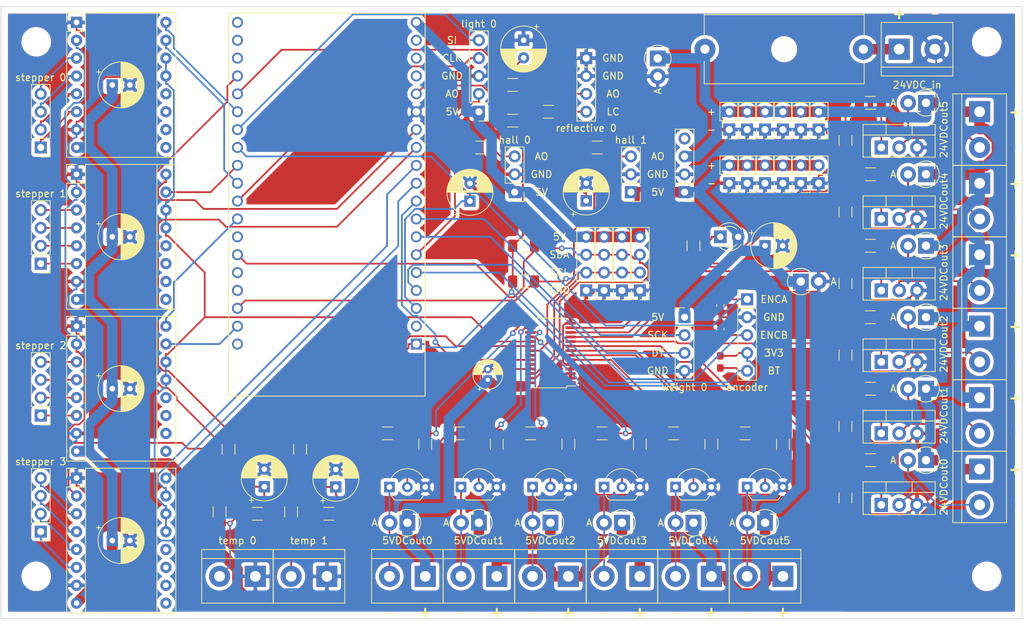
<source format=kicad_pcb>
(kicad_pcb (version 20171130) (host pcbnew "(5.1.10)-1")
  (layers (0 F.Cu signal) (31 B.Cu signal) (34 B.Paste user) (35 F.Paste user) (36 B.SilkS user) (37 F.SilkS user) (38 B.Mask user) (39 F.Mask user) (44 Edge.Cuts user))
  (net 0 "")
  (net 1 DIR0)
  (net 2 +24V)
  (net 3 STEP0)
  (net 4 GND)
  (net 5 stepperON)
  (net 6 "Net-(A1-Pad6)")
  (net 7 "Net-(A1-Pad5)")
  (net 8 "Net-(A1-Pad12)")
  (net 9 "Net-(A1-Pad4)")
  (net 10 "Net-(A1-Pad11)")
  (net 11 "Net-(A1-Pad3)")
  (net 12 "Net-(A1-Pad10)")
  (net 13 stepperErr)
  (net 14 "Net-(A1-Pad9)")
  (net 15 DIR1)
  (net 16 STEP1)
  (net 17 "Net-(A2-Pad6)")
  (net 18 "Net-(A2-Pad5)")
  (net 19 "Net-(A2-Pad12)")
  (net 20 "Net-(A2-Pad4)")
  (net 21 "Net-(A2-Pad11)")
  (net 22 "Net-(A2-Pad3)")
  (net 23 "Net-(A2-Pad10)")
  (net 24 "Net-(A2-Pad9)")
  (net 25 DIR2)
  (net 26 STEP2)
  (net 27 "Net-(A3-Pad6)")
  (net 28 "Net-(A3-Pad5)")
  (net 29 "Net-(A3-Pad12)")
  (net 30 "Net-(A3-Pad4)")
  (net 31 "Net-(A3-Pad11)")
  (net 32 "Net-(A3-Pad3)")
  (net 33 "Net-(A3-Pad10)")
  (net 34 "Net-(A3-Pad9)")
  (net 35 DIR3)
  (net 36 STEP3)
  (net 37 "Net-(A4-Pad6)")
  (net 38 "Net-(A4-Pad5)")
  (net 39 "Net-(A4-Pad12)")
  (net 40 "Net-(A4-Pad4)")
  (net 41 "Net-(A4-Pad11)")
  (net 42 "Net-(A4-Pad3)")
  (net 43 "Net-(A4-Pad10)")
  (net 44 "Net-(A4-Pad9)")
  (net 45 +5V)
  (net 46 tempMeasure0)
  (net 47 tempMeasure1)
  (net 48 button)
  (net 49 +3V3)
  (net 50 hallmeasure0)
  (net 51 AO)
  (net 52 DT)
  (net 53 encb)
  (net 54 enca)
  (net 55 hallmeasure1)
  (net 56 reflectivesensor0)
  (net 57 "Net-(D1-Pad2)")
  (net 58 "Net-(D2-Pad2)")
  (net 59 "Net-(D3-Pad2)")
  (net 60 "Net-(D4-Pad2)")
  (net 61 "Net-(D5-Pad2)")
  (net 62 "Net-(D6-Pad2)")
  (net 63 "Net-(D7-Pad2)")
  (net 64 "Net-(D8-Pad2)")
  (net 65 "Net-(D9-Pad2)")
  (net 66 "Net-(D10-Pad2)")
  (net 67 "Net-(D11-Pad2)")
  (net 68 "Net-(D12-Pad2)")
  (net 69 "Net-(D15-Pad1)")
  (net 70 "Net-(F1-Pad1)")
  (net 71 "Net-(J17-Pad2)")
  (net 72 "Net-(J18-Pad2)")
  (net 73 SDA)
  (net 74 SCL)
  (net 75 "Net-(J23-Pad3)")
  (net 76 SCK)
  (net 77 SI)
  (net 78 CLK)
  (net 79 "Net-(J27-Pad4)")
  (net 80 "Net-(J34-Pad3)")
  (net 81 "Net-(J35-Pad4)")
  (net 82 "Net-(J35-Pad3)")
  (net 83 "Net-(Q1-Pad1)")
  (net 84 "Net-(Q2-Pad1)")
  (net 85 "Net-(Q3-Pad1)")
  (net 86 "Net-(Q4-Pad1)")
  (net 87 "Net-(Q5-Pad1)")
  (net 88 "Net-(Q6-Pad1)")
  (net 89 "Net-(Q7-Pad2)")
  (net 90 "Net-(Q8-Pad2)")
  (net 91 "Net-(Q9-Pad2)")
  (net 92 "Net-(Q10-Pad2)")
  (net 93 "Net-(Q11-Pad2)")
  (net 94 "Net-(Q12-Pad2)")
  (net 95 24VDC_output0)
  (net 96 24VDC_output1)
  (net 97 24VDC_output2)
  (net 98 24VDC_output3)
  (net 99 24VDC_output4)
  (net 100 24VDC_output5)
  (net 101 5VDC_output0)
  (net 102 "Net-(R25-Pad1)")
  (net 103 "Net-(R26-Pad1)")
  (net 104 LEDcon0)
  (net 105 "Net-(U1-Pad38)")
  (net 106 "Net-(U1-Pad37)")
  (net 107 "Net-(U1-Pad36)")
  (net 108 "Net-(U1-Pad26)")
  (net 109 "Net-(U1-Pad24)")
  (net 110 "Net-(U1-Pad23)")
  (net 111 "Net-(U1-Pad20)")
  (net 112 "Net-(U1-Pad18)")
  (net 113 "Net-(U1-Pad17)")
  (net 114 "Net-(U1-Pad16)")
  (net 115 OE)
  (net 116 "Net-(U1-Pad2)")
  (net 117 "Net-(U2-Pad22)")
  (net 118 5VDC_output3)
  (net 119 5VDC_output2)
  (net 120 5VDC_output1)
  (net 121 5VDC_output4)
  (net 122 5VDC_output5)
  (module Diode_THT:D_DO-15_P2.54mm_Vertical_AnodeUp (layer F.Cu) (at 148.59 52.07)
    (fp_text reference D14)
    (fp_text value 1N4007)
    (fp_text user A (at 4.66 0) (layer F.SilkS))
    (pad 2 thru_hole oval (at 2.54 0) (size 2.24 2.24) (drill 1.2) (layers *.Cu *.Mask) (net 4 GND))
    (pad 1 thru_hole rect (at 0 0) (size 2.24 2.24) (drill 1.2) (layers *.Cu *.Mask) (net 45 +5V))
  )
  (module Diode_THT:D_DO-15_P2.54mm_Vertical_AnodeUp (layer F.Cu) (at 128.27 20.36 270)
    (fp_text reference D13)
    (fp_text value 1N4007)
    (fp_text user A (at 4.66 0 90) (layer F.SilkS))
    (pad 2 thru_hole oval (at 2.54 0 270) (size 2.24 2.24) (drill 1.2) (layers *.Cu *.Mask) (net 4 GND))
    (pad 1 thru_hole rect (at 0 0 270) (size 2.24 2.24) (drill 1.2) (layers *.Cu *.Mask) (net 2 +24V))
  )
  (module Diode_THT:D_DO-15_P2.54mm_Vertical_AnodeUp (layer F.Cu) (at 143.51 86.36 180)
    (fp_text reference D12)
    (fp_text value 1N4007)
    (fp_text user A (at 4.66 0) (layer F.SilkS))
    (pad 2 thru_hole oval (at 2.54 0 180) (size 2.24 2.24) (drill 1.2) (layers *.Cu *.Mask) (net 68 "Net-(D12-Pad2)"))
    (pad 1 thru_hole rect (at 0 0 180) (size 2.24 2.24) (drill 1.2) (layers *.Cu *.Mask) (net 45 +5V))
  )
  (module Diode_THT:D_DO-15_P2.54mm_Vertical_AnodeUp (layer F.Cu) (at 133.35 86.36 180)
    (fp_text reference D11)
    (fp_text value 1N4007)
    (fp_text user A (at 4.66 0) (layer F.SilkS))
    (pad 2 thru_hole oval (at 2.54 0 180) (size 2.24 2.24) (drill 1.2) (layers *.Cu *.Mask) (net 67 "Net-(D11-Pad2)"))
    (pad 1 thru_hole rect (at 0 0 180) (size 2.24 2.24) (drill 1.2) (layers *.Cu *.Mask) (net 45 +5V))
  )
  (module Diode_THT:D_DO-15_P2.54mm_Vertical_AnodeUp (layer F.Cu) (at 123.19 86.36 180)
    (fp_text reference D10)
    (fp_text value 1N4007)
    (fp_text user A (at 4.66 0) (layer F.SilkS))
    (pad 2 thru_hole oval (at 2.54 0 180) (size 2.24 2.24) (drill 1.2) (layers *.Cu *.Mask) (net 66 "Net-(D10-Pad2)"))
    (pad 1 thru_hole rect (at 0 0 180) (size 2.24 2.24) (drill 1.2) (layers *.Cu *.Mask) (net 45 +5V))
  )
  (module Diode_THT:D_DO-15_P2.54mm_Vertical_AnodeUp (layer F.Cu) (at 113.03 86.36 180)
    (fp_text reference D9)
    (fp_text value 1N4007)
    (fp_text user A (at 4.66 0) (layer F.SilkS))
    (pad 2 thru_hole oval (at 2.54 0 180) (size 2.24 2.24) (drill 1.2) (layers *.Cu *.Mask) (net 65 "Net-(D9-Pad2)"))
    (pad 1 thru_hole rect (at 0 0 180) (size 2.24 2.24) (drill 1.2) (layers *.Cu *.Mask) (net 45 +5V))
  )
  (module Diode_THT:D_DO-15_P2.54mm_Vertical_AnodeUp (layer F.Cu) (at 102.87 86.36 180)
    (fp_text reference D8)
    (fp_text value 1N4007)
    (fp_text user A (at 4.66 0) (layer F.SilkS))
    (pad 2 thru_hole oval (at 2.54 0 180) (size 2.24 2.24) (drill 1.2) (layers *.Cu *.Mask) (net 64 "Net-(D8-Pad2)"))
    (pad 1 thru_hole rect (at 0 0 180) (size 2.24 2.24) (drill 1.2) (layers *.Cu *.Mask) (net 45 +5V))
  )
  (module Diode_THT:D_DO-15_P2.54mm_Vertical_AnodeUp (layer F.Cu) (at 92.71 86.36 180)
    (fp_text reference D7)
    (fp_text value 1N4007)
    (fp_text user A (at 4.66 0) (layer F.SilkS))
    (pad 2 thru_hole oval (at 2.54 0 180) (size 2.24 2.24) (drill 1.2) (layers *.Cu *.Mask) (net 63 "Net-(D7-Pad2)"))
    (pad 1 thru_hole rect (at 0 0 180) (size 2.24 2.24) (drill 1.2) (layers *.Cu *.Mask) (net 45 +5V))
  )
  (module Diode_THT:D_DO-15_P2.54mm_Vertical_AnodeUp (layer F.Cu) (at 166.37 26.67 180)
    (fp_text reference D6)
    (fp_text value 1N4007)
    (fp_text user A (at 4.66 0) (layer F.SilkS))
    (pad 2 thru_hole oval (at 2.54 0 180) (size 2.24 2.24) (drill 1.2) (layers *.Cu *.Mask) (net 62 "Net-(D6-Pad2)"))
    (pad 1 thru_hole rect (at 0 0 180) (size 2.24 2.24) (drill 1.2) (layers *.Cu *.Mask) (net 2 +24V))
  )
  (module Diode_THT:D_DO-15_P2.54mm_Vertical_AnodeUp (layer F.Cu) (at 166.37 36.83 180)
    (fp_text reference D5)
    (fp_text value 1N4007)
    (fp_text user A (at 4.66 0) (layer F.SilkS))
    (pad 2 thru_hole oval (at 2.54 0 180) (size 2.24 2.24) (drill 1.2) (layers *.Cu *.Mask) (net 61 "Net-(D5-Pad2)"))
    (pad 1 thru_hole rect (at 0 0 180) (size 2.24 2.24) (drill 1.2) (layers *.Cu *.Mask) (net 2 +24V))
  )
  (module Diode_THT:D_DO-15_P2.54mm_Vertical_AnodeUp (layer F.Cu) (at 166.37 46.99 180)
    (fp_text reference D4)
    (fp_text value 1N4007)
    (fp_text user A (at 4.66 0) (layer F.SilkS))
    (pad 2 thru_hole oval (at 2.54 0 180) (size 2.24 2.24) (drill 1.2) (layers *.Cu *.Mask) (net 60 "Net-(D4-Pad2)"))
    (pad 1 thru_hole rect (at 0 0 180) (size 2.24 2.24) (drill 1.2) (layers *.Cu *.Mask) (net 2 +24V))
  )
  (module Diode_THT:D_DO-15_P2.54mm_Vertical_AnodeUp (layer F.Cu) (at 166.37 57.15 180)
    (fp_text reference D3)
    (fp_text value 1N4007)
    (fp_text user A (at 4.66 0) (layer F.SilkS))
    (pad 2 thru_hole oval (at 2.54 0 180) (size 2.24 2.24) (drill 1.2) (layers *.Cu *.Mask) (net 59 "Net-(D3-Pad2)"))
    (pad 1 thru_hole rect (at 0 0 180) (size 2.24 2.24) (drill 1.2) (layers *.Cu *.Mask) (net 2 +24V))
  )
  (module Diode_THT:D_DO-15_P2.54mm_Vertical_AnodeUp (layer F.Cu) (at 166.37 67.31 180)
    (fp_text reference D2)
    (fp_text value 1N4007)
    (fp_text user A (at 4.66 0) (layer F.SilkS))
    (pad 2 thru_hole oval (at 2.54 0 180) (size 2.24 2.24) (drill 1.2) (layers *.Cu *.Mask) (net 58 "Net-(D2-Pad2)"))
    (pad 1 thru_hole rect (at 0 0 180) (size 2.24 2.24) (drill 1.2) (layers *.Cu *.Mask) (net 2 +24V))
  )
  (module Diode_THT:D_DO-15_P2.54mm_Vertical_AnodeUp (layer F.Cu) (at 166.37 77.47 180)
    (fp_text reference D1)
    (fp_text value 1N4007)
    (fp_text user A (at 4.66 0) (layer F.SilkS))
    (pad 2 thru_hole oval (at 2.54 0 180) (size 2.24 2.24) (drill 1.2) (layers *.Cu *.Mask) (net 57 "Net-(D1-Pad2)"))
    (pad 1 thru_hole rect (at 0 0 180) (size 2.24 2.24) (drill 1.2) (layers *.Cu *.Mask) (net 2 +24V))
  )
  (module TerminalBlock:TerminalBlock_bornier-2_P5.08mm (layer F.Cu) (at 162.56 19.05)
    (fp_text reference J26)
    (fp_text value 24VDC_in (at 2.54 5.08) (layer F.SilkS))
    (pad 2 thru_hole circle (at 5.08 0) (size 3 3) (drill 1.52) (layers *.Cu *.Mask) (net 4 GND))
    (pad 1 thru_hole rect (at 0 0) (size 3 3) (drill 1.52) (layers *.Cu *.Mask) (net 70 "Net-(F1-Pad1)"))
  )
  (module TerminalBlock:TerminalBlock_bornier-2_P5.08mm (layer F.Cu) (at 81.28 93.98 180)
    (fp_text reference J18)
    (fp_text value "temp 1" (at 2.54 5.08) (layer F.SilkS))
    (pad 2 thru_hole circle (at 5.08 0 180) (size 3 3) (drill 1.52) (layers *.Cu *.Mask) (net 72 "Net-(J18-Pad2)"))
    (pad 1 thru_hole rect (at 0 0 180) (size 3 3) (drill 1.52) (layers *.Cu *.Mask) (net 4 GND))
  )
  (module TerminalBlock:TerminalBlock_bornier-2_P5.08mm (layer F.Cu) (at 71.12 93.98 180)
    (fp_text reference J17)
    (fp_text value "temp 0" (at 2.54 5.08) (layer F.SilkS))
    (pad 2 thru_hole circle (at 5.08 0 180) (size 3 3) (drill 1.52) (layers *.Cu *.Mask) (net 71 "Net-(J17-Pad2)"))
    (pad 1 thru_hole rect (at 0 0 180) (size 3 3) (drill 1.52) (layers *.Cu *.Mask) (net 4 GND))
  )
  (module TerminalBlock:TerminalBlock_bornier-2_P5.08mm (layer F.Cu) (at 146.05 93.98 180)
    (fp_text reference J16)
    (fp_text value 5VDCout5 (at 2.54 5.08) (layer F.SilkS))
    (pad 2 thru_hole circle (at 5.08 0 180) (size 3 3) (drill 1.52) (layers *.Cu *.Mask) (net 68 "Net-(D12-Pad2)"))
    (pad 1 thru_hole rect (at 0 0 180) (size 3 3) (drill 1.52) (layers *.Cu *.Mask) (net 45 +5V))
  )
  (module TerminalBlock:TerminalBlock_bornier-2_P5.08mm (layer F.Cu) (at 135.89 93.98 180)
    (fp_text reference J15)
    (fp_text value 5VDCout4 (at 2.54 5.08) (layer F.SilkS))
    (pad 2 thru_hole circle (at 5.08 0 180) (size 3 3) (drill 1.52) (layers *.Cu *.Mask) (net 67 "Net-(D11-Pad2)"))
    (pad 1 thru_hole rect (at 0 0 180) (size 3 3) (drill 1.52) (layers *.Cu *.Mask) (net 45 +5V))
  )
  (module TerminalBlock:TerminalBlock_bornier-2_P5.08mm (layer F.Cu) (at 125.73 93.98 180)
    (fp_text reference J14)
    (fp_text value 5VDCout3 (at 2.54 5.08) (layer F.SilkS))
    (pad 2 thru_hole circle (at 5.08 0 180) (size 3 3) (drill 1.52) (layers *.Cu *.Mask) (net 66 "Net-(D10-Pad2)"))
    (pad 1 thru_hole rect (at 0 0 180) (size 3 3) (drill 1.52) (layers *.Cu *.Mask) (net 45 +5V))
  )
  (module TerminalBlock:TerminalBlock_bornier-2_P5.08mm (layer F.Cu) (at 115.57 93.98 180)
    (fp_text reference J13)
    (fp_text value 5VDCout2 (at 2.54 5.08) (layer F.SilkS))
    (pad 2 thru_hole circle (at 5.08 0 180) (size 3 3) (drill 1.52) (layers *.Cu *.Mask) (net 65 "Net-(D9-Pad2)"))
    (pad 1 thru_hole rect (at 0 0 180) (size 3 3) (drill 1.52) (layers *.Cu *.Mask) (net 45 +5V))
  )
  (module TerminalBlock:TerminalBlock_bornier-2_P5.08mm (layer F.Cu) (at 105.41 93.98 180)
    (fp_text reference J12)
    (fp_text value 5VDCout1 (at 2.54 5.08) (layer F.SilkS))
    (pad 2 thru_hole circle (at 5.08 0 180) (size 3 3) (drill 1.52) (layers *.Cu *.Mask) (net 64 "Net-(D8-Pad2)"))
    (pad 1 thru_hole rect (at 0 0 180) (size 3 3) (drill 1.52) (layers *.Cu *.Mask) (net 45 +5V))
  )
  (module TerminalBlock:TerminalBlock_bornier-2_P5.08mm (layer F.Cu) (at 95.25 93.98 180)
    (fp_text reference J11)
    (fp_text value 5VDCout0 (at 2.54 5.08) (layer F.SilkS))
    (pad 2 thru_hole circle (at 5.08 0 180) (size 3 3) (drill 1.52) (layers *.Cu *.Mask) (net 63 "Net-(D7-Pad2)"))
    (pad 1 thru_hole rect (at 0 0 180) (size 3 3) (drill 1.52) (layers *.Cu *.Mask) (net 45 +5V))
  )
  (module TerminalBlock:TerminalBlock_bornier-2_P5.08mm (layer F.Cu) (at 173.99 27.94 270)
    (fp_text reference J10)
    (fp_text value 24VDCout5 (at 2.54 5.08 90) (layer F.SilkS))
    (pad 2 thru_hole circle (at 5.08 0 270) (size 3 3) (drill 1.52) (layers *.Cu *.Mask) (net 62 "Net-(D6-Pad2)"))
    (pad 1 thru_hole rect (at 0 0 270) (size 3 3) (drill 1.52) (layers *.Cu *.Mask) (net 2 +24V))
  )
  (module TerminalBlock:TerminalBlock_bornier-2_P5.08mm (layer F.Cu) (at 173.99 38.1 270)
    (fp_text reference J9)
    (fp_text value 24VDCout4 (at 2.54 5.08 90) (layer F.SilkS))
    (pad 2 thru_hole circle (at 5.08 0 270) (size 3 3) (drill 1.52) (layers *.Cu *.Mask) (net 61 "Net-(D5-Pad2)"))
    (pad 1 thru_hole rect (at 0 0 270) (size 3 3) (drill 1.52) (layers *.Cu *.Mask) (net 2 +24V))
  )
  (module TerminalBlock:TerminalBlock_bornier-2_P5.08mm (layer F.Cu) (at 173.99 48.26 270)
    (fp_text reference J8)
    (fp_text value 24VDCout3 (at 2.54 5.08 90) (layer F.SilkS))
    (pad 2 thru_hole circle (at 5.08 0 270) (size 3 3) (drill 1.52) (layers *.Cu *.Mask) (net 60 "Net-(D4-Pad2)"))
    (pad 1 thru_hole rect (at 0 0 270) (size 3 3) (drill 1.52) (layers *.Cu *.Mask) (net 2 +24V))
  )
  (module TerminalBlock:TerminalBlock_bornier-2_P5.08mm (layer F.Cu) (at 173.99 58.42 270)
    (fp_text reference J7)
    (fp_text value 24VDCout2 (at 2.54 5.08 90) (layer F.SilkS))
    (pad 2 thru_hole circle (at 5.08 0 270) (size 3 3) (drill 1.52) (layers *.Cu *.Mask) (net 59 "Net-(D3-Pad2)"))
    (pad 1 thru_hole rect (at 0 0 270) (size 3 3) (drill 1.52) (layers *.Cu *.Mask) (net 2 +24V))
  )
  (module TerminalBlock:TerminalBlock_bornier-2_P5.08mm (layer F.Cu) (at 173.99 68.58 270)
    (fp_text reference J6)
    (fp_text value 24VDCout1 (at 2.54 5.08 90) (layer F.SilkS))
    (pad 2 thru_hole circle (at 5.08 0 270) (size 3 3) (drill 1.52) (layers *.Cu *.Mask) (net 58 "Net-(D2-Pad2)"))
    (pad 1 thru_hole rect (at 0 0 270) (size 3 3) (drill 1.52) (layers *.Cu *.Mask) (net 2 +24V))
  )
  (module TerminalBlock:TerminalBlock_bornier-2_P5.08mm (layer F.Cu) (at 173.99 78.74 270)
    (fp_text reference J5)
    (fp_text value 24VDCout0 (at 2.54 5.08 90) (layer F.SilkS))
    (pad 2 thru_hole circle (at 5.08 0 270) (size 3 3) (drill 1.52) (layers *.Cu *.Mask) (net 57 "Net-(D1-Pad2)"))
    (pad 1 thru_hole rect (at 0 0 270) (size 3 3) (drill 1.52) (layers *.Cu *.Mask) (net 2 +24V))
  )
  (module MountingHole:MountingHole_3.2mm_M3 (layer F.Cu) (at 175 93.98 90)
    (fp_text reference H4)
    (fp_text value MountingHole)
    (pad 1 np_thru_hole circle (at 0 0 90) (size 3.2 3.2) (drill 3.2) (layers *.Cu *.Mask))
  )
  (module MountingHole:MountingHole_3.2mm_M3 (layer F.Cu) (at 40 93.98 90)
    (fp_text reference H3)
    (fp_text value MountingHole)
    (pad 1 np_thru_hole circle (at 0 0 90) (size 3.2 3.2) (drill 3.2) (layers *.Cu *.Mask))
  )
  (module MountingHole:MountingHole_3.2mm_M3 (layer F.Cu) (at 40 18)
    (fp_text reference H2)
    (fp_text value MountingHole)
    (pad 1 np_thru_hole circle (at 0 0) (size 3.2 3.2) (drill 3.2) (layers *.Cu *.Mask))
  )
  (module MountingHole:MountingHole_3.2mm_M3 (layer F.Cu) (at 175 18)
    (fp_text reference H1)
    (fp_text value MountingHole)
    (pad 1 np_thru_hole circle (at 0 0) (size 3.2 3.2) (drill 3.2) (layers *.Cu *.Mask))
  )
  (module Connector_PinHeader_2.54mm:PinHeader_1x05_P2.54mm_Vertical (layer F.Cu) (at 140.97 54.61)
    (fp_text reference J42)
    (fp_text value encoder (at 0 12.49) (layer F.SilkS))
    (pad 5 thru_hole oval (at 0 10.16) (size 1.7 1.7) (drill 1) (layers *.Cu *.Mask) (net 48 button))
    (pad 4 thru_hole oval (at 0 7.62) (size 1.7 1.7) (drill 1) (layers *.Cu *.Mask) (net 49 +3V3))
    (pad 3 thru_hole oval (at 0 5.08) (size 1.7 1.7) (drill 1) (layers *.Cu *.Mask) (net 53 encb))
    (pad 2 thru_hole oval (at 0 2.54) (size 1.7 1.7) (drill 1) (layers *.Cu *.Mask) (net 4 GND))
    (pad 1 thru_hole rect (at 0 0) (size 1.7 1.7) (drill 1) (layers *.Cu *.Mask) (net 54 enca))
  )
  (module Package_SO:TSSOP-28_4.4x9.7mm_P0.65mm (layer F.Cu) (at 113.03 62.23 180)
    (fp_text reference U2)
    (fp_text value PCA9685PW)
    (pad 28 smd roundrect (at 2.8625 -4.225 180) (size 1.475 0.4) (layers F.Cu F.Paste F.Mask) (net 45 +5V))
    (pad 27 smd roundrect (at 2.8625 -3.575 180) (size 1.475 0.4) (layers F.Cu F.Paste F.Mask) (net 73 SDA))
    (pad 26 smd roundrect (at 2.8625 -2.925 180) (size 1.475 0.4) (layers F.Cu F.Paste F.Mask) (net 74 SCL))
    (pad 25 smd roundrect (at 2.8625 -2.275 180) (size 1.475 0.4) (layers F.Cu F.Paste F.Mask) (net 4 GND))
    (pad 24 smd roundrect (at 2.8625 -1.625 180) (size 1.475 0.4) (layers F.Cu F.Paste F.Mask) (net 4 GND))
    (pad 23 smd roundrect (at 2.8625 -0.975 180) (size 1.475 0.4) (layers F.Cu F.Paste F.Mask) (net 115 OE))
    (pad 22 smd roundrect (at 2.8625 -0.325 180) (size 1.475 0.4) (layers F.Cu F.Paste F.Mask) (net 117 "Net-(U2-Pad22)"))
    (pad 21 smd roundrect (at 2.8625 0.325 180) (size 1.475 0.4) (layers F.Cu F.Paste F.Mask) (net 104 LEDcon0))
    (pad 20 smd roundrect (at 2.8625 0.975 180) (size 1.475 0.4) (layers F.Cu F.Paste F.Mask) (net 13 stepperErr))
    (pad 19 smd roundrect (at 2.8625 1.625 180) (size 1.475 0.4) (layers F.Cu F.Paste F.Mask) (net 5 stepperON))
    (pad 18 smd roundrect (at 2.8625 2.275 180) (size 1.475 0.4) (layers F.Cu F.Paste F.Mask) (net 118 5VDC_output3))
    (pad 17 smd roundrect (at 2.8625 2.925 180) (size 1.475 0.4) (layers F.Cu F.Paste F.Mask) (net 119 5VDC_output2))
    (pad 16 smd roundrect (at 2.8625 3.575 180) (size 1.475 0.4) (layers F.Cu F.Paste F.Mask) (net 120 5VDC_output1))
    (pad 15 smd roundrect (at 2.8625 4.225 180) (size 1.475 0.4) (layers F.Cu F.Paste F.Mask) (net 101 5VDC_output0))
    (pad 14 smd roundrect (at -2.8625 4.225 180) (size 1.475 0.4) (layers F.Cu F.Paste F.Mask) (net 4 GND))
    (pad 13 smd roundrect (at -2.8625 3.575 180) (size 1.475 0.4) (layers F.Cu F.Paste F.Mask) (net 100 24VDC_output5))
    (pad 12 smd roundrect (at -2.8625 2.925 180) (size 1.475 0.4) (layers F.Cu F.Paste F.Mask) (net 99 24VDC_output4))
    (pad 11 smd roundrect (at -2.8625 2.275 180) (size 1.475 0.4) (layers F.Cu F.Paste F.Mask) (net 98 24VDC_output3))
    (pad 10 smd roundrect (at -2.8625 1.625 180) (size 1.475 0.4) (layers F.Cu F.Paste F.Mask) (net 97 24VDC_output2))
    (pad 9 smd roundrect (at -2.8625 0.975 180) (size 1.475 0.4) (layers F.Cu F.Paste F.Mask) (net 96 24VDC_output1))
    (pad 8 smd roundrect (at -2.8625 0.325 180) (size 1.475 0.4) (layers F.Cu F.Paste F.Mask) (net 95 24VDC_output0))
    (pad 7 smd roundrect (at -2.8625 -0.325 180) (size 1.475 0.4) (layers F.Cu F.Paste F.Mask) (net 122 5VDC_output5))
    (pad 6 smd roundrect (at -2.8625 -0.975 180) (size 1.475 0.4) (layers F.Cu F.Paste F.Mask) (net 121 5VDC_output4))
    (pad 5 smd roundrect (at -2.8625 -1.625 180) (size 1.475 0.4) (layers F.Cu F.Paste F.Mask) (net 4 GND))
    (pad 4 smd roundrect (at -2.8625 -2.275 180) (size 1.475 0.4) (layers F.Cu F.Paste F.Mask) (net 4 GND))
    (pad 3 smd roundrect (at -2.8625 -2.925 180) (size 1.475 0.4) (layers F.Cu F.Paste F.Mask) (net 4 GND))
    (pad 2 smd roundrect (at -2.8625 -3.575 180) (size 1.475 0.4) (layers F.Cu F.Paste F.Mask) (net 4 GND))
    (pad 1 smd roundrect (at -2.8625 -4.225 180) (size 1.475 0.4) (layers F.Cu F.Paste F.Mask) (net 4 GND))
  )
  (module ESP32-DEVKITC-32D:MODULE_ESP32-DEVKITC-32D (layer F.Cu) (at 81.28 41.2 180)
    (fp_text reference U1)
    (fp_text value ESP32-DEVKITC-32D)
    (pad 38 thru_hole circle (at 12.7 25.96 180) (size 1.56 1.56) (drill 1.04) (layers *.Cu *.Mask) (net 105 "Net-(U1-Pad38)"))
    (pad 37 thru_hole circle (at 12.7 23.42 180) (size 1.56 1.56) (drill 1.04) (layers *.Cu *.Mask) (net 106 "Net-(U1-Pad37)"))
    (pad 36 thru_hole circle (at 12.7 20.88 180) (size 1.56 1.56) (drill 1.04) (layers *.Cu *.Mask) (net 107 "Net-(U1-Pad36)"))
    (pad 35 thru_hole circle (at 12.7 18.34 180) (size 1.56 1.56) (drill 1.04) (layers *.Cu *.Mask) (net 103 "Net-(R26-Pad1)"))
    (pad 34 thru_hole circle (at 12.7 15.8 180) (size 1.56 1.56) (drill 1.04) (layers *.Cu *.Mask) (net 56 reflectivesensor0))
    (pad 33 thru_hole circle (at 12.7 13.26 180) (size 1.56 1.56) (drill 1.04) (layers *.Cu *.Mask) (net 1 DIR0))
    (pad 32 thru_hole circle (at 12.7 10.72 180) (size 1.56 1.56) (drill 1.04) (layers *.Cu *.Mask) (net 77 SI))
    (pad 31 thru_hole circle (at 12.7 8.18 180) (size 1.56 1.56) (drill 1.04) (layers *.Cu *.Mask) (net 54 enca))
    (pad 30 thru_hole circle (at 12.7 5.64 180) (size 1.56 1.56) (drill 1.04) (layers *.Cu *.Mask) (net 16 STEP1))
    (pad 29 thru_hole circle (at 12.7 3.1 180) (size 1.56 1.56) (drill 1.04) (layers *.Cu *.Mask) (net 3 STEP0))
    (pad 28 thru_hole circle (at 12.7 0.56 180) (size 1.56 1.56) (drill 1.04) (layers *.Cu *.Mask) (net 78 CLK))
    (pad 27 thru_hole circle (at 12.7 -1.98 180) (size 1.56 1.56) (drill 1.04) (layers *.Cu *.Mask) (net 25 DIR2))
    (pad 26 thru_hole circle (at 12.7 -4.52 180) (size 1.56 1.56) (drill 1.04) (layers *.Cu *.Mask) (net 108 "Net-(U1-Pad26)"))
    (pad 25 thru_hole circle (at 12.7 -7.06 180) (size 1.56 1.56) (drill 1.04) (layers *.Cu *.Mask) (net 73 SDA))
    (pad 24 thru_hole circle (at 12.7 -9.6 180) (size 1.56 1.56) (drill 1.04) (layers *.Cu *.Mask) (net 109 "Net-(U1-Pad24)"))
    (pad 23 thru_hole circle (at 12.7 -12.14 180) (size 1.56 1.56) (drill 1.04) (layers *.Cu *.Mask) (net 110 "Net-(U1-Pad23)"))
    (pad 22 thru_hole circle (at 12.7 -14.68 180) (size 1.56 1.56) (drill 1.04) (layers *.Cu *.Mask) (net 74 SCL))
    (pad 21 thru_hole circle (at 12.7 -17.22 180) (size 1.56 1.56) (drill 1.04) (layers *.Cu *.Mask) (net 26 STEP2))
    (pad 20 thru_hole circle (at 12.7 -19.76 180) (size 1.56 1.56) (drill 1.04) (layers *.Cu *.Mask) (net 111 "Net-(U1-Pad20)"))
    (pad 18 thru_hole circle (at -12.7 23.42 180) (size 1.56 1.56) (drill 1.04) (layers *.Cu *.Mask) (net 112 "Net-(U1-Pad18)"))
    (pad 17 thru_hole circle (at -12.7 20.88 180) (size 1.56 1.56) (drill 1.04) (layers *.Cu *.Mask) (net 113 "Net-(U1-Pad17)"))
    (pad 16 thru_hole circle (at -12.7 18.34 180) (size 1.56 1.56) (drill 1.04) (layers *.Cu *.Mask) (net 114 "Net-(U1-Pad16)"))
    (pad 15 thru_hole circle (at -12.7 15.8 180) (size 1.56 1.56) (drill 1.04) (layers *.Cu *.Mask) (net 55 hallmeasure1))
    (pad 14 thru_hole circle (at -12.7 13.26 180) (size 1.56 1.56) (drill 1.04) (layers *.Cu *.Mask) (net 4 GND))
    (pad 13 thru_hole circle (at -12.7 10.72 180) (size 1.56 1.56) (drill 1.04) (layers *.Cu *.Mask) (net 15 DIR1))
    (pad 12 thru_hole circle (at -12.7 8.18 180) (size 1.56 1.56) (drill 1.04) (layers *.Cu *.Mask) (net 102 "Net-(R25-Pad1)"))
    (pad 11 thru_hole circle (at -12.7 5.64 180) (size 1.56 1.56) (drill 1.04) (layers *.Cu *.Mask) (net 36 STEP3))
    (pad 10 thru_hole circle (at -12.7 3.1 180) (size 1.56 1.56) (drill 1.04) (layers *.Cu *.Mask) (net 35 DIR3))
    (pad 9 thru_hole circle (at -12.7 0.56 180) (size 1.56 1.56) (drill 1.04) (layers *.Cu *.Mask) (net 115 OE))
    (pad 8 thru_hole circle (at -12.7 -1.98 180) (size 1.56 1.56) (drill 1.04) (layers *.Cu *.Mask) (net 76 SCK))
    (pad 7 thru_hole circle (at -12.7 -4.52 180) (size 1.56 1.56) (drill 1.04) (layers *.Cu *.Mask) (net 52 DT))
    (pad 6 thru_hole circle (at -12.7 -7.06 180) (size 1.56 1.56) (drill 1.04) (layers *.Cu *.Mask) (net 51 AO))
    (pad 5 thru_hole circle (at -12.7 -9.6 180) (size 1.56 1.56) (drill 1.04) (layers *.Cu *.Mask) (net 48 button))
    (pad 4 thru_hole circle (at -12.7 -12.14 180) (size 1.56 1.56) (drill 1.04) (layers *.Cu *.Mask) (net 53 encb))
    (pad 3 thru_hole circle (at -12.7 -14.68 180) (size 1.56 1.56) (drill 1.04) (layers *.Cu *.Mask) (net 50 hallmeasure0))
    (pad 19 thru_hole circle (at -12.7 25.96 180) (size 1.56 1.56) (drill 1.04) (layers *.Cu *.Mask) (net 45 +5V))
    (pad 2 thru_hole circle (at -12.7 -17.22 180) (size 1.56 1.56) (drill 1.04) (layers *.Cu *.Mask) (net 116 "Net-(U1-Pad2)"))
    (pad 1 thru_hole rect (at -12.7 -19.76 180) (size 1.56 1.56) (drill 1.04) (layers *.Cu *.Mask) (net 49 +3V3))
  )
  (module Resistor_SMD:R_1206_3216Metric_Pad1.30x1.75mm_HandSolder (layer F.Cu) (at 107.67 29.21)
    (fp_text reference R40)
    (fp_text value 100k)
    (pad 2 smd roundrect (at 1.55 0) (size 1.3 1.75) (layers F.Cu F.Paste F.Mask) (roundrect_rratio 0.192308) (net 82 "Net-(J35-Pad3)"))
    (pad 1 smd roundrect (at -1.55 0) (size 1.3 1.75) (layers F.Cu F.Paste F.Mask) (roundrect_rratio 0.192308) (net 49 +3V3))
  )
  (module Resistor_SMD:R_1206_3216Metric_Pad1.30x1.75mm_HandSolder (layer F.Cu) (at 133.35 46.99 90)
    (fp_text reference R39)
    (fp_text value 150R)
    (pad 2 smd roundrect (at 1.55 0 90) (size 1.3 1.75) (layers F.Cu F.Paste F.Mask) (roundrect_rratio 0.192308) (net 4 GND))
    (pad 1 smd roundrect (at -1.55 0 90) (size 1.3 1.75) (layers F.Cu F.Paste F.Mask) (roundrect_rratio 0.192308) (net 69 "Net-(D15-Pad1)"))
  )
  (module Resistor_SMD:R_1206_3216Metric_Pad1.30x1.75mm_HandSolder (layer F.Cu) (at 107.67 24.13 180)
    (fp_text reference R38)
    (fp_text value 10k)
    (pad 2 smd roundrect (at 1.55 0 180) (size 1.3 1.75) (layers F.Cu F.Paste F.Mask) (roundrect_rratio 0.192308) (net 56 reflectivesensor0))
    (pad 1 smd roundrect (at -1.55 0 180) (size 1.3 1.75) (layers F.Cu F.Paste F.Mask) (roundrect_rratio 0.192308) (net 82 "Net-(J35-Pad3)"))
  )
  (module Resistor_SMD:R_1206_3216Metric_Pad1.30x1.75mm_HandSolder (layer F.Cu) (at 119.66 33.02 180)
    (fp_text reference R37)
    (fp_text value 10k)
    (pad 2 smd roundrect (at 1.55 0 180) (size 1.3 1.75) (layers F.Cu F.Paste F.Mask) (roundrect_rratio 0.192308) (net 55 hallmeasure1))
    (pad 1 smd roundrect (at -1.55 0 180) (size 1.3 1.75) (layers F.Cu F.Paste F.Mask) (roundrect_rratio 0.192308) (net 80 "Net-(J34-Pad3)"))
  )
  (module Resistor_SMD:R_1206_3216Metric_Pad1.30x1.75mm_HandSolder (layer F.Cu) (at 112.75 27.94)
    (fp_text reference R36)
    (fp_text value 100R)
    (pad 2 smd roundrect (at 1.55 0) (size 1.3 1.75) (layers F.Cu F.Paste F.Mask) (roundrect_rratio 0.192308) (net 81 "Net-(J35-Pad4)"))
    (pad 1 smd roundrect (at -1.55 0) (size 1.3 1.75) (layers F.Cu F.Paste F.Mask) (roundrect_rratio 0.192308) (net 104 LEDcon0))
  )
  (module Resistor_SMD:R_1206_3216Metric_Pad1.30x1.75mm_HandSolder (layer F.Cu) (at 103.15 33.02 180)
    (fp_text reference R33)
    (fp_text value 10k)
    (pad 2 smd roundrect (at 1.55 0 180) (size 1.3 1.75) (layers F.Cu F.Paste F.Mask) (roundrect_rratio 0.192308) (net 50 hallmeasure0))
    (pad 1 smd roundrect (at -1.55 0 180) (size 1.3 1.75) (layers F.Cu F.Paste F.Mask) (roundrect_rratio 0.192308) (net 75 "Net-(J23-Pad3)"))
  )
  (module Resistor_SMD:R_1206_3216Metric_Pad1.30x1.75mm_HandSolder (layer F.Cu) (at 81.56 85.09 180)
    (fp_text reference R32)
    (fp_text value 10k)
    (pad 2 smd roundrect (at 1.55 0 180) (size 1.3 1.75) (layers F.Cu F.Paste F.Mask) (roundrect_rratio 0.192308) (net 72 "Net-(J18-Pad2)"))
    (pad 1 smd roundrect (at -1.55 0 180) (size 1.3 1.75) (layers F.Cu F.Paste F.Mask) (roundrect_rratio 0.192308) (net 47 tempMeasure1))
  )
  (module Resistor_SMD:R_1206_3216Metric_Pad1.30x1.75mm_HandSolder (layer F.Cu) (at 71.4 85.09 180)
    (fp_text reference R31)
    (fp_text value 10k)
    (pad 2 smd roundrect (at 1.55 0 180) (size 1.3 1.75) (layers F.Cu F.Paste F.Mask) (roundrect_rratio 0.192308) (net 71 "Net-(J17-Pad2)"))
    (pad 1 smd roundrect (at -1.55 0 180) (size 1.3 1.75) (layers F.Cu F.Paste F.Mask) (roundrect_rratio 0.192308) (net 46 tempMeasure0))
  )
  (module Resistor_SMD:R_1206_3216Metric_Pad1.30x1.75mm_HandSolder (layer F.Cu) (at 109.22 52.07)
    (fp_text reference R30)
    (fp_text value 10K)
    (pad 2 smd roundrect (at 1.55 0) (size 1.3 1.75) (layers F.Cu F.Paste F.Mask) (roundrect_rratio 0.192308) (net 74 SCL))
    (pad 1 smd roundrect (at -1.55 0) (size 1.3 1.75) (layers F.Cu F.Paste F.Mask) (roundrect_rratio 0.192308) (net 49 +3V3))
  )
  (module Resistor_SMD:R_1206_3216Metric_Pad1.30x1.75mm_HandSolder (layer F.Cu) (at 109.22 46.99)
    (fp_text reference R29)
    (fp_text value 10K)
    (pad 2 smd roundrect (at 1.55 0) (size 1.3 1.75) (layers F.Cu F.Paste F.Mask) (roundrect_rratio 0.192308) (net 73 SDA))
    (pad 1 smd roundrect (at -1.55 0) (size 1.3 1.75) (layers F.Cu F.Paste F.Mask) (roundrect_rratio 0.192308) (net 49 +3V3))
  )
  (module Resistor_SMD:R_1206_3216Metric_Pad1.30x1.75mm_HandSolder (layer F.Cu) (at 76.2 84.81 270)
    (fp_text reference R28)
    (fp_text value 100k)
    (pad 2 smd roundrect (at 1.55 0 270) (size 1.3 1.75) (layers F.Cu F.Paste F.Mask) (roundrect_rratio 0.192308) (net 72 "Net-(J18-Pad2)"))
    (pad 1 smd roundrect (at -1.55 0 270) (size 1.3 1.75) (layers F.Cu F.Paste F.Mask) (roundrect_rratio 0.192308) (net 49 +3V3))
  )
  (module Resistor_SMD:R_1206_3216Metric_Pad1.30x1.75mm_HandSolder (layer F.Cu) (at 66.04 84.81 270)
    (fp_text reference R27)
    (fp_text value 100k)
    (pad 2 smd roundrect (at 1.55 0 270) (size 1.3 1.75) (layers F.Cu F.Paste F.Mask) (roundrect_rratio 0.192308) (net 71 "Net-(J17-Pad2)"))
    (pad 1 smd roundrect (at -1.55 0 270) (size 1.3 1.75) (layers F.Cu F.Paste F.Mask) (roundrect_rratio 0.192308) (net 49 +3V3))
  )
  (module Resistor_SMD:R_1206_3216Metric_Pad1.30x1.75mm_HandSolder (layer F.Cu) (at 77.47 75.92 270)
    (fp_text reference R26)
    (fp_text value 330R)
    (pad 2 smd roundrect (at 1.55 0 270) (size 1.3 1.75) (layers F.Cu F.Paste F.Mask) (roundrect_rratio 0.192308) (net 47 tempMeasure1))
    (pad 1 smd roundrect (at -1.55 0 270) (size 1.3 1.75) (layers F.Cu F.Paste F.Mask) (roundrect_rratio 0.192308) (net 103 "Net-(R26-Pad1)"))
  )
  (module Resistor_SMD:R_1206_3216Metric_Pad1.30x1.75mm_HandSolder (layer F.Cu) (at 67.31 75.92 270)
    (fp_text reference R25)
    (fp_text value 330R)
    (pad 2 smd roundrect (at 1.55 0 270) (size 1.3 1.75) (layers F.Cu F.Paste F.Mask) (roundrect_rratio 0.192308) (net 46 tempMeasure0))
    (pad 1 smd roundrect (at -1.55 0 270) (size 1.3 1.75) (layers F.Cu F.Paste F.Mask) (roundrect_rratio 0.192308) (net 102 "Net-(R25-Pad1)"))
  )
  (module Resistor_SMD:R_1206_3216Metric_Pad1.30x1.75mm_HandSolder (layer F.Cu) (at 140.69 73.66)
    (fp_text reference R24)
    (fp_text value 10k)
    (pad 2 smd roundrect (at 1.55 0) (size 1.3 1.75) (layers F.Cu F.Paste F.Mask) (roundrect_rratio 0.192308) (net 122 5VDC_output5))
    (pad 1 smd roundrect (at -1.55 0) (size 1.3 1.75) (layers F.Cu F.Paste F.Mask) (roundrect_rratio 0.192308) (net 4 GND))
  )
  (module Resistor_SMD:R_1206_3216Metric_Pad1.30x1.75mm_HandSolder (layer F.Cu) (at 146.05 75.21 90)
    (fp_text reference R23)
    (fp_text value 3k3)
    (pad 2 smd roundrect (at 1.55 0 90) (size 1.3 1.75) (layers F.Cu F.Paste F.Mask) (roundrect_rratio 0.192308) (net 122 5VDC_output5))
    (pad 1 smd roundrect (at -1.55 0 90) (size 1.3 1.75) (layers F.Cu F.Paste F.Mask) (roundrect_rratio 0.192308) (net 94 "Net-(Q12-Pad2)"))
  )
  (module Resistor_SMD:R_1206_3216Metric_Pad1.30x1.75mm_HandSolder (layer F.Cu) (at 130.53 73.66)
    (fp_text reference R22)
    (fp_text value 10k)
    (pad 2 smd roundrect (at 1.55 0) (size 1.3 1.75) (layers F.Cu F.Paste F.Mask) (roundrect_rratio 0.192308) (net 121 5VDC_output4))
    (pad 1 smd roundrect (at -1.55 0) (size 1.3 1.75) (layers F.Cu F.Paste F.Mask) (roundrect_rratio 0.192308) (net 4 GND))
  )
  (module Resistor_SMD:R_1206_3216Metric_Pad1.30x1.75mm_HandSolder (layer F.Cu) (at 135.89 75.21 90)
    (fp_text reference R21)
    (fp_text value 3k3)
    (pad 2 smd roundrect (at 1.55 0 90) (size 1.3 1.75) (layers F.Cu F.Paste F.Mask) (roundrect_rratio 0.192308) (net 121 5VDC_output4))
    (pad 1 smd roundrect (at -1.55 0 90) (size 1.3 1.75) (layers F.Cu F.Paste F.Mask) (roundrect_rratio 0.192308) (net 93 "Net-(Q11-Pad2)"))
  )
  (module Resistor_SMD:R_1206_3216Metric_Pad1.30x1.75mm_HandSolder (layer F.Cu) (at 120.37 73.66)
    (fp_text reference R20)
    (fp_text value 10k)
    (pad 2 smd roundrect (at 1.55 0) (size 1.3 1.75) (layers F.Cu F.Paste F.Mask) (roundrect_rratio 0.192308) (net 118 5VDC_output3))
    (pad 1 smd roundrect (at -1.55 0) (size 1.3 1.75) (layers F.Cu F.Paste F.Mask) (roundrect_rratio 0.192308) (net 4 GND))
  )
  (module Resistor_SMD:R_1206_3216Metric_Pad1.30x1.75mm_HandSolder (layer F.Cu) (at 125.73 75.21 90)
    (fp_text reference R19)
    (fp_text value 3k3)
    (pad 2 smd roundrect (at 1.55 0 90) (size 1.3 1.75) (layers F.Cu F.Paste F.Mask) (roundrect_rratio 0.192308) (net 118 5VDC_output3))
    (pad 1 smd roundrect (at -1.55 0 90) (size 1.3 1.75) (layers F.Cu F.Paste F.Mask) (roundrect_rratio 0.192308) (net 92 "Net-(Q10-Pad2)"))
  )
  (module Resistor_SMD:R_1206_3216Metric_Pad1.30x1.75mm_HandSolder (layer F.Cu) (at 110.21 73.66)
    (fp_text reference R18)
    (fp_text value 10k)
    (pad 2 smd roundrect (at 1.55 0) (size 1.3 1.75) (layers F.Cu F.Paste F.Mask) (roundrect_rratio 0.192308) (net 119 5VDC_output2))
    (pad 1 smd roundrect (at -1.55 0) (size 1.3 1.75) (layers F.Cu F.Paste F.Mask) (roundrect_rratio 0.192308) (net 4 GND))
  )
  (module Resistor_SMD:R_1206_3216Metric_Pad1.30x1.75mm_HandSolder (layer F.Cu) (at 115.57 75.21 90)
    (fp_text reference R17)
    (fp_text value 3k3)
    (pad 2 smd roundrect (at 1.55 0 90) (size 1.3 1.75) (layers F.Cu F.Paste F.Mask) (roundrect_rratio 0.192308) (net 119 5VDC_output2))
    (pad 1 smd roundrect (at -1.55 0 90) (size 1.3 1.75) (layers F.Cu F.Paste F.Mask) (roundrect_rratio 0.192308) (net 91 "Net-(Q9-Pad2)"))
  )
  (module Resistor_SMD:R_1206_3216Metric_Pad1.30x1.75mm_HandSolder (layer F.Cu) (at 100.05 73.66)
    (fp_text reference R16)
    (fp_text value 10k)
    (pad 2 smd roundrect (at 1.55 0) (size 1.3 1.75) (layers F.Cu F.Paste F.Mask) (roundrect_rratio 0.192308) (net 120 5VDC_output1))
    (pad 1 smd roundrect (at -1.55 0) (size 1.3 1.75) (layers F.Cu F.Paste F.Mask) (roundrect_rratio 0.192308) (net 4 GND))
  )
  (module Resistor_SMD:R_1206_3216Metric_Pad1.30x1.75mm_HandSolder (layer F.Cu) (at 105.41 75.21 90)
    (fp_text reference R15)
    (fp_text value 3k3)
    (pad 2 smd roundrect (at 1.55 0 90) (size 1.3 1.75) (layers F.Cu F.Paste F.Mask) (roundrect_rratio 0.192308) (net 120 5VDC_output1))
    (pad 1 smd roundrect (at -1.55 0 90) (size 1.3 1.75) (layers F.Cu F.Paste F.Mask) (roundrect_rratio 0.192308) (net 90 "Net-(Q8-Pad2)"))
  )
  (module Resistor_SMD:R_1206_3216Metric_Pad1.30x1.75mm_HandSolder (layer F.Cu) (at 89.89 73.66)
    (fp_text reference R14)
    (fp_text value 10k)
    (pad 2 smd roundrect (at 1.55 0) (size 1.3 1.75) (layers F.Cu F.Paste F.Mask) (roundrect_rratio 0.192308) (net 101 5VDC_output0))
    (pad 1 smd roundrect (at -1.55 0) (size 1.3 1.75) (layers F.Cu F.Paste F.Mask) (roundrect_rratio 0.192308) (net 4 GND))
  )
  (module Resistor_SMD:R_1206_3216Metric_Pad1.30x1.75mm_HandSolder (layer F.Cu) (at 95.25 75.21 90)
    (fp_text reference R13)
    (fp_text value 3k3)
    (pad 2 smd roundrect (at 1.55 0 90) (size 1.3 1.75) (layers F.Cu F.Paste F.Mask) (roundrect_rratio 0.192308) (net 101 5VDC_output0))
    (pad 1 smd roundrect (at -1.55 0 90) (size 1.3 1.75) (layers F.Cu F.Paste F.Mask) (roundrect_rratio 0.192308) (net 89 "Net-(Q7-Pad2)"))
  )
  (module Resistor_SMD:R_1206_3216Metric_Pad1.30x1.75mm_HandSolder (layer F.Cu) (at 154.94 32.03 90)
    (fp_text reference R12)
    (fp_text value 10k)
    (pad 2 smd roundrect (at 1.55 0 90) (size 1.3 1.75) (layers F.Cu F.Paste F.Mask) (roundrect_rratio 0.192308) (net 100 24VDC_output5))
    (pad 1 smd roundrect (at -1.55 0 90) (size 1.3 1.75) (layers F.Cu F.Paste F.Mask) (roundrect_rratio 0.192308) (net 4 GND))
  )
  (module Resistor_SMD:R_1206_3216Metric_Pad1.30x1.75mm_HandSolder (layer F.Cu) (at 158.47 26.67 180)
    (fp_text reference R11)
    (fp_text value 3k3)
    (pad 2 smd roundrect (at 1.55 0 180) (size 1.3 1.75) (layers F.Cu F.Paste F.Mask) (roundrect_rratio 0.192308) (net 100 24VDC_output5))
    (pad 1 smd roundrect (at -1.55 0 180) (size 1.3 1.75) (layers F.Cu F.Paste F.Mask) (roundrect_rratio 0.192308) (net 88 "Net-(Q6-Pad1)"))
  )
  (module Resistor_SMD:R_1206_3216Metric_Pad1.30x1.75mm_HandSolder (layer F.Cu) (at 154.94 42.19 90)
    (fp_text reference R10)
    (fp_text value 10k)
    (pad 2 smd roundrect (at 1.55 0 90) (size 1.3 1.75) (layers F.Cu F.Paste F.Mask) (roundrect_rratio 0.192308) (net 99 24VDC_output4))
    (pad 1 smd roundrect (at -1.55 0 90) (size 1.3 1.75) (layers F.Cu F.Paste F.Mask) (roundrect_rratio 0.192308) (net 4 GND))
  )
  (module Resistor_SMD:R_1206_3216Metric_Pad1.30x1.75mm_HandSolder (layer F.Cu) (at 158.47 36.83 180)
    (fp_text reference R9)
    (fp_text value 3k3)
    (pad 2 smd roundrect (at 1.55 0 180) (size 1.3 1.75) (layers F.Cu F.Paste F.Mask) (roundrect_rratio 0.192308) (net 99 24VDC_output4))
    (pad 1 smd roundrect (at -1.55 0 180) (size 1.3 1.75) (layers F.Cu F.Paste F.Mask) (roundrect_rratio 0.192308) (net 87 "Net-(Q5-Pad1)"))
  )
  (module Resistor_SMD:R_1206_3216Metric_Pad1.30x1.75mm_HandSolder (layer F.Cu) (at 154.94 52.35 90)
    (fp_text reference R8)
    (fp_text value 10k)
    (pad 2 smd roundrect (at 1.55 0 90) (size 1.3 1.75) (layers F.Cu F.Paste F.Mask) (roundrect_rratio 0.192308) (net 98 24VDC_output3))
    (pad 1 smd roundrect (at -1.55 0 90) (size 1.3 1.75) (layers F.Cu F.Paste F.Mask) (roundrect_rratio 0.192308) (net 4 GND))
  )
  (module Resistor_SMD:R_1206_3216Metric_Pad1.30x1.75mm_HandSolder (layer F.Cu) (at 158.47 46.99 180)
    (fp_text reference R7)
    (fp_text value 3k3)
    (pad 2 smd roundrect (at 1.55 0 180) (size 1.3 1.75) (layers F.Cu F.Paste F.Mask) (roundrect_rratio 0.192308) (net 98 24VDC_output3))
    (pad 1 smd roundrect (at -1.55 0 180) (size 1.3 1.75) (layers F.Cu F.Paste F.Mask) (roundrect_rratio 0.192308) (net 86 "Net-(Q4-Pad1)"))
  )
  (module Resistor_SMD:R_1206_3216Metric_Pad1.30x1.75mm_HandSolder (layer F.Cu) (at 154.94 62.51 90)
    (fp_text reference R6)
    (fp_text value 10k)
    (pad 2 smd roundrect (at 1.55 0 90) (size 1.3 1.75) (layers F.Cu F.Paste F.Mask) (roundrect_rratio 0.192308) (net 97 24VDC_output2))
    (pad 1 smd roundrect (at -1.55 0 90) (size 1.3 1.75) (layers F.Cu F.Paste F.Mask) (roundrect_rratio 0.192308) (net 4 GND))
  )
  (module Resistor_SMD:R_1206_3216Metric_Pad1.30x1.75mm_HandSolder (layer F.Cu) (at 158.47 57.15 180)
    (fp_text reference R5)
    (fp_text value 3k3)
    (pad 2 smd roundrect (at 1.55 0 180) (size 1.3 1.75) (layers F.Cu F.Paste F.Mask) (roundrect_rratio 0.192308) (net 97 24VDC_output2))
    (pad 1 smd roundrect (at -1.55 0 180) (size 1.3 1.75) (layers F.Cu F.Paste F.Mask) (roundrect_rratio 0.192308) (net 85 "Net-(Q3-Pad1)"))
  )
  (module Resistor_SMD:R_1206_3216Metric_Pad1.30x1.75mm_HandSolder (layer F.Cu) (at 154.94 72.67 90)
    (fp_text reference R4)
    (fp_text value 10k)
    (pad 2 smd roundrect (at 1.55 0 90) (size 1.3 1.75) (layers F.Cu F.Paste F.Mask) (roundrect_rratio 0.192308) (net 96 24VDC_output1))
    (pad 1 smd roundrect (at -1.55 0 90) (size 1.3 1.75) (layers F.Cu F.Paste F.Mask) (roundrect_rratio 0.192308) (net 4 GND))
  )
  (module Resistor_SMD:R_1206_3216Metric_Pad1.30x1.75mm_HandSolder (layer F.Cu) (at 158.47 67.31 180)
    (fp_text reference R3)
    (fp_text value 3k3)
    (pad 2 smd roundrect (at 1.55 0 180) (size 1.3 1.75) (layers F.Cu F.Paste F.Mask) (roundrect_rratio 0.192308) (net 96 24VDC_output1))
    (pad 1 smd roundrect (at -1.55 0 180) (size 1.3 1.75) (layers F.Cu F.Paste F.Mask) (roundrect_rratio 0.192308) (net 84 "Net-(Q2-Pad1)"))
  )
  (module Resistor_SMD:R_1206_3216Metric_Pad1.30x1.75mm_HandSolder (layer F.Cu) (at 154.94 82.83 90)
    (fp_text reference R2)
    (fp_text value 10k)
    (pad 2 smd roundrect (at 1.55 0 90) (size 1.3 1.75) (layers F.Cu F.Paste F.Mask) (roundrect_rratio 0.192308) (net 95 24VDC_output0))
    (pad 1 smd roundrect (at -1.55 0 90) (size 1.3 1.75) (layers F.Cu F.Paste F.Mask) (roundrect_rratio 0.192308) (net 4 GND))
  )
  (module Resistor_SMD:R_1206_3216Metric_Pad1.30x1.75mm_HandSolder (layer F.Cu) (at 158.47 77.47 180)
    (fp_text reference R1)
    (fp_text value 3k3)
    (pad 2 smd roundrect (at 1.55 0 180) (size 1.3 1.75) (layers F.Cu F.Paste F.Mask) (roundrect_rratio 0.192308) (net 95 24VDC_output0))
    (pad 1 smd roundrect (at -1.55 0 180) (size 1.3 1.75) (layers F.Cu F.Paste F.Mask) (roundrect_rratio 0.192308) (net 83 "Net-(Q1-Pad1)"))
  )
  (module Package_TO_SOT_THT:TO-92_Inline_Wide (layer F.Cu) (at 140.97 81.28)
    (fp_text reference Q12)
    (fp_text value BS170)
    (pad 1 thru_hole rect (at 0 0) (size 1.5 1.5) (drill 0.8) (layers *.Cu *.Mask) (net 68 "Net-(D12-Pad2)"))
    (pad 3 thru_hole circle (at 5.08 0) (size 1.5 1.5) (drill 0.8) (layers *.Cu *.Mask) (net 4 GND))
    (pad 2 thru_hole circle (at 2.54 0) (size 1.5 1.5) (drill 0.8) (layers *.Cu *.Mask) (net 94 "Net-(Q12-Pad2)"))
  )
  (module Package_TO_SOT_THT:TO-92_Inline_Wide (layer F.Cu) (at 130.81 81.28)
    (fp_text reference Q11)
    (fp_text value BS170)
    (pad 1 thru_hole rect (at 0 0) (size 1.5 1.5) (drill 0.8) (layers *.Cu *.Mask) (net 67 "Net-(D11-Pad2)"))
    (pad 3 thru_hole circle (at 5.08 0) (size 1.5 1.5) (drill 0.8) (layers *.Cu *.Mask) (net 4 GND))
    (pad 2 thru_hole circle (at 2.54 0) (size 1.5 1.5) (drill 0.8) (layers *.Cu *.Mask) (net 93 "Net-(Q11-Pad2)"))
  )
  (module Package_TO_SOT_THT:TO-92_Inline_Wide (layer F.Cu) (at 120.65 81.28)
    (fp_text reference Q10)
    (fp_text value BS170)
    (pad 1 thru_hole rect (at 0 0) (size 1.5 1.5) (drill 0.8) (layers *.Cu *.Mask) (net 66 "Net-(D10-Pad2)"))
    (pad 3 thru_hole circle (at 5.08 0) (size 1.5 1.5) (drill 0.8) (layers *.Cu *.Mask) (net 4 GND))
    (pad 2 thru_hole circle (at 2.54 0) (size 1.5 1.5) (drill 0.8) (layers *.Cu *.Mask) (net 92 "Net-(Q10-Pad2)"))
  )
  (module Package_TO_SOT_THT:TO-92_Inline_Wide (layer F.Cu) (at 110.49 81.28)
    (fp_text reference Q9)
    (fp_text value BS170)
    (pad 1 thru_hole rect (at 0 0) (size 1.5 1.5) (drill 0.8) (layers *.Cu *.Mask) (net 65 "Net-(D9-Pad2)"))
    (pad 3 thru_hole circle (at 5.08 0) (size 1.5 1.5) (drill 0.8) (layers *.Cu *.Mask) (net 4 GND))
    (pad 2 thru_hole circle (at 2.54 0) (size 1.5 1.5) (drill 0.8) (layers *.Cu *.Mask) (net 91 "Net-(Q9-Pad2)"))
  )
  (module Package_TO_SOT_THT:TO-92_Inline_Wide (layer F.Cu) (at 100.33 81.28)
    (fp_text reference Q8)
    (fp_text value BS170)
    (pad 1 thru_hole rect (at 0 0) (size 1.5 1.5) (drill 0.8) (layers *.Cu *.Mask) (net 64 "Net-(D8-Pad2)"))
    (pad 3 thru_hole circle (at 5.08 0) (size 1.5 1.5) (drill 0.8) (layers *.Cu *.Mask) (net 4 GND))
    (pad 2 thru_hole circle (at 2.54 0) (size 1.5 1.5) (drill 0.8) (layers *.Cu *.Mask) (net 90 "Net-(Q8-Pad2)"))
  )
  (module Package_TO_SOT_THT:TO-92_Inline_Wide (layer F.Cu) (at 90.17 81.28)
    (fp_text reference Q7)
    (fp_text value BS170)
    (pad 1 thru_hole rect (at 0 0) (size 1.5 1.5) (drill 0.8) (layers *.Cu *.Mask) (net 63 "Net-(D7-Pad2)"))
    (pad 3 thru_hole circle (at 5.08 0) (size 1.5 1.5) (drill 0.8) (layers *.Cu *.Mask) (net 4 GND))
    (pad 2 thru_hole circle (at 2.54 0) (size 1.5 1.5) (drill 0.8) (layers *.Cu *.Mask) (net 89 "Net-(Q7-Pad2)"))
  )
  (module Package_TO_SOT_THT:TO-220-3_Vertical (layer F.Cu) (at 160.02 33.02)
    (fp_text reference Q6)
    (fp_text value Q_NMOS_GDS)
    (pad 3 thru_hole oval (at 5.08 0) (size 1.905 2) (drill 1.1) (layers *.Cu *.Mask) (net 4 GND))
    (pad 2 thru_hole oval (at 2.54 0) (size 1.905 2) (drill 1.1) (layers *.Cu *.Mask) (net 62 "Net-(D6-Pad2)"))
    (pad 1 thru_hole rect (at 0 0) (size 1.905 2) (drill 1.1) (layers *.Cu *.Mask) (net 88 "Net-(Q6-Pad1)"))
  )
  (module Package_TO_SOT_THT:TO-220-3_Vertical (layer F.Cu) (at 160.02 43.18)
    (fp_text reference Q5)
    (fp_text value Q_NMOS_GDS)
    (pad 3 thru_hole oval (at 5.08 0) (size 1.905 2) (drill 1.1) (layers *.Cu *.Mask) (net 4 GND))
    (pad 2 thru_hole oval (at 2.54 0) (size 1.905 2) (drill 1.1) (layers *.Cu *.Mask) (net 61 "Net-(D5-Pad2)"))
    (pad 1 thru_hole rect (at 0 0) (size 1.905 2) (drill 1.1) (layers *.Cu *.Mask) (net 87 "Net-(Q5-Pad1)"))
  )
  (module Package_TO_SOT_THT:TO-220-3_Vertical (layer F.Cu) (at 160.02 53.34)
    (fp_text reference Q4)
    (fp_text value Q_NMOS_GDS)
    (pad 3 thru_hole oval (at 5.08 0) (size 1.905 2) (drill 1.1) (layers *.Cu *.Mask) (net 4 GND))
    (pad 2 thru_hole oval (at 2.54 0) (size 1.905 2) (drill 1.1) (layers *.Cu *.Mask) (net 60 "Net-(D4-Pad2)"))
    (pad 1 thru_hole rect (at 0 0) (size 1.905 2) (drill 1.1) (layers *.Cu *.Mask) (net 86 "Net-(Q4-Pad1)"))
  )
  (module Package_TO_SOT_THT:TO-220-3_Vertical (layer F.Cu) (at 160.02 63.5)
    (fp_text reference Q3)
    (fp_text value Q_NMOS_GDS)
    (pad 3 thru_hole oval (at 5.08 0) (size 1.905 2) (drill 1.1) (layers *.Cu *.Mask) (net 4 GND))
    (pad 2 thru_hole oval (at 2.54 0) (size 1.905 2) (drill 1.1) (layers *.Cu *.Mask) (net 59 "Net-(D3-Pad2)"))
    (pad 1 thru_hole rect (at 0 0) (size 1.905 2) (drill 1.1) (layers *.Cu *.Mask) (net 85 "Net-(Q3-Pad1)"))
  )
  (module Package_TO_SOT_THT:TO-220-3_Vertical (layer F.Cu) (at 160.02 73.66)
    (fp_text reference Q2)
    (fp_text value Q_NMOS_GDS)
    (pad 3 thru_hole oval (at 5.08 0) (size 1.905 2) (drill 1.1) (layers *.Cu *.Mask) (net 4 GND))
    (pad 2 thru_hole oval (at 2.54 0) (size 1.905 2) (drill 1.1) (layers *.Cu *.Mask) (net 58 "Net-(D2-Pad2)"))
    (pad 1 thru_hole rect (at 0 0) (size 1.905 2) (drill 1.1) (layers *.Cu *.Mask) (net 84 "Net-(Q2-Pad1)"))
  )
  (module Package_TO_SOT_THT:TO-220-3_Vertical (layer F.Cu) (at 160.02 83.82)
    (fp_text reference Q1)
    (fp_text value Q_NMOS_GDS)
    (pad 3 thru_hole oval (at 5.08 0) (size 1.905 2) (drill 1.1) (layers *.Cu *.Mask) (net 4 GND))
    (pad 2 thru_hole oval (at 2.54 0) (size 1.905 2) (drill 1.1) (layers *.Cu *.Mask) (net 57 "Net-(D1-Pad2)"))
    (pad 1 thru_hole rect (at 0 0) (size 1.905 2) (drill 1.1) (layers *.Cu *.Mask) (net 83 "Net-(Q1-Pad1)"))
  )
  (module Connector_PinHeader_2.54mm:PinHeader_1x02_P2.54mm_Vertical (layer F.Cu) (at 151.13 38.1 180)
    (fp_text reference J41)
    (fp_text value 5VDC)
    (pad 2 thru_hole oval (at 0 2.54 180) (size 1.7 1.7) (drill 1) (layers *.Cu *.Mask) (net 45 +5V))
    (pad 1 thru_hole rect (at 0 0 180) (size 1.7 1.7) (drill 1) (layers *.Cu *.Mask) (net 4 GND))
  )
  (module Connector_PinHeader_2.54mm:PinHeader_1x02_P2.54mm_Vertical (layer F.Cu) (at 148.59 38.1 180)
    (fp_text reference J40)
    (fp_text value 5VDC)
    (pad 2 thru_hole oval (at 0 2.54 180) (size 1.7 1.7) (drill 1) (layers *.Cu *.Mask) (net 45 +5V))
    (pad 1 thru_hole rect (at 0 0 180) (size 1.7 1.7) (drill 1) (layers *.Cu *.Mask) (net 4 GND))
  )
  (module Connector_PinHeader_2.54mm:PinHeader_1x02_P2.54mm_Vertical (layer F.Cu) (at 146.05 38.1 180)
    (fp_text reference J39)
    (fp_text value 5VDC)
    (pad 2 thru_hole oval (at 0 2.54 180) (size 1.7 1.7) (drill 1) (layers *.Cu *.Mask) (net 45 +5V))
    (pad 1 thru_hole rect (at 0 0 180) (size 1.7 1.7) (drill 1) (layers *.Cu *.Mask) (net 4 GND))
  )
  (module Connector_PinHeader_2.54mm:PinHeader_1x02_P2.54mm_Vertical (layer F.Cu) (at 138.43 30.48 180)
    (fp_text reference J38)
    (fp_text value 24VDC)
    (pad 2 thru_hole oval (at 0 2.54 180) (size 1.7 1.7) (drill 1) (layers *.Cu *.Mask) (net 2 +24V))
    (pad 1 thru_hole rect (at 0 0 180) (size 1.7 1.7) (drill 1) (layers *.Cu *.Mask) (net 4 GND))
  )
  (module Connector_PinHeader_2.54mm:PinHeader_1x02_P2.54mm_Vertical (layer F.Cu) (at 140.97 30.48 180)
    (fp_text reference J37)
    (fp_text value 24VDC)
    (pad 2 thru_hole oval (at 0 2.54 180) (size 1.7 1.7) (drill 1) (layers *.Cu *.Mask) (net 2 +24V))
    (pad 1 thru_hole rect (at 0 0 180) (size 1.7 1.7) (drill 1) (layers *.Cu *.Mask) (net 4 GND))
  )
  (module Connector_PinHeader_2.54mm:PinHeader_1x02_P2.54mm_Vertical (layer F.Cu) (at 143.51 30.48 180)
    (fp_text reference J36)
    (fp_text value 24VDC)
    (pad 2 thru_hole oval (at 0 2.54 180) (size 1.7 1.7) (drill 1) (layers *.Cu *.Mask) (net 2 +24V))
    (pad 1 thru_hole rect (at 0 0 180) (size 1.7 1.7) (drill 1) (layers *.Cu *.Mask) (net 4 GND))
  )
  (module Connector_PinHeader_2.54mm:PinHeader_1x04_P2.54mm_Vertical (layer F.Cu) (at 118.11 20.32)
    (fp_text reference J35)
    (fp_text value "reflective 0" (at 0 9.95) (layer F.SilkS))
    (pad 4 thru_hole oval (at 0 7.62) (size 1.7 1.7) (drill 1) (layers *.Cu *.Mask) (net 81 "Net-(J35-Pad4)"))
    (pad 3 thru_hole oval (at 0 5.08) (size 1.7 1.7) (drill 1) (layers *.Cu *.Mask) (net 82 "Net-(J35-Pad3)"))
    (pad 2 thru_hole oval (at 0 2.54) (size 1.7 1.7) (drill 1) (layers *.Cu *.Mask) (net 4 GND))
    (pad 1 thru_hole rect (at 0 0) (size 1.7 1.7) (drill 1) (layers *.Cu *.Mask) (net 4 GND))
  )
  (module Connector_PinHeader_2.54mm:PinHeader_1x03_P2.54mm_Vertical (layer F.Cu) (at 124.46 39.37 180)
    (fp_text reference J34)
    (fp_text value "hall 1" (at 0 7.41) (layer F.SilkS))
    (pad 3 thru_hole oval (at 0 5.08 180) (size 1.7 1.7) (drill 1) (layers *.Cu *.Mask) (net 80 "Net-(J34-Pad3)"))
    (pad 2 thru_hole oval (at 0 2.54 180) (size 1.7 1.7) (drill 1) (layers *.Cu *.Mask) (net 4 GND))
    (pad 1 thru_hole rect (at 0 0 180) (size 1.7 1.7) (drill 1) (layers *.Cu *.Mask) (net 45 +5V))
  )
  (module Connector_PinHeader_2.54mm:PinHeader_1x02_P2.54mm_Vertical (layer F.Cu) (at 143.51 38.1 180)
    (fp_text reference J33)
    (fp_text value 5VDC)
    (pad 2 thru_hole oval (at 0 2.54 180) (size 1.7 1.7) (drill 1) (layers *.Cu *.Mask) (net 45 +5V))
    (pad 1 thru_hole rect (at 0 0 180) (size 1.7 1.7) (drill 1) (layers *.Cu *.Mask) (net 4 GND))
  )
  (module Connector_PinHeader_2.54mm:PinHeader_1x02_P2.54mm_Vertical (layer F.Cu) (at 140.97 38.1 180)
    (fp_text reference J32)
    (fp_text value 5VDC)
    (pad 2 thru_hole oval (at 0 2.54 180) (size 1.7 1.7) (drill 1) (layers *.Cu *.Mask) (net 45 +5V))
    (pad 1 thru_hole rect (at 0 0 180) (size 1.7 1.7) (drill 1) (layers *.Cu *.Mask) (net 4 GND))
  )
  (module Connector_PinHeader_2.54mm:PinHeader_1x02_P2.54mm_Vertical (layer F.Cu) (at 138.43 38.1 180)
    (fp_text reference J31)
    (fp_text value 5VDC)
    (pad 2 thru_hole oval (at 0 2.54 180) (size 1.7 1.7) (drill 1) (layers *.Cu *.Mask) (net 45 +5V))
    (pad 1 thru_hole rect (at 0 0 180) (size 1.7 1.7) (drill 1) (layers *.Cu *.Mask) (net 4 GND))
  )
  (module Connector_PinHeader_2.54mm:PinHeader_1x02_P2.54mm_Vertical (layer F.Cu) (at 146.05 30.48 180)
    (fp_text reference J30)
    (fp_text value 24VDC)
    (pad 2 thru_hole oval (at 0 2.54 180) (size 1.7 1.7) (drill 1) (layers *.Cu *.Mask) (net 2 +24V))
    (pad 1 thru_hole rect (at 0 0 180) (size 1.7 1.7) (drill 1) (layers *.Cu *.Mask) (net 4 GND))
  )
  (module Connector_PinHeader_2.54mm:PinHeader_1x02_P2.54mm_Vertical (layer F.Cu) (at 148.59 30.48 180)
    (fp_text reference J29)
    (fp_text value 24VDC)
    (pad 2 thru_hole oval (at 0 2.54 180) (size 1.7 1.7) (drill 1) (layers *.Cu *.Mask) (net 2 +24V))
    (pad 1 thru_hole rect (at 0 0 180) (size 1.7 1.7) (drill 1) (layers *.Cu *.Mask) (net 4 GND))
  )
  (module Connector_PinHeader_2.54mm:PinHeader_1x02_P2.54mm_Vertical (layer F.Cu) (at 151.13 30.48 180)
    (fp_text reference J28)
    (fp_text value 24VDC)
    (pad 2 thru_hole oval (at 0 2.54 180) (size 1.7 1.7) (drill 1) (layers *.Cu *.Mask) (net 2 +24V))
    (pad 1 thru_hole rect (at 0 0 180) (size 1.7 1.7) (drill 1) (layers *.Cu *.Mask) (net 4 GND))
  )
  (module Connector_PinHeader_2.54mm:PinHeader_1x04_P2.54mm_Vertical (layer F.Cu) (at 132.08 39.37 180)
    (fp_text reference J27)
    (fp_text value "24VDC to 5VDC step down")
    (pad 4 thru_hole oval (at 0 7.62 180) (size 1.7 1.7) (drill 1) (layers *.Cu *.Mask) (net 79 "Net-(J27-Pad4)"))
    (pad 3 thru_hole oval (at 0 5.08 180) (size 1.7 1.7) (drill 1) (layers *.Cu *.Mask) (net 2 +24V))
    (pad 2 thru_hole oval (at 0 2.54 180) (size 1.7 1.7) (drill 1) (layers *.Cu *.Mask) (net 4 GND))
    (pad 1 thru_hole rect (at 0 0 180) (size 1.7 1.7) (drill 1) (layers *.Cu *.Mask) (net 45 +5V))
  )
  (module Connector_PinHeader_2.54mm:PinHeader_1x05_P2.54mm_Vertical (layer F.Cu) (at 102.87 27.94 180)
    (fp_text reference J25)
    (fp_text value "light 0" (at 0 12.49) (layer F.SilkS))
    (pad 5 thru_hole oval (at 0 10.16 180) (size 1.7 1.7) (drill 1) (layers *.Cu *.Mask) (net 77 SI))
    (pad 4 thru_hole oval (at 0 7.62 180) (size 1.7 1.7) (drill 1) (layers *.Cu *.Mask) (net 78 CLK))
    (pad 3 thru_hole oval (at 0 5.08 180) (size 1.7 1.7) (drill 1) (layers *.Cu *.Mask) (net 4 GND))
    (pad 2 thru_hole oval (at 0 2.54 180) (size 1.7 1.7) (drill 1) (layers *.Cu *.Mask) (net 51 AO))
    (pad 1 thru_hole rect (at 0 0 180) (size 1.7 1.7) (drill 1) (layers *.Cu *.Mask) (net 45 +5V))
  )
  (module Connector_PinHeader_2.54mm:PinHeader_1x04_P2.54mm_Vertical (layer F.Cu) (at 132.08 57.15)
    (fp_text reference J24)
    (fp_text value "weight 0" (at 0 9.95) (layer F.SilkS))
    (pad 4 thru_hole oval (at 0 7.62) (size 1.7 1.7) (drill 1) (layers *.Cu *.Mask) (net 4 GND))
    (pad 3 thru_hole oval (at 0 5.08) (size 1.7 1.7) (drill 1) (layers *.Cu *.Mask) (net 52 DT))
    (pad 2 thru_hole oval (at 0 2.54) (size 1.7 1.7) (drill 1) (layers *.Cu *.Mask) (net 76 SCK))
    (pad 1 thru_hole rect (at 0 0) (size 1.7 1.7) (drill 1) (layers *.Cu *.Mask) (net 45 +5V))
  )
  (module Connector_PinHeader_2.54mm:PinHeader_1x03_P2.54mm_Vertical (layer F.Cu) (at 107.95 39.37 180)
    (fp_text reference J23)
    (fp_text value "hall 0" (at 0 7.41) (layer F.SilkS))
    (pad 3 thru_hole oval (at 0 5.08 180) (size 1.7 1.7) (drill 1) (layers *.Cu *.Mask) (net 75 "Net-(J23-Pad3)"))
    (pad 2 thru_hole oval (at 0 2.54 180) (size 1.7 1.7) (drill 1) (layers *.Cu *.Mask) (net 4 GND))
    (pad 1 thru_hole rect (at 0 0 180) (size 1.7 1.7) (drill 1) (layers *.Cu *.Mask) (net 45 +5V))
  )
  (module Connector_PinHeader_2.54mm:PinHeader_1x04_P2.54mm_Vertical (layer F.Cu) (at 118.11 53.34 180)
    (fp_text reference J22)
    (fp_text value I2C)
    (pad 4 thru_hole oval (at 0 7.62 180) (size 1.7 1.7) (drill 1) (layers *.Cu *.Mask) (net 45 +5V))
    (pad 3 thru_hole oval (at 0 5.08 180) (size 1.7 1.7) (drill 1) (layers *.Cu *.Mask) (net 73 SDA))
    (pad 2 thru_hole oval (at 0 2.54 180) (size 1.7 1.7) (drill 1) (layers *.Cu *.Mask) (net 74 SCL))
    (pad 1 thru_hole rect (at 0 0 180) (size 1.7 1.7) (drill 1) (layers *.Cu *.Mask) (net 4 GND))
  )
  (module Connector_PinHeader_2.54mm:PinHeader_1x04_P2.54mm_Vertical (layer F.Cu) (at 120.65 53.34 180)
    (fp_text reference J21)
    (fp_text value I2C)
    (pad 4 thru_hole oval (at 0 7.62 180) (size 1.7 1.7) (drill 1) (layers *.Cu *.Mask) (net 45 +5V))
    (pad 3 thru_hole oval (at 0 5.08 180) (size 1.7 1.7) (drill 1) (layers *.Cu *.Mask) (net 73 SDA))
    (pad 2 thru_hole oval (at 0 2.54 180) (size 1.7 1.7) (drill 1) (layers *.Cu *.Mask) (net 74 SCL))
    (pad 1 thru_hole rect (at 0 0 180) (size 1.7 1.7) (drill 1) (layers *.Cu *.Mask) (net 4 GND))
  )
  (module Connector_PinHeader_2.54mm:PinHeader_1x04_P2.54mm_Vertical (layer F.Cu) (at 123.19 53.34 180)
    (fp_text reference J20)
    (fp_text value I2C)
    (pad 4 thru_hole oval (at 0 7.62 180) (size 1.7 1.7) (drill 1) (layers *.Cu *.Mask) (net 45 +5V))
    (pad 3 thru_hole oval (at 0 5.08 180) (size 1.7 1.7) (drill 1) (layers *.Cu *.Mask) (net 73 SDA))
    (pad 2 thru_hole oval (at 0 2.54 180) (size 1.7 1.7) (drill 1) (layers *.Cu *.Mask) (net 74 SCL))
    (pad 1 thru_hole rect (at 0 0 180) (size 1.7 1.7) (drill 1) (layers *.Cu *.Mask) (net 4 GND))
  )
  (module Connector_PinHeader_2.54mm:PinHeader_1x04_P2.54mm_Vertical (layer F.Cu) (at 125.73 53.34 180)
    (fp_text reference J19)
    (fp_text value I2C)
    (pad 4 thru_hole oval (at 0 7.62 180) (size 1.7 1.7) (drill 1) (layers *.Cu *.Mask) (net 45 +5V))
    (pad 3 thru_hole oval (at 0 5.08 180) (size 1.7 1.7) (drill 1) (layers *.Cu *.Mask) (net 73 SDA))
    (pad 2 thru_hole oval (at 0 2.54 180) (size 1.7 1.7) (drill 1) (layers *.Cu *.Mask) (net 74 SCL))
    (pad 1 thru_hole rect (at 0 0 180) (size 1.7 1.7) (drill 1) (layers *.Cu *.Mask) (net 4 GND))
  )
  (module Connector_PinHeader_2.54mm:PinHeader_1x04_P2.54mm_Vertical (layer F.Cu) (at 40.64 87.63 180)
    (fp_text reference J4)
    (fp_text value "stepper 3" (at 0 9.95) (layer F.SilkS))
    (pad 4 thru_hole oval (at 0 7.62 180) (size 1.7 1.7) (drill 1) (layers *.Cu *.Mask) (net 42 "Net-(A4-Pad3)"))
    (pad 3 thru_hole oval (at 0 5.08 180) (size 1.7 1.7) (drill 1) (layers *.Cu *.Mask) (net 40 "Net-(A4-Pad4)"))
    (pad 2 thru_hole oval (at 0 2.54 180) (size 1.7 1.7) (drill 1) (layers *.Cu *.Mask) (net 38 "Net-(A4-Pad5)"))
    (pad 1 thru_hole rect (at 0 0 180) (size 1.7 1.7) (drill 1) (layers *.Cu *.Mask) (net 37 "Net-(A4-Pad6)"))
  )
  (module Connector_PinHeader_2.54mm:PinHeader_1x04_P2.54mm_Vertical (layer F.Cu) (at 40.64 71.12 180)
    (fp_text reference J3)
    (fp_text value "stepper 2" (at 0 9.95) (layer F.SilkS))
    (pad 4 thru_hole oval (at 0 7.62 180) (size 1.7 1.7) (drill 1) (layers *.Cu *.Mask) (net 32 "Net-(A3-Pad3)"))
    (pad 3 thru_hole oval (at 0 5.08 180) (size 1.7 1.7) (drill 1) (layers *.Cu *.Mask) (net 30 "Net-(A3-Pad4)"))
    (pad 2 thru_hole oval (at 0 2.54 180) (size 1.7 1.7) (drill 1) (layers *.Cu *.Mask) (net 28 "Net-(A3-Pad5)"))
    (pad 1 thru_hole rect (at 0 0 180) (size 1.7 1.7) (drill 1) (layers *.Cu *.Mask) (net 27 "Net-(A3-Pad6)"))
  )
  (module Connector_PinHeader_2.54mm:PinHeader_1x04_P2.54mm_Vertical (layer F.Cu) (at 40.64 49.53 180)
    (fp_text reference J2)
    (fp_text value "stepper 1" (at 0 9.95) (layer F.SilkS))
    (pad 4 thru_hole oval (at 0 7.62 180) (size 1.7 1.7) (drill 1) (layers *.Cu *.Mask) (net 22 "Net-(A2-Pad3)"))
    (pad 3 thru_hole oval (at 0 5.08 180) (size 1.7 1.7) (drill 1) (layers *.Cu *.Mask) (net 20 "Net-(A2-Pad4)"))
    (pad 2 thru_hole oval (at 0 2.54 180) (size 1.7 1.7) (drill 1) (layers *.Cu *.Mask) (net 18 "Net-(A2-Pad5)"))
    (pad 1 thru_hole rect (at 0 0 180) (size 1.7 1.7) (drill 1) (layers *.Cu *.Mask) (net 17 "Net-(A2-Pad6)"))
  )
  (module Connector_PinHeader_2.54mm:PinHeader_1x04_P2.54mm_Vertical (layer F.Cu) (at 40.64 33.02 180)
    (fp_text reference J1)
    (fp_text value "stepper 0" (at 0 9.95) (layer F.SilkS))
    (pad 1 thru_hole rect (at 0 0 180) (size 1.7 1.7) (drill 1) (layers *.Cu *.Mask) (net 6 "Net-(A1-Pad6)"))
    (pad 2 thru_hole oval (at 0 2.54 180) (size 1.7 1.7) (drill 1) (layers *.Cu *.Mask) (net 7 "Net-(A1-Pad5)"))
    (pad 3 thru_hole oval (at 0 5.08 180) (size 1.7 1.7) (drill 1) (layers *.Cu *.Mask) (net 9 "Net-(A1-Pad4)"))
    (pad 4 thru_hole oval (at 0 7.62 180) (size 1.7 1.7) (drill 1) (layers *.Cu *.Mask) (net 11 "Net-(A1-Pad3)"))
  )
  (module Fuse:Fuseholder_Cylinder-5x20mm_Schurter_0031_8201_Horizontal_Open (layer F.Cu) (at 157.48 19.05 180)
    (fp_text reference F1)
    (fp_text value Fuse)
    (pad 1 thru_hole circle (at 0 0 180) (size 3 3) (drill 1.3) (layers *.Cu *.Mask) (net 70 "Net-(F1-Pad1)"))
    (pad 2 thru_hole circle (at 22.5 0 180) (size 3 3) (drill 1.3) (layers *.Cu *.Mask) (net 2 +24V))
    (pad "" np_thru_hole circle (at 11.25 0 180) (size 2.7 2.7) (drill 2.7) (layers *.Cu *.Mask))
  )
  (module LED_THT:LED_D3.0mm (layer F.Cu) (at 137.16 45.72)
    (fp_text reference D15)
    (fp_text value LED)
    (pad 2 thru_hole circle (at 2.54 0) (size 1.8 1.8) (drill 0.9) (layers *.Cu *.Mask) (net 45 +5V))
    (pad 1 thru_hole rect (at 0 0) (size 1.8 1.8) (drill 0.9) (layers *.Cu *.Mask) (net 69 "Net-(D15-Pad1)"))
  )
  (module Capacitor_THT:CP_Radial_D6.3mm_P2.50mm (layer F.Cu) (at 109.22 17.78 270)
    (fp_text reference C16)
    (fp_text value 100uF)
    (pad 2 thru_hole circle (at 2.5 0 270) (size 1.6 1.6) (drill 0.8) (layers *.Cu *.Mask) (net 56 reflectivesensor0))
    (pad 1 thru_hole rect (at 0 0 270) (size 1.6 1.6) (drill 0.8) (layers *.Cu *.Mask) (net 4 GND))
  )
  (module Capacitor_THT:CP_Radial_D6.3mm_P2.50mm (layer F.Cu) (at 118.11 40.6 90)
    (fp_text reference C15)
    (fp_text value 100uF)
    (pad 2 thru_hole circle (at 2.5 0 90) (size 1.6 1.6) (drill 0.8) (layers *.Cu *.Mask) (net 4 GND))
    (pad 1 thru_hole rect (at 0 0 90) (size 1.6 1.6) (drill 0.8) (layers *.Cu *.Mask) (net 55 hallmeasure1))
  )
  (module Capacitor_THT:CP_Radial_D6.3mm_P2.50mm (layer F.Cu) (at 143.51 46.99)
    (fp_text reference C14)
    (fp_text value 100uF)
    (pad 2 thru_hole circle (at 2.5 0) (size 1.6 1.6) (drill 0.8) (layers *.Cu *.Mask) (net 4 GND))
    (pad 1 thru_hole rect (at 0 0) (size 1.6 1.6) (drill 0.8) (layers *.Cu *.Mask) (net 45 +5V))
  )
  (module Capacitor_SMD:C_0603_1608Metric_Pad1.08x0.95mm_HandSolder (layer F.Cu) (at 137.16 58.8275 90)
    (fp_text reference C13)
    (fp_text value 100n)
    (pad 2 smd roundrect (at 0.8625 0 90) (size 1.075 0.95) (layers F.Cu F.Paste F.Mask) (net 4 GND))
    (pad 1 smd roundrect (at -0.8625 0 90) (size 1.075 0.95) (layers F.Cu F.Paste F.Mask) (net 53 encb))
  )
  (module Capacitor_SMD:C_0603_1608Metric_Pad1.08x0.95mm_HandSolder (layer F.Cu) (at 137.16 55.4725 90)
    (fp_text reference C12)
    (fp_text value 100n)
    (pad 2 smd roundrect (at 0.8625 0 90) (size 1.075 0.95) (layers F.Cu F.Paste F.Mask) (net 54 enca))
    (pad 1 smd roundrect (at -0.8625 0 90) (size 1.075 0.95) (layers F.Cu F.Paste F.Mask) (net 4 GND))
  )
  (module Capacitor_THT:CP_Radial_D6.3mm_P2.50mm (layer F.Cu) (at 101.6 40.64 90)
    (fp_text reference C9)
    (fp_text value 100uF)
    (pad 2 thru_hole circle (at 2.5 0 90) (size 1.6 1.6) (drill 0.8) (layers *.Cu *.Mask) (net 4 GND))
    (pad 1 thru_hole rect (at 0 0 90) (size 1.6 1.6) (drill 0.8) (layers *.Cu *.Mask) (net 50 hallmeasure0))
  )
  (module Capacitor_SMD:C_0603_1608Metric_Pad1.08x0.95mm_HandSolder (layer F.Cu) (at 137.16 63.5 90)
    (fp_text reference C8)
    (fp_text value 100n)
    (pad 2 smd roundrect (at 0.8625 0 90) (size 1.075 0.95) (layers F.Cu F.Paste F.Mask) (net 49 +3V3))
    (pad 1 smd roundrect (at -0.8625 0 90) (size 1.075 0.95) (layers F.Cu F.Paste F.Mask) (net 48 button))
  )
  (module Capacitor_THT:CP_Radial_D6.3mm_P2.50mm (layer F.Cu) (at 82.55 81.28 90)
    (fp_text reference C7)
    (fp_text value 100uF)
    (pad 2 thru_hole circle (at 2.5 0 90) (size 1.6 1.6) (drill 0.8) (layers *.Cu *.Mask) (net 4 GND))
    (pad 1 thru_hole rect (at 0 0 90) (size 1.6 1.6) (drill 0.8) (layers *.Cu *.Mask) (net 47 tempMeasure1))
  )
  (module Capacitor_THT:CP_Radial_D6.3mm_P2.50mm (layer F.Cu) (at 72.39 81.24 90)
    (fp_text reference C6)
    (fp_text value 100uF)
    (pad 2 thru_hole circle (at 2.5 0 90) (size 1.6 1.6) (drill 0.8) (layers *.Cu *.Mask) (net 4 GND))
    (pad 1 thru_hole rect (at 0 0 90) (size 1.6 1.6) (drill 0.8) (layers *.Cu *.Mask) (net 46 tempMeasure0))
  )
  (module Capacitor_THT:CP_Radial_D4.0mm_P1.50mm (layer F.Cu) (at 104.14 66.04 90)
    (fp_text reference C5)
    (fp_text value 10uF)
    (pad 2 thru_hole circle (at 1.5 0 90) (size 1.2 1.2) (drill 0.6) (layers *.Cu *.Mask) (net 4 GND))
    (pad 1 thru_hole rect (at 0 0 90) (size 1.2 1.2) (drill 0.6) (layers *.Cu *.Mask) (net 45 +5V))
  )
  (module Capacitor_THT:CP_Radial_D6.3mm_P2.50mm (layer F.Cu) (at 50.8 88.9)
    (fp_text reference C4)
    (fp_text value 100uF)
    (pad 1 thru_hole rect (at 0 0) (size 1.6 1.6) (drill 0.8) (layers *.Cu *.Mask) (net 2 +24V))
    (pad 2 thru_hole circle (at 2.5 0) (size 1.6 1.6) (drill 0.8) (layers *.Cu *.Mask) (net 4 GND))
  )
  (module Capacitor_THT:CP_Radial_D6.3mm_P2.50mm (layer F.Cu) (at 50.8 67.31)
    (fp_text reference C3)
    (fp_text value 100uF)
    (pad 2 thru_hole circle (at 2.5 0) (size 1.6 1.6) (drill 0.8) (layers *.Cu *.Mask) (net 4 GND))
    (pad 1 thru_hole rect (at 0 0) (size 1.6 1.6) (drill 0.8) (layers *.Cu *.Mask) (net 2 +24V))
  )
  (module Capacitor_THT:CP_Radial_D6.3mm_P2.50mm (layer F.Cu) (at 50.8 45.72)
    (fp_text reference C2)
    (fp_text value 100uF)
    (pad 2 thru_hole circle (at 2.5 0) (size 1.6 1.6) (drill 0.8) (layers *.Cu *.Mask) (net 4 GND))
    (pad 1 thru_hole rect (at 0 0) (size 1.6 1.6) (drill 0.8) (layers *.Cu *.Mask) (net 2 +24V))
  )
  (module Capacitor_THT:CP_Radial_D6.3mm_P2.50mm (layer F.Cu) (at 50.8 24.13)
    (fp_text reference C1)
    (fp_text value 100uF)
    (pad 2 thru_hole circle (at 2.5 0) (size 1.6 1.6) (drill 0.8) (layers *.Cu *.Mask) (net 4 GND))
    (pad 1 thru_hole rect (at 0 0) (size 1.6 1.6) (drill 0.8) (layers *.Cu *.Mask) (net 2 +24V))
  )
  (module Module:Pololu_Breakout-16_15.2x20.3mm (layer F.Cu) (at 45.72 80.01)
    (fp_text reference A4)
    (fp_text value Pololu_Breakout_DRV8825)
    (pad 16 thru_hole oval (at 12.7 0) (size 1.6 1.6) (drill 0.8) (layers *.Cu *.Mask) (net 35 DIR3))
    (pad 8 thru_hole oval (at 0 17.78) (size 1.6 1.6) (drill 0.8) (layers *.Cu *.Mask) (net 2 +24V))
    (pad 15 thru_hole oval (at 12.7 2.54) (size 1.6 1.6) (drill 0.8) (layers *.Cu *.Mask) (net 36 STEP3))
    (pad 7 thru_hole oval (at 0 15.24) (size 1.6 1.6) (drill 0.8) (layers *.Cu *.Mask) (net 4 GND))
    (pad 14 thru_hole oval (at 12.7 5.08) (size 1.6 1.6) (drill 0.8) (layers *.Cu *.Mask) (net 5 stepperON))
    (pad 6 thru_hole oval (at 0 12.7) (size 1.6 1.6) (drill 0.8) (layers *.Cu *.Mask) (net 37 "Net-(A4-Pad6)"))
    (pad 13 thru_hole oval (at 12.7 7.62) (size 1.6 1.6) (drill 0.8) (layers *.Cu *.Mask) (net 5 stepperON))
    (pad 5 thru_hole oval (at 0 10.16) (size 1.6 1.6) (drill 0.8) (layers *.Cu *.Mask) (net 38 "Net-(A4-Pad5)"))
    (pad 12 thru_hole oval (at 12.7 10.16) (size 1.6 1.6) (drill 0.8) (layers *.Cu *.Mask) (net 39 "Net-(A4-Pad12)"))
    (pad 4 thru_hole oval (at 0 7.62) (size 1.6 1.6) (drill 0.8) (layers *.Cu *.Mask) (net 40 "Net-(A4-Pad4)"))
    (pad 11 thru_hole oval (at 12.7 12.7) (size 1.6 1.6) (drill 0.8) (layers *.Cu *.Mask) (net 41 "Net-(A4-Pad11)"))
    (pad 3 thru_hole oval (at 0 5.08) (size 1.6 1.6) (drill 0.8) (layers *.Cu *.Mask) (net 42 "Net-(A4-Pad3)"))
    (pad 10 thru_hole oval (at 12.7 15.24) (size 1.6 1.6) (drill 0.8) (layers *.Cu *.Mask) (net 43 "Net-(A4-Pad10)"))
    (pad 2 thru_hole oval (at 0 2.54) (size 1.6 1.6) (drill 0.8) (layers *.Cu *.Mask) (net 13 stepperErr))
    (pad 9 thru_hole oval (at 12.7 17.78) (size 1.6 1.6) (drill 0.8) (layers *.Cu *.Mask) (net 44 "Net-(A4-Pad9)"))
    (pad 1 thru_hole rect (at 0 0) (size 1.6 1.6) (drill 0.8) (layers *.Cu *.Mask) (net 4 GND))
  )
  (module Module:Pololu_Breakout-16_15.2x20.3mm (layer F.Cu) (at 45.72 58.42)
    (fp_text reference A3)
    (fp_text value Pololu_Breakout_DRV8825)
    (pad 16 thru_hole oval (at 12.7 0) (size 1.6 1.6) (drill 0.8) (layers *.Cu *.Mask) (net 25 DIR2))
    (pad 8 thru_hole oval (at 0 17.78) (size 1.6 1.6) (drill 0.8) (layers *.Cu *.Mask) (net 2 +24V))
    (pad 15 thru_hole oval (at 12.7 2.54) (size 1.6 1.6) (drill 0.8) (layers *.Cu *.Mask) (net 26 STEP2))
    (pad 7 thru_hole oval (at 0 15.24) (size 1.6 1.6) (drill 0.8) (layers *.Cu *.Mask) (net 4 GND))
    (pad 14 thru_hole oval (at 12.7 5.08) (size 1.6 1.6) (drill 0.8) (layers *.Cu *.Mask) (net 5 stepperON))
    (pad 6 thru_hole oval (at 0 12.7) (size 1.6 1.6) (drill 0.8) (layers *.Cu *.Mask) (net 27 "Net-(A3-Pad6)"))
    (pad 13 thru_hole oval (at 12.7 7.62) (size 1.6 1.6) (drill 0.8) (layers *.Cu *.Mask) (net 5 stepperON))
    (pad 5 thru_hole oval (at 0 10.16) (size 1.6 1.6) (drill 0.8) (layers *.Cu *.Mask) (net 28 "Net-(A3-Pad5)"))
    (pad 12 thru_hole oval (at 12.7 10.16) (size 1.6 1.6) (drill 0.8) (layers *.Cu *.Mask) (net 29 "Net-(A3-Pad12)"))
    (pad 4 thru_hole oval (at 0 7.62) (size 1.6 1.6) (drill 0.8) (layers *.Cu *.Mask) (net 30 "Net-(A3-Pad4)"))
    (pad 11 thru_hole oval (at 12.7 12.7) (size 1.6 1.6) (drill 0.8) (layers *.Cu *.Mask) (net 31 "Net-(A3-Pad11)"))
    (pad 3 thru_hole oval (at 0 5.08) (size 1.6 1.6) (drill 0.8) (layers *.Cu *.Mask) (net 32 "Net-(A3-Pad3)"))
    (pad 10 thru_hole oval (at 12.7 15.24) (size 1.6 1.6) (drill 0.8) (layers *.Cu *.Mask) (net 33 "Net-(A3-Pad10)"))
    (pad 2 thru_hole oval (at 0 2.54) (size 1.6 1.6) (drill 0.8) (layers *.Cu *.Mask) (net 13 stepperErr))
    (pad 9 thru_hole oval (at 12.7 17.78) (size 1.6 1.6) (drill 0.8) (layers *.Cu *.Mask) (net 34 "Net-(A3-Pad9)"))
    (pad 1 thru_hole rect (at 0 0) (size 1.6 1.6) (drill 0.8) (layers *.Cu *.Mask) (net 4 GND))
  )
  (module Module:Pololu_Breakout-16_15.2x20.3mm (layer F.Cu) (at 45.72 36.83)
    (fp_text reference A2)
    (fp_text value Pololu_Breakout_DRV8825)
    (pad 16 thru_hole oval (at 12.7 0) (size 1.6 1.6) (drill 0.8) (layers *.Cu *.Mask) (net 15 DIR1))
    (pad 8 thru_hole oval (at 0 17.78) (size 1.6 1.6) (drill 0.8) (layers *.Cu *.Mask) (net 2 +24V))
    (pad 15 thru_hole oval (at 12.7 2.54) (size 1.6 1.6) (drill 0.8) (layers *.Cu *.Mask) (net 16 STEP1))
    (pad 7 thru_hole oval (at 0 15.24) (size 1.6 1.6) (drill 0.8) (layers *.Cu *.Mask) (net 4 GND))
    (pad 14 thru_hole oval (at 12.7 5.08) (size 1.6 1.6) (drill 0.8) (layers *.Cu *.Mask) (net 5 stepperON))
    (pad 6 thru_hole oval (at 0 12.7) (size 1.6 1.6) (drill 0.8) (layers *.Cu *.Mask) (net 17 "Net-(A2-Pad6)"))
    (pad 13 thru_hole oval (at 12.7 7.62) (size 1.6 1.6) (drill 0.8) (layers *.Cu *.Mask) (net 5 stepperON))
    (pad 5 thru_hole oval (at 0 10.16) (size 1.6 1.6) (drill 0.8) (layers *.Cu *.Mask) (net 18 "Net-(A2-Pad5)"))
    (pad 12 thru_hole oval (at 12.7 10.16) (size 1.6 1.6) (drill 0.8) (layers *.Cu *.Mask) (net 19 "Net-(A2-Pad12)"))
    (pad 4 thru_hole oval (at 0 7.62) (size 1.6 1.6) (drill 0.8) (layers *.Cu *.Mask) (net 20 "Net-(A2-Pad4)"))
    (pad 11 thru_hole oval (at 12.7 12.7) (size 1.6 1.6) (drill 0.8) (layers *.Cu *.Mask) (net 21 "Net-(A2-Pad11)"))
    (pad 3 thru_hole oval (at 0 5.08) (size 1.6 1.6) (drill 0.8) (layers *.Cu *.Mask) (net 22 "Net-(A2-Pad3)"))
    (pad 10 thru_hole oval (at 12.7 15.24) (size 1.6 1.6) (drill 0.8) (layers *.Cu *.Mask) (net 23 "Net-(A2-Pad10)"))
    (pad 2 thru_hole oval (at 0 2.54) (size 1.6 1.6) (drill 0.8) (layers *.Cu *.Mask) (net 13 stepperErr))
    (pad 9 thru_hole oval (at 12.7 17.78) (size 1.6 1.6) (drill 0.8) (layers *.Cu *.Mask) (net 24 "Net-(A2-Pad9)"))
    (pad 1 thru_hole rect (at 0 0) (size 1.6 1.6) (drill 0.8) (layers *.Cu *.Mask) (net 4 GND))
  )
  (module Module:Pololu_Breakout-16_15.2x20.3mm (layer F.Cu) (at 45.72 15.24)
    (fp_text reference A1)
    (fp_text value Pololu_Breakout_DRV8825)
    (pad 16 thru_hole oval (at 12.7 0) (size 1.6 1.6) (drill 0.8) (layers *.Cu *.Mask) (net 1 DIR0))
    (pad 8 thru_hole oval (at 0 17.78) (size 1.6 1.6) (drill 0.8) (layers *.Cu *.Mask) (net 2 +24V))
    (pad 15 thru_hole oval (at 12.7 2.54) (size 1.6 1.6) (drill 0.8) (layers *.Cu *.Mask) (net 3 STEP0))
    (pad 7 thru_hole oval (at 0 15.24) (size 1.6 1.6) (drill 0.8) (layers *.Cu *.Mask) (net 4 GND))
    (pad 14 thru_hole oval (at 12.7 5.08) (size 1.6 1.6) (drill 0.8) (layers *.Cu *.Mask) (net 5 stepperON))
    (pad 6 thru_hole oval (at 0 12.7) (size 1.6 1.6) (drill 0.8) (layers *.Cu *.Mask) (net 6 "Net-(A1-Pad6)"))
    (pad 13 thru_hole oval (at 12.7 7.62) (size 1.6 1.6) (drill 0.8) (layers *.Cu *.Mask) (net 5 stepperON))
    (pad 5 thru_hole oval (at 0 10.16) (size 1.6 1.6) (drill 0.8) (layers *.Cu *.Mask) (net 7 "Net-(A1-Pad5)"))
    (pad 12 thru_hole oval (at 12.7 10.16) (size 1.6 1.6) (drill 0.8) (layers *.Cu *.Mask) (net 8 "Net-(A1-Pad12)"))
    (pad 4 thru_hole oval (at 0 7.62) (size 1.6 1.6) (drill 0.8) (layers *.Cu *.Mask) (net 9 "Net-(A1-Pad4)"))
    (pad 11 thru_hole oval (at 12.7 12.7) (size 1.6 1.6) (drill 0.8) (layers *.Cu *.Mask) (net 10 "Net-(A1-Pad11)"))
    (pad 3 thru_hole oval (at 0 5.08) (size 1.6 1.6) (drill 0.8) (layers *.Cu *.Mask) (net 11 "Net-(A1-Pad3)"))
    (pad 10 thru_hole oval (at 12.7 15.24) (size 1.6 1.6) (drill 0.8) (layers *.Cu *.Mask) (net 12 "Net-(A1-Pad10)"))
    (pad 2 thru_hole oval (at 0 2.54) (size 1.6 1.6) (drill 0.8) (layers *.Cu *.Mask) (net 13 stepperErr))
    (pad 9 thru_hole oval (at 12.7 17.78) (size 1.6 1.6) (drill 0.8) (layers *.Cu *.Mask) (net 14 "Net-(A1-Pad9)"))
    (pad 1 thru_hole rect (at 0 0) (size 1.6 1.6) (drill 0.8) (layers *.Cu *.Mask) (net 4 GND))
  )
  (gr_text - (at 179.07 33.02 90) (layer F.SilkS) (effects (font (size 1 1))))
  (gr_text - (at 179.07 43.18 90) (layer F.SilkS) (effects (font (size 1 1))))
  (gr_text - (at 179.07 53.34 90) (layer F.SilkS) (effects (font (size 1 1))))
  (gr_text - (at 179.07 63.5 90) (layer F.SilkS) (effects (font (size 1 1))))
  (gr_text - (at 179.07 73.66 90) (layer F.SilkS) (effects (font (size 1 1))))
  (gr_text - (at 179.07 83.82 90) (layer F.SilkS) (effects (font (size 1 1))))
  (gr_text - (at 140.97 99.06) (layer F.SilkS) (effects (font (size 1 1))))
  (gr_text - (at 130.81 99.06) (layer F.SilkS) (effects (font (size 1 1))))
  (gr_text - (at 120.65 99.06) (layer F.SilkS) (effects (font (size 1 1))))
  (gr_text - (at 110.49 99.06) (layer F.SilkS) (effects (font (size 1 1))))
  (gr_text - (at 100.33 99.06) (layer F.SilkS) (effects (font (size 1 1))))
  (gr_text - (at 90.17 99.06) (layer F.SilkS) (effects (font (size 1 1))))
  (gr_text ENCA (at 144.78 54.61) (layer F.SilkS) (effects (font (size 1 1))))
  (gr_text GND (at 144.78 57.15) (layer F.SilkS) (effects (font (size 1 1))))
  (gr_text ENCB (at 144.78 59.69) (layer F.SilkS) (effects (font (size 1 1))))
  (gr_text 3V3 (at 144.78 62.23) (layer F.SilkS) (effects (font (size 1 1))))
  (gr_text "BT\n" (at 144.78 64.77) (layer F.SilkS) (effects (font (size 1 1))))
  (gr_text GND (at 128.27 64.77) (layer F.SilkS) (effects (font (size 1 1))))
  (gr_text 5V (at 128.27 57.15) (layer F.SilkS) (effects (font (size 1 1))))
  (gr_text SCK (at 128.27 59.69) (layer F.SilkS) (effects (font (size 1 1))))
  (gr_text "DT\n" (at 128.27 62.23) (layer F.SilkS) (effects (font (size 1 1))))
  (gr_text SDA (at 114.3 48.26) (layer F.SilkS) (effects (font (size 1 1))))
  (gr_text SCL (at 114.3 50.8) (layer F.SilkS) (effects (font (size 1 1))))
  (gr_text GND (at 114.3 53.34) (layer F.SilkS) (effects (font (size 1 1))))
  (gr_text 5V (at 114.3 45.72) (layer F.SilkS) (effects (font (size 1 1))))
  (gr_text - (at 167.64 13.97) (layer F.SilkS) (effects (font (size 1 1))))
  (gr_text "LC\n" (at 121.92 27.94) (layer F.SilkS) (effects (font (size 1 1))))
  (gr_text AO (at 121.92 25.4) (layer F.SilkS) (effects (font (size 1 1))))
  (gr_text GND (at 121.92 20.32) (layer F.SilkS) (effects (font (size 1 1))))
  (gr_text GND (at 121.92 22.86) (layer F.SilkS) (effects (font (size 1 1))))
  (gr_text - (at 135.89 38.1) (layer F.SilkS) (effects (font (size 1 1))))
  (gr_text - (at 135.89 30.48) (layer F.SilkS) (effects (font (size 1 1))))
  (gr_text + (at 135.89 27.94) (layer F.SilkS) (effects (font (size 1 1))))
  (gr_text "+\n" (at 135.89 35.56) (layer F.SilkS) (effects (font (size 1 1))))
  (gr_text 5V (at 128.27 39.37) (layer F.SilkS) (effects (font (size 1 1))))
  (gr_text GND (at 128.27 36.83) (layer F.SilkS) (effects (font (size 1 1))))
  (gr_text AO (at 128.27 34.29) (layer F.SilkS) (effects (font (size 1 1))))
  (gr_text "AO\n" (at 111.76 34.29) (layer F.SilkS) (effects (font (size 1 1))))
  (gr_text GND (at 111.76 36.83) (layer F.SilkS) (effects (font (size 1 1))))
  (gr_text 5V (at 111.76 39.37) (layer F.SilkS) (effects (font (size 1 1))))
  (gr_text 5V (at 99.06 27.94) (layer F.SilkS) (effects (font (size 1 1))))
  (gr_text AO (at 99.06 25.4) (layer F.SilkS) (effects (font (size 1 1))))
  (gr_text GND (at 99.06 22.86) (layer F.SilkS) (effects (font (size 1 1))))
  (gr_text CLK (at 99.06 20.32) (layer F.SilkS) (effects (font (size 1 1))))
  (gr_text SI (at 99.06 17.78) (layer F.SilkS) (effects (font (size 1 1))))
  (gr_text + (at 162.56 13.97) (layer F.SilkS) (effects (font (size 1.5 1.5) (thickness 0.3))))
  (gr_text + (at 179.07 27.94) (layer F.SilkS) (effects (font (size 1.5 1.5) (thickness 0.3))))
  (gr_text + (at 179.07 38.1) (layer F.SilkS) (effects (font (size 1.5 1.5) (thickness 0.3))))
  (gr_text + (at 179.07 48.26) (layer F.SilkS) (effects (font (size 1.5 1.5) (thickness 0.3))))
  (gr_text + (at 179.07 58.42) (layer F.SilkS) (effects (font (size 1.5 1.5) (thickness 0.3))))
  (gr_text + (at 179.07 68.58) (layer F.SilkS) (effects (font (size 1.5 1.5) (thickness 0.3))))
  (gr_text + (at 179.07 78.74) (layer F.SilkS) (effects (font (size 1.5 1.5) (thickness 0.3))))
  (gr_text + (at 146.05 99.06) (layer F.SilkS) (effects (font (size 1.5 1.5) (thickness 0.3))))
  (gr_text + (at 135.89 99.06) (layer F.SilkS) (effects (font (size 1.5 1.5) (thickness 0.3))))
  (gr_text + (at 125.73 99.06) (layer F.SilkS) (effects (font (size 1.5 1.5) (thickness 0.3))))
  (gr_text + (at 115.57 99.06) (layer F.SilkS) (effects (font (size 1.5 1.5) (thickness 0.3))))
  (gr_text + (at 105.41 99.06) (layer F.SilkS) (effects (font (size 1.5 1.5) (thickness 0.3))))
  (gr_text + (at 95.25 99.06) (layer F.SilkS) (effects (font (size 1.5 1.5) (thickness 0.3))))
  (gr_line (start 180 100) (end 35 100) (layer Edge.Cuts) (width 0.1))
  (gr_line (start 180 13) (end 180 100) (layer Edge.Cuts) (width 0.1))
  (gr_line (start 35 100) (end 35 13) (layer Edge.Cuts) (width 0.1))
  (gr_line (start 35 13) (end 180 13) (layer Edge.Cuts) (width 0.1))
  (segment (start 58.42 15.24) (end 58.42 16.3653) (width 0.25) (layer B.Cu) (net 1))
  (segment (start 58.42 16.3653) (end 58.7014 16.3653) (width 0.25) (layer B.Cu) (net 1))
  (segment (start 58.7014 16.3653) (end 59.5453 17.2092) (width 0.25) (layer B.Cu) (net 1))
  (segment (start 59.5453 17.2092) (end 59.5453 18.9053) (width 0.25) (layer B.Cu) (net 1))
  (segment (start 59.5453 18.9053) (end 68.58 27.94) (width 0.25) (layer B.Cu) (net 1))
  (segment (start 50.8 45.72) (end 50.8 36.3497) (width 1.5) (layer B.Cu) (net 2))
  (segment (start 50.8 36.3497) (end 47.4703 33.02) (width 1.5) (layer B.Cu) (net 2))
  (segment (start 50.8 46.5951) (end 50.8 45.72) (width 1.5) (layer B.Cu) (net 2))
  (segment (start 50.8 24.13) (end 50.8 25.8803) (width 1.5) (layer B.Cu) (net 2))
  (segment (start 45.72 33.02) (end 47.4703 33.02) (width 1.5) (layer B.Cu) (net 2))
  (segment (start 47.4703 33.02) (end 47.4703 29.21) (width 1.5) (layer B.Cu) (net 2))
  (segment (start 47.4703 29.21) (end 50.8 25.8803) (width 1.5) (layer B.Cu) (net 2))
  (segment (start 169.7103 78.74) (end 168.4403 77.47) (width 1.5) (layer F.Cu) (net 2))
  (segment (start 172.7731 78.74) (end 169.7103 78.74) (width 1.5) (layer F.Cu) (net 2))
  (segment (start 169.7103 78.74) (end 169.7103 82.0262) (width 1.5) (layer F.Cu) (net 2))
  (segment (start 169.7103 82.0262) (end 153.5639 98.1726) (width 1.5) (layer F.Cu) (net 2))
  (segment (start 153.5639 98.1726) (end 70.9647 98.1726) (width 1.5) (layer F.Cu) (net 2))
  (segment (start 70.9647 98.1726) (end 68.58 95.7879) (width 1.5) (layer F.Cu) (net 2))
  (segment (start 68.58 95.7879) (end 68.58 92.9975) (width 1.5) (layer F.Cu) (net 2))
  (segment (start 68.58 92.9975) (end 63.4947 87.9122) (width 1.5) (layer F.Cu) (net 2))
  (segment (start 63.4947 87.9122) (end 63.4947 82.542) (width 1.5) (layer F.Cu) (net 2))
  (segment (start 63.4947 82.542) (end 58.903 77.9503) (width 1.5) (layer F.Cu) (net 2))
  (segment (start 58.903 77.9503) (end 49.2206 77.9503) (width 1.5) (layer F.Cu) (net 2))
  (segment (start 49.2206 77.9503) (end 47.4703 76.2) (width 1.5) (layer F.Cu) (net 2))
  (segment (start 45.72 76.2) (end 47.4703 76.2) (width 1.5) (layer F.Cu) (net 2))
  (segment (start 170.6769 67.7172) (end 171.5397 68.58) (width 1.5) (layer B.Cu) (net 2))
  (segment (start 166.37 67.7172) (end 170.6769 67.7172) (width 1.5) (layer B.Cu) (net 2))
  (segment (start 170.6769 67.7172) (end 170.6769 59.2828) (width 1.5) (layer B.Cu) (net 2))
  (segment (start 170.6769 59.2828) (end 171.5397 58.42) (width 1.5) (layer B.Cu) (net 2))
  (segment (start 171.5397 57.15) (end 171.5397 58.42) (width 1.5) (layer B.Cu) (net 2))
  (segment (start 173.99 50.7103) (end 173.1476 50.7103) (width 1.5) (layer B.Cu) (net 2))
  (segment (start 173.1476 50.7103) (end 171.5397 52.3182) (width 1.5) (layer B.Cu) (net 2))
  (segment (start 171.5397 52.3182) (end 171.5397 57.15) (width 1.5) (layer B.Cu) (net 2))
  (segment (start 171.5397 57.15) (end 168.4403 57.15) (width 1.5) (layer B.Cu) (net 2))
  (segment (start 173.99 58.42) (end 171.5397 58.42) (width 1.5) (layer B.Cu) (net 2))
  (segment (start 173.99 68.58) (end 171.5397 68.58) (width 1.5) (layer B.Cu) (net 2))
  (segment (start 166.37 67.7172) (end 166.37 69.3803) (width 1.5) (layer B.Cu) (net 2))
  (segment (start 166.37 67.31) (end 166.37 67.7172) (width 1.5) (layer B.Cu) (net 2))
  (segment (start 166.37 57.15) (end 168.4403 57.15) (width 1.5) (layer B.Cu) (net 2))
  (segment (start 166.37 77.47) (end 168.4403 77.47) (width 1.5) (layer F.Cu) (net 2))
  (segment (start 166.37 75.3997) (end 167.0029 74.7668) (width 1.5) (layer B.Cu) (net 2))
  (segment (start 167.0029 74.7668) (end 167.0029 70.0132) (width 1.5) (layer B.Cu) (net 2))
  (segment (start 167.0029 70.0132) (end 166.37 69.3803) (width 1.5) (layer B.Cu) (net 2))
  (segment (start 166.37 77.47) (end 166.37 75.3997) (width 1.5) (layer B.Cu) (net 2))
  (segment (start 173.99 78.74) (end 172.7731 78.74) (width 1.5) (layer F.Cu) (net 2))
  (segment (start 50.8 46.5951) (end 50.8 47.4703) (width 1.5) (layer B.Cu) (net 2))
  (segment (start 47.4703 76.2) (end 50.8 79.5297) (width 1.5) (layer B.Cu) (net 2))
  (segment (start 50.8 79.5297) (end 50.8 88.9) (width 1.5) (layer B.Cu) (net 2))
  (segment (start 47.0452 76.2) (end 47.4703 76.2) (width 1.5) (layer B.Cu) (net 2))
  (segment (start 45.72 76.2) (end 47.0452 76.2) (width 1.5) (layer B.Cu) (net 2))
  (segment (start 140.97 27.94) (end 138.43 27.94) (width 1.5) (layer F.Cu) (net 2))
  (segment (start 143.51 27.94) (end 140.97 27.94) (width 1.5) (layer F.Cu) (net 2))
  (segment (start 171.5397 44.2018) (end 173.1476 45.8097) (width 1.5) (layer B.Cu) (net 2))
  (segment (start 173.1476 45.8097) (end 173.99 45.8097) (width 1.5) (layer B.Cu) (net 2))
  (segment (start 173.99 40.5503) (end 173.1477 40.5503) (width 1.5) (layer B.Cu) (net 2))
  (segment (start 173.1477 40.5503) (end 171.5397 42.1583) (width 1.5) (layer B.Cu) (net 2))
  (segment (start 171.5397 42.1583) (end 171.5397 44.2018) (width 1.5) (layer B.Cu) (net 2))
  (segment (start 171.5397 44.2018) (end 168.7515 46.99) (width 1.5) (layer B.Cu) (net 2))
  (segment (start 168.7515 46.99) (end 166.37 46.99) (width 1.5) (layer B.Cu) (net 2))
  (segment (start 166.37 36.83) (end 168.4403 36.83) (width 1.5) (layer F.Cu) (net 2))
  (segment (start 173.99 36.8748) (end 168.4851 36.8748) (width 1.5) (layer F.Cu) (net 2))
  (segment (start 168.4851 36.8748) (end 168.4403 36.83) (width 1.5) (layer F.Cu) (net 2))
  (segment (start 173.99 36.8748) (end 173.99 35.6497) (width 1.5) (layer F.Cu) (net 2))
  (segment (start 173.99 38.1) (end 173.99 36.8748) (width 1.5) (layer F.Cu) (net 2))
  (segment (start 173.99 48.26) (end 173.99 45.8097) (width 1.5) (layer B.Cu) (net 2))
  (segment (start 173.99 38.1) (end 173.99 40.5503) (width 1.5) (layer B.Cu) (net 2))
  (segment (start 173.99 48.26) (end 173.99 50.7103) (width 1.5) (layer B.Cu) (net 2))
  (segment (start 173.99 27.94) (end 173.99 30.3903) (width 1.5) (layer F.Cu) (net 2))
  (segment (start 173.99 35.6497) (end 174.8323 35.6497) (width 1.5) (layer F.Cu) (net 2))
  (segment (start 174.8323 35.6497) (end 176.4403 34.0417) (width 1.5) (layer F.Cu) (net 2))
  (segment (start 176.4403 34.0417) (end 176.4403 31.9982) (width 1.5) (layer F.Cu) (net 2))
  (segment (start 176.4403 31.9982) (end 174.8324 30.3903) (width 1.5) (layer F.Cu) (net 2))
  (segment (start 174.8324 30.3903) (end 173.99 30.3903) (width 1.5) (layer F.Cu) (net 2))
  (segment (start 166.37 26.67) (end 166.37 28.7403) (width 1.5) (layer B.Cu) (net 2))
  (segment (start 166.37 28.7403) (end 161.8203 28.7403) (width 1.5) (layer B.Cu) (net 2))
  (segment (start 161.8203 28.7403) (end 161.02 27.94) (width 1.5) (layer B.Cu) (net 2))
  (segment (start 161.02 27.94) (end 151.13 27.94) (width 1.5) (layer B.Cu) (net 2))
  (segment (start 134.98 20.36) (end 134.98 26.2903) (width 1.5) (layer B.Cu) (net 2))
  (segment (start 134.98 26.2903) (end 136.6297 27.94) (width 1.5) (layer B.Cu) (net 2))
  (segment (start 134.98 19.05) (end 134.98 20.36) (width 1.5) (layer B.Cu) (net 2))
  (segment (start 134.98 20.36) (end 130.3403 20.36) (width 1.5) (layer B.Cu) (net 2))
  (segment (start 128.27 20.36) (end 130.3403 20.36) (width 1.5) (layer B.Cu) (net 2))
  (segment (start 151.13 27.94) (end 148.59 27.94) (width 1.5) (layer F.Cu) (net 2))
  (segment (start 132.08 34.29) (end 133.8803 34.29) (width 1.5) (layer B.Cu) (net 2))
  (segment (start 138.43 27.94) (end 136.6297 27.94) (width 1.5) (layer B.Cu) (net 2))
  (segment (start 136.6297 27.94) (end 136.6297 31.5406) (width 1.5) (layer B.Cu) (net 2))
  (segment (start 136.6297 31.5406) (end 133.8803 34.29) (width 1.5) (layer B.Cu) (net 2))
  (segment (start 166.37 26.67) (end 168.4403 26.67) (width 1.5) (layer F.Cu) (net 2))
  (segment (start 173.99 27.94) (end 169.7103 27.94) (width 1.5) (layer F.Cu) (net 2))
  (segment (start 169.7103 27.94) (end 168.4403 26.67) (width 1.5) (layer F.Cu) (net 2))
  (segment (start 146.05 27.94) (end 143.51 27.94) (width 1.5) (layer B.Cu) (net 2))
  (segment (start 148.59 27.94) (end 146.05 27.94) (width 1.5) (layer F.Cu) (net 2))
  (segment (start 47.4703 54.61) (end 50.8 57.9397) (width 1.5) (layer B.Cu) (net 2))
  (segment (start 50.8 57.9397) (end 50.8 67.31) (width 1.5) (layer B.Cu) (net 2))
  (segment (start 47.0452 54.61) (end 47.4703 54.61) (width 1.5) (layer B.Cu) (net 2))
  (segment (start 45.72 54.61) (end 47.0452 54.61) (width 1.5) (layer B.Cu) (net 2))
  (segment (start 45.72 97.79) (end 50.8 92.71) (width 1.5) (layer F.Cu) (net 2))
  (segment (start 50.8 92.71) (end 50.8 88.9) (width 1.5) (layer F.Cu) (net 2))
  (segment (start 50.8 67.31) (end 50.8 69.0603) (width 1.5) (layer B.Cu) (net 2))
  (segment (start 47.4703 76.2) (end 47.4703 72.39) (width 1.5) (layer B.Cu) (net 2))
  (segment (start 47.4703 72.39) (end 50.8 69.0603) (width 1.5) (layer B.Cu) (net 2))
  (segment (start 47.4703 54.61) (end 47.4703 50.8) (width 1.5) (layer B.Cu) (net 2))
  (segment (start 47.4703 50.8) (end 50.8 47.4703) (width 1.5) (layer B.Cu) (net 2))
  (segment (start 58.42 18.9053) (end 58.5968 18.9053) (width 0.25) (layer B.Cu) (net 3))
  (segment (start 58.5968 18.9053) (end 66.6951 27.0036) (width 0.25) (layer B.Cu) (net 3))
  (segment (start 66.6951 27.0036) (end 66.6951 36.2151) (width 0.25) (layer B.Cu) (net 3))
  (segment (start 66.6951 36.2151) (end 68.58 38.1) (width 0.25) (layer B.Cu) (net 3))
  (segment (start 58.42 17.78) (end 58.42 18.9053) (width 0.25) (layer B.Cu) (net 3))
  (segment (start 157.8964 64.8416) (end 157.8964 64.06) (width 0.25) (layer F.Cu) (net 4))
  (segment (start 157.8964 73.9768) (end 157.8964 64.8416) (width 0.25) (layer F.Cu) (net 4))
  (segment (start 157.8964 64.8416) (end 163.7584 64.8416) (width 0.25) (layer F.Cu) (net 4))
  (segment (start 163.7584 64.8416) (end 165.1 63.5) (width 0.25) (layer F.Cu) (net 4))
  (segment (start 157.8964 54.7006) (end 155.7406 54.7006) (width 0.25) (layer F.Cu) (net 4))
  (segment (start 155.7406 54.7006) (end 154.94 53.9) (width 0.25) (layer F.Cu) (net 4))
  (segment (start 165.1 53.34) (end 163.7394 54.7006) (width 0.25) (layer F.Cu) (net 4))
  (segment (start 163.7394 54.7006) (end 157.8964 54.7006) (width 0.25) (layer F.Cu) (net 4))
  (segment (start 157.8964 54.7006) (end 157.8964 64.06) (width 0.25) (layer F.Cu) (net 4))
  (segment (start 154.94 74.22) (end 155.1832 73.9768) (width 0.25) (layer F.Cu) (net 4))
  (segment (start 155.1832 73.9768) (end 157.8964 73.9768) (width 0.25) (layer F.Cu) (net 4))
  (segment (start 157.8964 73.9768) (end 158.9187 74.9991) (width 0.25) (layer F.Cu) (net 4))
  (segment (start 158.9187 74.9991) (end 162.3675 74.9991) (width 0.25) (layer F.Cu) (net 4))
  (segment (start 157.8964 64.06) (end 154.94 64.06) (width 0.25) (layer F.Cu) (net 4))
  (segment (start 45.72 58.42) (end 45.72 57.2947) (width 0.25) (layer B.Cu) (net 4))
  (segment (start 45.72 52.07) (end 45.72 53.1953) (width 0.25) (layer B.Cu) (net 4))
  (segment (start 45.72 53.1953) (end 45.4387 53.1953) (width 0.25) (layer B.Cu) (net 4))
  (segment (start 45.4387 53.1953) (end 44.5947 54.0393) (width 0.25) (layer B.Cu) (net 4))
  (segment (start 44.5947 54.0393) (end 44.5947 56.1694) (width 0.25) (layer B.Cu) (net 4))
  (segment (start 44.5947 56.1694) (end 45.72 57.2947) (width 0.25) (layer B.Cu) (net 4))
  (segment (start 146.05 81.28) (end 149.15 84.38) (width 0.25) (layer F.Cu) (net 4))
  (segment (start 149.15 84.38) (end 154.94 84.38) (width 0.25) (layer F.Cu) (net 4))
  (segment (start 137.1261 80.0439) (end 139.4392 82.357) (width 0.25) (layer F.Cu) (net 4))
  (segment (start 139.4392 82.357) (end 144.973 82.357) (width 0.25) (layer F.Cu) (net 4))
  (segment (start 144.973 82.357) (end 146.05 81.28) (width 0.25) (layer F.Cu) (net 4))
  (segment (start 117.0986 79.7514) (end 118.82 78.03) (width 0.25) (layer F.Cu) (net 4))
  (segment (start 118.82 78.03) (end 118.82 73.66) (width 0.25) (layer F.Cu) (net 4))
  (segment (start 115.57 81.28) (end 117.0986 79.7514) (width 0.25) (layer F.Cu) (net 4))
  (segment (start 117.0986 79.7514) (end 119.7263 82.3791) (width 0.25) (layer F.Cu) (net 4))
  (segment (start 119.7263 82.3791) (end 124.6309 82.3791) (width 0.25) (layer F.Cu) (net 4))
  (segment (start 124.6309 82.3791) (end 125.73 81.28) (width 0.25) (layer F.Cu) (net 4))
  (segment (start 115.8925 70.4051) (end 118.82 73.3326) (width 0.25) (layer F.Cu) (net 4))
  (segment (start 118.82 73.3326) (end 118.82 73.66) (width 0.25) (layer F.Cu) (net 4))
  (segment (start 115.8925 70.4051) (end 111.9149 70.4051) (width 0.25) (layer F.Cu) (net 4))
  (segment (start 111.9149 70.4051) (end 108.66 73.66) (width 0.25) (layer F.Cu) (net 4))
  (segment (start 115.8925 66.455) (end 115.8925 70.4051) (width 0.25) (layer F.Cu) (net 4))
  (segment (start 162.3675 74.9991) (end 163.7609 74.9991) (width 0.25) (layer F.Cu) (net 4))
  (segment (start 163.7609 74.9991) (end 165.1 73.66) (width 0.25) (layer F.Cu) (net 4))
  (segment (start 165.1 83.82) (end 162.3675 81.0875) (width 0.25) (layer F.Cu) (net 4))
  (segment (start 162.3675 81.0875) (end 162.3675 74.9991) (width 0.25) (layer F.Cu) (net 4))
  (segment (start 165.1 83.82) (end 163.7746 85.1454) (width 0.25) (layer F.Cu) (net 4))
  (segment (start 163.7746 85.1454) (end 155.7054 85.1454) (width 0.25) (layer F.Cu) (net 4))
  (segment (start 155.7054 85.1454) (end 154.94 84.38) (width 0.25) (layer F.Cu) (net 4))
  (segment (start 102.87 22.86) (end 104.0453 22.86) (width 0.25) (layer B.Cu) (net 4))
  (segment (start 109.22 17.78) (end 108.0947 17.78) (width 0.25) (layer B.Cu) (net 4))
  (segment (start 108.0947 17.78) (end 104.0453 21.8294) (width 0.25) (layer B.Cu) (net 4))
  (segment (start 104.0453 21.8294) (end 104.0453 22.86) (width 0.25) (layer B.Cu) (net 4))
  (segment (start 103.58 68.58) (end 108.66 73.66) (width 0.25) (layer F.Cu) (net 4))
  (segment (start 104.14 64.54) (end 103.8811 64.54) (width 0.25) (layer F.Cu) (net 4))
  (segment (start 103.8811 64.54) (end 103.2082 65.2129) (width 0.25) (layer F.Cu) (net 4))
  (segment (start 103.2082 65.2129) (end 103.2082 68.2082) (width 0.25) (layer F.Cu) (net 4))
  (segment (start 103.2082 68.2082) (end 103.58 68.58) (width 0.25) (layer F.Cu) (net 4))
  (segment (start 98.5 73.66) (end 103.58 68.58) (width 0.25) (layer F.Cu) (net 4))
  (segment (start 96.4687 75.3225) (end 96.8375 75.3225) (width 0.25) (layer F.Cu) (net 4))
  (segment (start 96.8375 75.3225) (end 98.5 73.66) (width 0.25) (layer F.Cu) (net 4))
  (segment (start 88.34 75.3225) (end 96.4687 75.3225) (width 0.25) (layer F.Cu) (net 4))
  (segment (start 96.4687 75.3225) (end 96.4687 80.0613) (width 0.25) (layer F.Cu) (net 4))
  (segment (start 96.4687 80.0613) (end 95.25 81.28) (width 0.25) (layer F.Cu) (net 4))
  (segment (start 82.55 78.78) (end 84.8825 78.78) (width 0.25) (layer F.Cu) (net 4))
  (segment (start 84.8825 78.78) (end 88.34 75.3225) (width 0.25) (layer F.Cu) (net 4))
  (segment (start 88.34 75.3225) (end 88.34 73.66) (width 0.25) (layer F.Cu) (net 4))
  (segment (start 45.72 58.42) (end 45.72 59.5453) (width 0.25) (layer F.Cu) (net 4))
  (segment (start 53.3 67.31) (end 46.95 73.66) (width 0.25) (layer F.Cu) (net 4))
  (segment (start 46.95 73.66) (end 45.72 73.66) (width 0.25) (layer F.Cu) (net 4))
  (segment (start 45.72 59.5453) (end 46.0013 59.5453) (width 0.25) (layer F.Cu) (net 4))
  (segment (start 46.0013 59.5453) (end 53.3 66.844) (width 0.25) (layer F.Cu) (net 4))
  (segment (start 53.3 66.844) (end 53.3 67.31) (width 0.25) (layer F.Cu) (net 4))
  (segment (start 53.3 88.9) (end 46.95 95.25) (width 0.25) (layer B.Cu) (net 4))
  (segment (start 46.95 95.25) (end 45.72 95.25) (width 0.25) (layer B.Cu) (net 4))
  (segment (start 53.3 88.9) (end 62.27 88.9) (width 0.25) (layer B.Cu) (net 4))
  (segment (start 62.27 88.9) (end 65.5183 85.6517) (width 0.25) (layer B.Cu) (net 4))
  (segment (start 65.5183 85.6517) (end 68.2236 85.6517) (width 0.25) (layer B.Cu) (net 4))
  (segment (start 132.08 64.77) (end 133.2553 64.77) (width 0.25) (layer B.Cu) (net 4))
  (segment (start 140.97 57.15) (end 139.7947 57.15) (width 0.25) (layer B.Cu) (net 4))
  (segment (start 139.7947 57.15) (end 133.2553 63.6894) (width 0.25) (layer B.Cu) (net 4))
  (segment (start 133.2553 63.6894) (end 133.2553 64.77) (width 0.25) (layer B.Cu) (net 4))
  (segment (start 68.2236 85.6517) (end 68.2236 82.9464) (width 0.25) (layer B.Cu) (net 4))
  (segment (start 68.2236 82.9464) (end 72.39 78.78) (width 0.25) (layer B.Cu) (net 4))
  (segment (start 124.3653 53.34) (end 125.73 53.34) (width 0.25) (layer F.Cu) (net 4))
  (segment (start 115.8925 65.805) (end 115.8925 66.455) (width 0.25) (layer F.Cu) (net 4))
  (segment (start 108.66 73.66) (end 108.66 78.03) (width 0.25) (layer F.Cu) (net 4))
  (segment (start 108.66 78.03) (end 105.41 81.28) (width 0.25) (layer F.Cu) (net 4))
  (segment (start 72.39 78.78) (end 72.39 78.74) (width 0.25) (layer B.Cu) (net 4))
  (segment (start 72.39 78.78) (end 82.55 78.78) (width 0.25) (layer B.Cu) (net 4))
  (segment (start 68.2236 85.6517) (end 71.12 88.5481) (width 0.25) (layer B.Cu) (net 4))
  (segment (start 71.12 88.5481) (end 71.12 93.98) (width 0.25) (layer B.Cu) (net 4))
  (segment (start 45.72 80.01) (end 45.72 81.1353) (width 0.25) (layer F.Cu) (net 4))
  (segment (start 45.72 81.1353) (end 46.0013 81.1353) (width 0.25) (layer F.Cu) (net 4))
  (segment (start 46.0013 81.1353) (end 53.3 88.434) (width 0.25) (layer F.Cu) (net 4))
  (segment (start 53.3 88.434) (end 53.3 88.9) (width 0.25) (layer F.Cu) (net 4))
  (segment (start 120.65 53.34) (end 119.4747 53.34) (width 0.25) (layer F.Cu) (net 4))
  (segment (start 118.11 53.9276) (end 118.8871 53.9276) (width 0.25) (layer F.Cu) (net 4))
  (segment (start 118.8871 53.9276) (end 119.4747 53.34) (width 0.25) (layer F.Cu) (net 4))
  (segment (start 118.11 53.9276) (end 118.11 54.5153) (width 0.25) (layer F.Cu) (net 4))
  (segment (start 118.11 53.34) (end 118.11 53.9276) (width 0.25) (layer F.Cu) (net 4))
  (segment (start 45.72 80.01) (end 45.72 78.8847) (width 0.25) (layer B.Cu) (net 4))
  (segment (start 45.72 73.66) (end 45.72 74.7853) (width 0.25) (layer B.Cu) (net 4))
  (segment (start 45.72 74.7853) (end 45.4387 74.7853) (width 0.25) (layer B.Cu) (net 4))
  (segment (start 45.4387 74.7853) (end 44.5947 75.6293) (width 0.25) (layer B.Cu) (net 4))
  (segment (start 44.5947 75.6293) (end 44.5947 77.7594) (width 0.25) (layer B.Cu) (net 4))
  (segment (start 44.5947 77.7594) (end 45.72 78.8847) (width 0.25) (layer B.Cu) (net 4))
  (segment (start 81.28 93.98) (end 79.4547 93.98) (width 0.25) (layer B.Cu) (net 4))
  (segment (start 71.12 93.98) (end 72.9453 93.98) (width 0.25) (layer B.Cu) (net 4))
  (segment (start 72.9453 93.98) (end 74.7706 95.8053) (width 0.25) (layer B.Cu) (net 4))
  (segment (start 74.7706 95.8053) (end 77.6294 95.8053) (width 0.25) (layer B.Cu) (net 4))
  (segment (start 77.6294 95.8053) (end 79.4547 93.98) (width 0.25) (layer B.Cu) (net 4))
  (segment (start 115.8925 58.005) (end 115.1743 58.005) (width 0.25) (layer F.Cu) (net 4))
  (segment (start 115.1743 58.005) (end 114.8278 58.3515) (width 0.25) (layer F.Cu) (net 4))
  (segment (start 114.8278 58.3515) (end 114.8278 63.4957) (width 0.25) (layer F.Cu) (net 4))
  (segment (start 114.8278 63.4957) (end 115.1871 63.855) (width 0.25) (layer F.Cu) (net 4))
  (segment (start 115.1871 63.855) (end 115.8925 63.855) (width 0.25) (layer F.Cu) (net 4))
  (segment (start 45.72 36.83) (end 45.72 35.7047) (width 0.25) (layer B.Cu) (net 4))
  (segment (start 45.72 30.48) (end 45.72 31.6053) (width 0.25) (layer B.Cu) (net 4))
  (segment (start 45.72 31.6053) (end 45.4387 31.6053) (width 0.25) (layer B.Cu) (net 4))
  (segment (start 45.4387 31.6053) (end 44.5947 32.4493) (width 0.25) (layer B.Cu) (net 4))
  (segment (start 44.5947 32.4493) (end 44.5947 34.5794) (width 0.25) (layer B.Cu) (net 4))
  (segment (start 44.5947 34.5794) (end 45.72 35.7047) (width 0.25) (layer B.Cu) (net 4))
  (segment (start 101.6 38.14) (end 101.6 35.56) (width 0.25) (layer B.Cu) (net 4))
  (segment (start 101.6 35.56) (end 93.98 27.94) (width 0.25) (layer B.Cu) (net 4))
  (segment (start 140.97 57.15) (end 142.1453 57.15) (width 0.25) (layer F.Cu) (net 4))
  (segment (start 151.13 52.07) (end 151.13 53.5153) (width 0.25) (layer F.Cu) (net 4))
  (segment (start 142.1453 57.15) (end 145.78 53.5153) (width 0.25) (layer F.Cu) (net 4))
  (segment (start 145.78 53.5153) (end 151.13 53.5153) (width 0.25) (layer F.Cu) (net 4))
  (segment (start 137.16 57.15) (end 140.97 57.15) (width 0.25) (layer F.Cu) (net 4))
  (segment (start 154.94 53.9) (end 154.4053 53.9) (width 0.25) (layer F.Cu) (net 4))
  (segment (start 154.4053 53.9) (end 152.5753 52.07) (width 0.25) (layer F.Cu) (net 4))
  (segment (start 151.13 52.07) (end 152.5753 52.07) (width 0.25) (layer F.Cu) (net 4))
  (segment (start 151.13 38.1) (end 151.13 36.9247) (width 0.25) (layer F.Cu) (net 4))
  (segment (start 151.13 36.9247) (end 151.5953 36.9247) (width 0.25) (layer F.Cu) (net 4))
  (segment (start 151.5953 36.9247) (end 154.94 33.58) (width 0.25) (layer F.Cu) (net 4))
  (segment (start 118.11 37.465) (end 109.7603 37.465) (width 0.25) (layer B.Cu) (net 4))
  (segment (start 109.7603 37.465) (end 109.1253 36.83) (width 0.25) (layer B.Cu) (net 4))
  (segment (start 124.46 36.83) (end 118.745 36.83) (width 0.25) (layer B.Cu) (net 4))
  (segment (start 118.745 36.83) (end 118.11 37.465) (width 0.25) (layer B.Cu) (net 4))
  (segment (start 118.11 37.465) (end 118.11 38.1) (width 0.25) (layer B.Cu) (net 4))
  (segment (start 107.95 36.83) (end 109.1253 36.83) (width 0.25) (layer B.Cu) (net 4))
  (segment (start 45.72 15.24) (end 45.72 16.3653) (width 0.25) (layer F.Cu) (net 4))
  (segment (start 49.8394 23.0046) (end 46.8453 25.9987) (width 0.25) (layer F.Cu) (net 4))
  (segment (start 46.8453 25.9987) (end 46.8453 28.5108) (width 0.25) (layer F.Cu) (net 4))
  (segment (start 46.8453 28.5108) (end 46.0014 29.3547) (width 0.25) (layer F.Cu) (net 4))
  (segment (start 46.0014 29.3547) (end 45.72 29.3547) (width 0.25) (layer F.Cu) (net 4))
  (segment (start 53.3 24.13) (end 52.1746 23.0046) (width 0.25) (layer F.Cu) (net 4))
  (segment (start 52.1746 23.0046) (end 49.8394 23.0046) (width 0.25) (layer F.Cu) (net 4))
  (segment (start 45.72 16.3653) (end 46.0013 16.3653) (width 0.25) (layer F.Cu) (net 4))
  (segment (start 46.0013 16.3653) (end 49.8394 20.2034) (width 0.25) (layer F.Cu) (net 4))
  (segment (start 49.8394 20.2034) (end 49.8394 23.0046) (width 0.25) (layer F.Cu) (net 4))
  (segment (start 166.3778 33.02) (end 167.8154 34.4576) (width 0.25) (layer B.Cu) (net 4))
  (segment (start 167.8154 34.4576) (end 167.8154 41.7424) (width 0.25) (layer B.Cu) (net 4))
  (segment (start 167.8154 41.7424) (end 166.3778 43.18) (width 0.25) (layer B.Cu) (net 4))
  (segment (start 167.64 19.05) (end 167.8154 19.2254) (width 0.25) (layer B.Cu) (net 4))
  (segment (start 167.8154 19.2254) (end 167.8154 31.5824) (width 0.25) (layer B.Cu) (net 4))
  (segment (start 167.8154 31.5824) (end 166.3778 33.02) (width 0.25) (layer B.Cu) (net 4))
  (segment (start 165.1 43.18) (end 166.3778 43.18) (width 0.25) (layer B.Cu) (net 4))
  (segment (start 154.94 43.74) (end 155.7191 44.5191) (width 0.25) (layer F.Cu) (net 4))
  (segment (start 155.7191 44.5191) (end 163.7609 44.5191) (width 0.25) (layer F.Cu) (net 4))
  (segment (start 163.7609 44.5191) (end 165.1 43.18) (width 0.25) (layer F.Cu) (net 4))
  (segment (start 146.01 46.99) (end 149.26 43.74) (width 0.25) (layer F.Cu) (net 4))
  (segment (start 149.26 43.74) (end 154.94 43.74) (width 0.25) (layer F.Cu) (net 4))
  (segment (start 165.1 33.02) (end 166.3778 33.02) (width 0.25) (layer B.Cu) (net 4))
  (segment (start 148.59 38.1) (end 149.7653 38.1) (width 0.25) (layer B.Cu) (net 4))
  (segment (start 151.13 37.5123) (end 150.353 37.5123) (width 0.25) (layer B.Cu) (net 4))
  (segment (start 150.353 37.5123) (end 149.7653 38.1) (width 0.25) (layer B.Cu) (net 4))
  (segment (start 151.13 38.1) (end 151.13 37.5123) (width 0.25) (layer B.Cu) (net 4))
  (segment (start 146.05 38.1) (end 146.05 39.2753) (width 0.25) (layer B.Cu) (net 4))
  (segment (start 146.05 39.2753) (end 146.01 39.3153) (width 0.25) (layer B.Cu) (net 4))
  (segment (start 146.01 39.3153) (end 146.01 46.99) (width 0.25) (layer B.Cu) (net 4))
  (segment (start 137.1261 80.0439) (end 137.1261 74.8614) (width 0.25) (layer F.Cu) (net 4))
  (segment (start 135.89 81.28) (end 137.1261 80.0439) (width 0.25) (layer F.Cu) (net 4))
  (segment (start 125.73 81.28) (end 130.1814 76.8286) (width 0.25) (layer F.Cu) (net 4))
  (segment (start 130.1814 76.8286) (end 130.1814 74.8614) (width 0.25) (layer F.Cu) (net 4))
  (segment (start 130.1814 74.8614) (end 137.1261 74.8614) (width 0.25) (layer F.Cu) (net 4))
  (segment (start 128.98 73.66) (end 130.1814 74.8614) (width 0.25) (layer F.Cu) (net 4))
  (segment (start 128.27 22.9) (end 126.8247 22.9) (width 0.25) (layer F.Cu) (net 4))
  (segment (start 118.11 22.86) (end 126.7847 22.86) (width 0.25) (layer F.Cu) (net 4))
  (segment (start 126.7847 22.86) (end 126.8247 22.9) (width 0.25) (layer F.Cu) (net 4))
  (segment (start 138.43 30.48) (end 137.2547 30.48) (width 0.25) (layer F.Cu) (net 4))
  (segment (start 128.27 22.9) (end 129.7153 22.9) (width 0.25) (layer F.Cu) (net 4))
  (segment (start 137.2547 30.48) (end 137.2547 30.4394) (width 0.25) (layer F.Cu) (net 4))
  (segment (start 137.2547 30.4394) (end 129.7153 22.9) (width 0.25) (layer F.Cu) (net 4))
  (segment (start 140.97 30.48) (end 138.43 30.48) (width 0.25) (layer F.Cu) (net 4))
  (segment (start 123.19 53.34) (end 124.3653 53.34) (width 0.25) (layer F.Cu) (net 4))
  (segment (start 134.5253 38.1) (end 134.5253 44.2647) (width 0.25) (layer F.Cu) (net 4))
  (segment (start 134.5253 44.2647) (end 133.35 45.44) (width 0.25) (layer F.Cu) (net 4))
  (segment (start 123.19 53.34) (end 120.65 53.34) (width 0.25) (layer F.Cu) (net 4))
  (segment (start 137.1261 74.8614) (end 137.9386 74.8614) (width 0.25) (layer F.Cu) (net 4))
  (segment (start 137.9386 74.8614) (end 139.14 73.66) (width 0.25) (layer F.Cu) (net 4))
  (segment (start 115.8925 64.505) (end 115.8925 65.155) (width 0.25) (layer F.Cu) (net 4))
  (segment (start 115.8925 63.855) (end 115.8925 64.505) (width 0.25) (layer F.Cu) (net 4))
  (segment (start 115.8925 58.005) (end 115.8925 56.7328) (width 0.25) (layer F.Cu) (net 4))
  (segment (start 115.8925 56.7328) (end 118.11 54.5153) (width 0.25) (layer F.Cu) (net 4))
  (segment (start 45.72 30.48) (end 45.72 29.3547) (width 0.25) (layer F.Cu) (net 4))
  (segment (start 151.13 52.07) (end 151.13 50.6247) (width 0.25) (layer B.Cu) (net 4))
  (segment (start 151.13 50.6247) (end 149.6447 50.6247) (width 0.25) (layer B.Cu) (net 4))
  (segment (start 149.6447 50.6247) (end 146.01 46.99) (width 0.25) (layer B.Cu) (net 4))
  (segment (start 143.51 30.48) (end 140.97 30.48) (width 0.25) (layer F.Cu) (net 4))
  (segment (start 134.5253 38.1) (end 133.2553 36.83) (width 0.25) (layer F.Cu) (net 4))
  (segment (start 138.43 38.1) (end 134.5253 38.1) (width 0.25) (layer F.Cu) (net 4))
  (segment (start 132.08 36.83) (end 133.2553 36.83) (width 0.25) (layer F.Cu) (net 4))
  (segment (start 140.97 38.1) (end 138.43 38.1) (width 0.25) (layer F.Cu) (net 4))
  (segment (start 115.8925 65.805) (end 115.8925 65.155) (width 0.25) (layer F.Cu) (net 4))
  (segment (start 45.72 52.07) (end 46.8453 52.07) (width 0.25) (layer F.Cu) (net 4))
  (segment (start 52.5001 45.72) (end 52.5001 44.4541) (width 0.25) (layer F.Cu) (net 4))
  (segment (start 52.5001 44.4541) (end 46.0013 37.9553) (width 0.25) (layer F.Cu) (net 4))
  (segment (start 46.0013 37.9553) (end 45.72 37.9553) (width 0.25) (layer F.Cu) (net 4))
  (segment (start 46.8453 52.07) (end 52.5001 46.4152) (width 0.25) (layer F.Cu) (net 4))
  (segment (start 52.5001 46.4152) (end 52.5001 45.72) (width 0.25) (layer F.Cu) (net 4))
  (segment (start 53.3 45.72) (end 52.5001 45.72) (width 0.25) (layer F.Cu) (net 4))
  (segment (start 45.72 36.83) (end 45.72 37.9553) (width 0.25) (layer F.Cu) (net 4))
  (segment (start 110.1675 64.505) (end 104.175 64.505) (width 0.25) (layer F.Cu) (net 4))
  (segment (start 104.175 64.505) (end 104.14 64.54) (width 0.25) (layer F.Cu) (net 4))
  (segment (start 110.1675 63.855) (end 110.1675 64.505) (width 0.25) (layer F.Cu) (net 4))
  (segment (start 109.22 17.78) (end 110.3453 17.78) (width 0.25) (layer F.Cu) (net 4))
  (segment (start 110.3453 17.78) (end 112.8853 20.32) (width 0.25) (layer F.Cu) (net 4))
  (segment (start 112.8853 20.32) (end 118.11 20.32) (width 0.25) (layer F.Cu) (net 4))
  (segment (start 151.13 30.48) (end 152.3053 30.48) (width 0.25) (layer F.Cu) (net 4))
  (segment (start 152.3053 30.48) (end 152.3053 30.9453) (width 0.25) (layer F.Cu) (net 4))
  (segment (start 152.3053 30.9453) (end 154.94 33.58) (width 0.25) (layer F.Cu) (net 4))
  (segment (start 151.13 30.48) (end 148.59 30.48) (width 0.25) (layer F.Cu) (net 4))
  (segment (start 146.05 38.1) (end 148.59 38.1) (width 0.25) (layer F.Cu) (net 4))
  (segment (start 143.51 38.1) (end 146.05 38.1) (width 0.25) (layer F.Cu) (net 4))
  (segment (start 146.05 30.48) (end 143.51 30.48) (width 0.25) (layer F.Cu) (net 4))
  (segment (start 140.97 38.1) (end 143.51 38.1) (width 0.25) (layer F.Cu) (net 4))
  (segment (start 148.59 30.48) (end 146.05 30.48) (width 0.25) (layer F.Cu) (net 4))
  (segment (start 118.11 20.32) (end 118.11 22.86) (width 0.25) (layer B.Cu) (net 4))
  (segment (start 124.46 36.83) (end 132.08 36.83) (width 0.25) (layer F.Cu) (net 4))
  (segment (start 107.95 36.83) (end 106.7747 36.83) (width 0.25) (layer F.Cu) (net 4))
  (segment (start 101.6 38.14) (end 105.4647 38.14) (width 0.25) (layer F.Cu) (net 4))
  (segment (start 105.4647 38.14) (end 106.7747 36.83) (width 0.25) (layer F.Cu) (net 4))
  (segment (start 137.16 57.15) (end 137.16 57.965) (width 0.25) (layer F.Cu) (net 4))
  (segment (start 137.16 56.335) (end 137.16 57.15) (width 0.25) (layer F.Cu) (net 4))
  (segment (start 63.926 57.15) (end 101.8382 57.15) (width 0.25) (layer F.Cu) (net 5))
  (segment (start 101.8382 57.15) (end 105.2932 60.605) (width 0.25) (layer F.Cu) (net 5))
  (segment (start 105.2932 60.605) (end 110.1675 60.605) (width 0.25) (layer F.Cu) (net 5))
  (segment (start 58.42 62.3747) (end 58.7013 62.3747) (width 0.25) (layer F.Cu) (net 5))
  (segment (start 58.7013 62.3747) (end 63.926 57.15) (width 0.25) (layer F.Cu) (net 5))
  (segment (start 58.42 45.5753) (end 58.7014 45.5753) (width 0.25) (layer F.Cu) (net 5))
  (segment (start 58.7014 45.5753) (end 63.926 50.7999) (width 0.25) (layer F.Cu) (net 5))
  (segment (start 63.926 50.7999) (end 63.926 57.15) (width 0.25) (layer F.Cu) (net 5))
  (segment (start 58.42 63.5) (end 58.42 62.3747) (width 0.25) (layer F.Cu) (net 5))
  (segment (start 58.42 66.04) (end 58.42 67.1653) (width 0.25) (layer B.Cu) (net 5))
  (segment (start 58.42 67.1653) (end 58.1387 67.1653) (width 0.25) (layer B.Cu) (net 5))
  (segment (start 58.1387 67.1653) (end 56.814 68.49) (width 0.25) (layer B.Cu) (net 5))
  (segment (start 56.814 68.49) (end 56.814 82.5723) (width 0.25) (layer B.Cu) (net 5))
  (segment (start 56.814 82.5723) (end 58.2064 83.9647) (width 0.25) (layer B.Cu) (net 5))
  (segment (start 58.2064 83.9647) (end 58.42 83.9647) (width 0.25) (layer B.Cu) (net 5))
  (segment (start 58.42 66.04) (end 58.42 63.5) (width 0.25) (layer B.Cu) (net 5))
  (segment (start 58.42 85.09) (end 58.42 83.9647) (width 0.25) (layer B.Cu) (net 5))
  (segment (start 58.42 44.45) (end 58.42 45.5753) (width 0.25) (layer F.Cu) (net 5))
  (segment (start 58.42 44.45) (end 58.42 41.91) (width 0.25) (layer B.Cu) (net 5))
  (segment (start 58.42 41.91) (end 58.42 40.7847) (width 0.25) (layer B.Cu) (net 5))
  (segment (start 58.42 22.86) (end 58.42 23.9853) (width 0.25) (layer B.Cu) (net 5))
  (segment (start 58.42 23.9853) (end 58.6233 23.9853) (width 0.25) (layer B.Cu) (net 5))
  (segment (start 58.6233 23.9853) (end 59.5453 24.9073) (width 0.25) (layer B.Cu) (net 5))
  (segment (start 59.5453 24.9073) (end 59.5453 39.9408) (width 0.25) (layer B.Cu) (net 5))
  (segment (start 59.5453 39.9408) (end 58.7014 40.7847) (width 0.25) (layer B.Cu) (net 5))
  (segment (start 58.7014 40.7847) (end 58.42 40.7847) (width 0.25) (layer B.Cu) (net 5))
  (segment (start 58.42 20.32) (end 58.42 22.86) (width 0.25) (layer B.Cu) (net 5))
  (segment (start 58.42 87.63) (end 58.42 85.09) (width 0.25) (layer B.Cu) (net 5))
  (segment (start 40.64 33.02) (end 40.64 31.8447) (width 0.25) (layer F.Cu) (net 6))
  (segment (start 45.72 27.94) (end 44.5947 27.94) (width 0.25) (layer F.Cu) (net 6))
  (segment (start 44.5947 27.94) (end 44.5947 28.2213) (width 0.25) (layer F.Cu) (net 6))
  (segment (start 44.5947 28.2213) (end 40.9713 31.8447) (width 0.25) (layer F.Cu) (net 6))
  (segment (start 40.9713 31.8447) (end 40.64 31.8447) (width 0.25) (layer F.Cu) (net 6))
  (segment (start 40.64 30.48) (end 40.64 29.3047) (width 0.25) (layer F.Cu) (net 7))
  (segment (start 45.72 25.4) (end 44.5947 25.4) (width 0.25) (layer F.Cu) (net 7))
  (segment (start 44.5947 25.4) (end 44.5947 25.6813) (width 0.25) (layer F.Cu) (net 7))
  (segment (start 44.5947 25.6813) (end 40.9713 29.3047) (width 0.25) (layer F.Cu) (net 7))
  (segment (start 40.9713 29.3047) (end 40.64 29.3047) (width 0.25) (layer F.Cu) (net 7))
  (segment (start 40.64 27.94) (end 40.64 26.7647) (width 0.25) (layer B.Cu) (net 9))
  (segment (start 45.72 22.86) (end 44.5947 22.86) (width 0.25) (layer B.Cu) (net 9))
  (segment (start 44.5947 22.86) (end 44.5947 23.1413) (width 0.25) (layer B.Cu) (net 9))
  (segment (start 44.5947 23.1413) (end 40.9713 26.7647) (width 0.25) (layer B.Cu) (net 9))
  (segment (start 40.9713 26.7647) (end 40.64 26.7647) (width 0.25) (layer B.Cu) (net 9))
  (segment (start 40.64 25.4) (end 40.64 24.2247) (width 0.25) (layer B.Cu) (net 11))
  (segment (start 45.72 20.32) (end 44.5947 20.32) (width 0.25) (layer B.Cu) (net 11))
  (segment (start 44.5947 20.32) (end 40.69 24.2247) (width 0.25) (layer B.Cu) (net 11))
  (segment (start 40.69 24.2247) (end 40.64 24.2247) (width 0.25) (layer B.Cu) (net 11))
  (segment (start 45.72 39.37) (end 45.72 38.2447) (width 0.25) (layer B.Cu) (net 13))
  (segment (start 45.72 17.78) (end 45.72 18.9053) (width 0.25) (layer B.Cu) (net 13))
  (segment (start 45.72 18.9053) (end 46.0013 18.9053) (width 0.25) (layer B.Cu) (net 13))
  (segment (start 46.0013 18.9053) (end 46.8729 19.7769) (width 0.25) (layer B.Cu) (net 13))
  (segment (start 46.8729 19.7769) (end 46.8729 25.851) (width 0.25) (layer B.Cu) (net 13))
  (segment (start 46.8729 25.851) (end 46.0539 26.67) (width 0.25) (layer B.Cu) (net 13))
  (segment (start 46.0539 26.67) (end 45.3825 26.67) (width 0.25) (layer B.Cu) (net 13))
  (segment (start 45.3825 26.67) (end 44.1224 27.9301) (width 0.25) (layer B.Cu) (net 13))
  (segment (start 44.1224 27.9301) (end 44.1224 37.3504) (width 0.25) (layer B.Cu) (net 13))
  (segment (start 44.1224 37.3504) (end 45.0167 38.2447) (width 0.25) (layer B.Cu) (net 13))
  (segment (start 45.0167 38.2447) (end 45.72 38.2447) (width 0.25) (layer B.Cu) (net 13))
  (segment (start 45.72 39.37) (end 45.72 40.4953) (width 0.25) (layer B.Cu) (net 13))
  (segment (start 45.72 40.4953) (end 45.4387 40.4953) (width 0.25) (layer B.Cu) (net 13))
  (segment (start 45.4387 40.4953) (end 44.1418 41.7922) (width 0.25) (layer B.Cu) (net 13))
  (segment (start 44.1418 41.7922) (end 44.1418 58.9598) (width 0.25) (layer B.Cu) (net 13))
  (segment (start 44.1418 58.9598) (end 45.0167 59.8347) (width 0.25) (layer B.Cu) (net 13))
  (segment (start 45.0167 59.8347) (end 45.72 59.8347) (width 0.25) (layer B.Cu) (net 13))
  (segment (start 110.1675 61.255) (end 99.5452 61.255) (width 0.25) (layer F.Cu) (net 13))
  (segment (start 99.5452 61.255) (end 98.1395 59.8493) (width 0.25) (layer F.Cu) (net 13))
  (segment (start 98.1395 59.8493) (end 93.0434 59.8493) (width 0.25) (layer F.Cu) (net 13))
  (segment (start 93.0434 59.8493) (end 85.7072 67.1855) (width 0.25) (layer F.Cu) (net 13))
  (segment (start 85.7072 67.1855) (end 85.7072 68.0479) (width 0.25) (layer F.Cu) (net 13))
  (segment (start 85.7072 68.0479) (end 78.4087 75.3464) (width 0.25) (layer F.Cu) (net 13))
  (segment (start 78.4087 75.3464) (end 77.1008 75.3464) (width 0.25) (layer F.Cu) (net 13))
  (segment (start 77.1008 75.3464) (end 76.6211 75.8261) (width 0.25) (layer F.Cu) (net 13))
  (segment (start 76.6211 75.8261) (end 61.5405 75.8261) (width 0.25) (layer F.Cu) (net 13))
  (segment (start 61.5405 75.8261) (end 60.7261 75.0117) (width 0.25) (layer F.Cu) (net 13))
  (segment (start 60.7261 75.0117) (end 45.1946 75.0117) (width 0.25) (layer F.Cu) (net 13))
  (segment (start 45.72 82.55) (end 44.5914 81.4214) (width 0.25) (layer F.Cu) (net 13))
  (segment (start 44.5914 81.4214) (end 44.5914 75.6149) (width 0.25) (layer F.Cu) (net 13))
  (segment (start 44.5914 75.6149) (end 45.1946 75.0117) (width 0.25) (layer F.Cu) (net 13))
  (segment (start 45.72 62.0853) (end 46.0013 62.0853) (width 0.25) (layer F.Cu) (net 13))
  (segment (start 46.0013 62.0853) (end 46.8463 62.9303) (width 0.25) (layer F.Cu) (net 13))
  (segment (start 46.8463 62.9303) (end 46.8463 71.6532) (width 0.25) (layer F.Cu) (net 13))
  (segment (start 46.8463 71.6532) (end 46.1095 72.39) (width 0.25) (layer F.Cu) (net 13))
  (segment (start 46.1095 72.39) (end 45.3983 72.39) (width 0.25) (layer F.Cu) (net 13))
  (segment (start 45.3983 72.39) (end 44.5645 73.2238) (width 0.25) (layer F.Cu) (net 13))
  (segment (start 44.5645 73.2238) (end 44.5645 74.3816) (width 0.25) (layer F.Cu) (net 13))
  (segment (start 44.5645 74.3816) (end 45.1946 75.0117) (width 0.25) (layer F.Cu) (net 13))
  (segment (start 45.72 60.96) (end 45.72 62.0853) (width 0.25) (layer F.Cu) (net 13))
  (segment (start 45.72 60.96) (end 45.72 59.8347) (width 0.25) (layer B.Cu) (net 13))
  (segment (start 58.42 36.83) (end 58.42 37.9553) (width 0.25) (layer F.Cu) (net 15))
  (segment (start 58.42 37.9553) (end 58.1386 37.9553) (width 0.25) (layer F.Cu) (net 15))
  (segment (start 58.1386 37.9553) (end 57.2947 38.7992) (width 0.25) (layer F.Cu) (net 15))
  (segment (start 57.2947 38.7992) (end 57.2947 39.9077) (width 0.25) (layer F.Cu) (net 15))
  (segment (start 57.2947 39.9077) (end 57.8824 40.4954) (width 0.25) (layer F.Cu) (net 15))
  (segment (start 57.8824 40.4954) (end 62.5156 40.4954) (width 0.25) (layer F.Cu) (net 15))
  (segment (start 62.5156 40.4954) (end 63.7682 41.748) (width 0.25) (layer F.Cu) (net 15))
  (segment (start 63.7682 41.748) (end 82.712 41.748) (width 0.25) (layer F.Cu) (net 15))
  (segment (start 82.712 41.748) (end 93.98 30.48) (width 0.25) (layer F.Cu) (net 15))
  (segment (start 58.42 39.37) (end 64.77 39.37) (width 0.25) (layer F.Cu) (net 16))
  (segment (start 64.77 39.37) (end 68.58 35.56) (width 0.25) (layer F.Cu) (net 16))
  (segment (start 45.72 49.53) (end 40.64 49.53) (width 0.25) (layer F.Cu) (net 17))
  (segment (start 45.72 46.99) (end 40.64 46.99) (width 0.25) (layer F.Cu) (net 18))
  (segment (start 45.72 44.45) (end 40.64 44.45) (width 0.25) (layer F.Cu) (net 20))
  (segment (start 45.72 41.91) (end 40.64 41.91) (width 0.25) (layer F.Cu) (net 22))
  (segment (start 58.42 58.42) (end 58.42 57.2947) (width 0.25) (layer B.Cu) (net 25))
  (segment (start 58.42 57.2947) (end 59.5453 56.1694) (width 0.25) (layer B.Cu) (net 25))
  (segment (start 59.5453 56.1694) (end 59.5453 52.2147) (width 0.25) (layer B.Cu) (net 25))
  (segment (start 59.5453 52.2147) (end 68.58 43.18) (width 0.25) (layer B.Cu) (net 25))
  (segment (start 68.58 58.42) (end 66.04 60.96) (width 0.25) (layer B.Cu) (net 26))
  (segment (start 66.04 60.96) (end 58.42 60.96) (width 0.25) (layer B.Cu) (net 26))
  (segment (start 45.72 71.12) (end 40.64 71.12) (width 0.25) (layer F.Cu) (net 27))
  (segment (start 45.72 68.58) (end 40.64 68.58) (width 0.25) (layer F.Cu) (net 28))
  (segment (start 45.72 66.04) (end 40.64 66.04) (width 0.25) (layer F.Cu) (net 30))
  (segment (start 45.72 63.5) (end 40.64 63.5) (width 0.25) (layer F.Cu) (net 32))
  (segment (start 58.42 80.01) (end 91.416 47.014) (width 0.25) (layer B.Cu) (net 35))
  (segment (start 91.416 47.014) (end 91.416 40.664) (width 0.25) (layer B.Cu) (net 35))
  (segment (start 91.416 40.664) (end 93.98 38.1) (width 0.25) (layer B.Cu) (net 35))
  (segment (start 93.98 35.56) (end 89.8255 39.7145) (width 0.25) (layer B.Cu) (net 36))
  (segment (start 89.8255 39.7145) (end 89.8255 46.9832) (width 0.25) (layer B.Cu) (net 36))
  (segment (start 89.8255 46.9832) (end 57.2696 79.5391) (width 0.25) (layer B.Cu) (net 36))
  (segment (start 57.2696 79.5391) (end 57.2696 80.5556) (width 0.25) (layer B.Cu) (net 36))
  (segment (start 57.2696 80.5556) (end 58.1387 81.4247) (width 0.25) (layer B.Cu) (net 36))
  (segment (start 58.1387 81.4247) (end 58.42 81.4247) (width 0.25) (layer B.Cu) (net 36))
  (segment (start 58.42 82.55) (end 58.42 81.4247) (width 0.25) (layer B.Cu) (net 36))
  (segment (start 40.64 87.63) (end 40.64 88.8053) (width 0.25) (layer B.Cu) (net 37))
  (segment (start 45.72 92.71) (end 44.5947 92.71) (width 0.25) (layer B.Cu) (net 37))
  (segment (start 44.5947 92.71) (end 40.69 88.8053) (width 0.25) (layer B.Cu) (net 37))
  (segment (start 40.69 88.8053) (end 40.64 88.8053) (width 0.25) (layer B.Cu) (net 37))
  (segment (start 40.64 85.09) (end 40.64 86.2653) (width 0.25) (layer B.Cu) (net 38))
  (segment (start 45.72 90.17) (end 44.5947 90.17) (width 0.25) (layer B.Cu) (net 38))
  (segment (start 44.5947 90.17) (end 44.5947 89.326) (width 0.25) (layer B.Cu) (net 38))
  (segment (start 44.5947 89.326) (end 41.534 86.2653) (width 0.25) (layer B.Cu) (net 38))
  (segment (start 41.534 86.2653) (end 40.64 86.2653) (width 0.25) (layer B.Cu) (net 38))
  (segment (start 40.64 82.55) (end 40.64 83.7253) (width 0.25) (layer B.Cu) (net 40))
  (segment (start 45.72 87.63) (end 44.5947 87.63) (width 0.25) (layer B.Cu) (net 40))
  (segment (start 44.5947 87.63) (end 44.5947 87.3487) (width 0.25) (layer B.Cu) (net 40))
  (segment (start 44.5947 87.3487) (end 40.9713 83.7253) (width 0.25) (layer B.Cu) (net 40))
  (segment (start 40.9713 83.7253) (end 40.64 83.7253) (width 0.25) (layer B.Cu) (net 40))
  (segment (start 40.64 80.01) (end 40.64 81.1853) (width 0.25) (layer B.Cu) (net 42))
  (segment (start 45.72 85.09) (end 44.5947 85.09) (width 0.25) (layer B.Cu) (net 42))
  (segment (start 44.5947 85.09) (end 44.5947 84.8087) (width 0.25) (layer B.Cu) (net 42))
  (segment (start 44.5947 84.8087) (end 40.9713 81.1853) (width 0.25) (layer B.Cu) (net 42))
  (segment (start 40.9713 81.1853) (end 40.64 81.1853) (width 0.25) (layer B.Cu) (net 42))
  (segment (start 98.6158 83.7498) (end 102.3301 83.7498) (width 1.5) (layer B.Cu) (net 45))
  (segment (start 102.3301 83.7498) (end 102.87 84.2897) (width 1.5) (layer B.Cu) (net 45))
  (segment (start 92.71 84.2897) (end 98.0759 84.2897) (width 1.5) (layer B.Cu) (net 45))
  (segment (start 98.0759 84.2897) (end 98.6158 83.7498) (width 1.5) (layer B.Cu) (net 45))
  (segment (start 98.6158 83.7498) (end 98.6158 71.6147) (width 1.5) (layer B.Cu) (net 45))
  (segment (start 98.6158 71.6147) (end 104.14 66.0905) (width 1.5) (layer B.Cu) (net 45))
  (segment (start 104.14 66.0905) (end 104.14 66.04) (width 1.1998) (layer B.Cu) (net 45))
  (segment (start 123.19 45.72) (end 124.9903 45.72) (width 1.5) (layer F.Cu) (net 45))
  (segment (start 125.73 44.8198) (end 124.9903 45.5595) (width 1.5) (layer F.Cu) (net 45))
  (segment (start 124.9903 45.5595) (end 124.9903 45.72) (width 1.5) (layer F.Cu) (net 45))
  (segment (start 125.73 44.8198) (end 125.73 43.9197) (width 1.5) (layer F.Cu) (net 45))
  (segment (start 125.73 45.72) (end 125.73 44.8198) (width 1.5) (layer F.Cu) (net 45))
  (segment (start 123.19 45.72) (end 120.65 45.72) (width 1.5) (layer F.Cu) (net 45))
  (segment (start 125.73 39.37) (end 132.08 39.37) (width 1.5) (layer F.Cu) (net 45))
  (segment (start 124.46 39.37) (end 125.73 39.37) (width 1.5) (layer F.Cu) (net 45))
  (segment (start 125.73 39.37) (end 125.73 43.9197) (width 1.5) (layer F.Cu) (net 45))
  (segment (start 120.65 45.72) (end 118.11 45.72) (width 1.5) (layer F.Cu) (net 45))
  (segment (start 118.11 45.72) (end 116.3097 45.72) (width 1.5) (layer B.Cu) (net 45))
  (segment (start 116.3097 45.72) (end 109.9597 39.37) (width 1.5) (layer B.Cu) (net 45))
  (segment (start 109.9597 39.37) (end 107.95 39.37) (width 1.5) (layer B.Cu) (net 45))
  (segment (start 102.87 86.36) (end 102.87 88.4303) (width 1.5) (layer F.Cu) (net 45))
  (segment (start 105.41 91.5297) (end 111.5118 91.5297) (width 1.5) (layer F.Cu) (net 45))
  (segment (start 105.41 91.9548) (end 105.41 91.5297) (width 1.5) (layer F.Cu) (net 45))
  (segment (start 102.87 88.4303) (end 105.41 90.9703) (width 1.5) (layer F.Cu) (net 45))
  (segment (start 105.41 90.9703) (end 105.41 91.5297) (width 1.5) (layer F.Cu) (net 45))
  (segment (start 102.87 86.36) (end 102.87 84.2897) (width 1.5) (layer B.Cu) (net 45))
  (segment (start 102.87 27.94) (end 102.87 29.7403) (width 1.5) (layer B.Cu) (net 45))
  (segment (start 107.95 39.37) (end 107.8691 39.37) (width 1.5) (layer B.Cu) (net 45))
  (segment (start 107.8691 39.37) (end 104.6703 36.1712) (width 1.5) (layer B.Cu) (net 45))
  (segment (start 104.6703 36.1712) (end 104.6703 31.5406) (width 1.5) (layer B.Cu) (net 45))
  (segment (start 104.6703 31.5406) (end 102.87 29.7403) (width 1.5) (layer B.Cu) (net 45))
  (segment (start 148.59 35.56) (end 151.13 35.56) (width 1.5) (layer F.Cu) (net 45))
  (segment (start 146.05 35.56) (end 148.59 35.56) (width 1.5) (layer F.Cu) (net 45))
  (segment (start 111.5118 91.5297) (end 113.1197 93.1376) (width 1.5) (layer F.Cu) (net 45))
  (segment (start 113.1197 93.1376) (end 113.1197 93.98) (width 1.5) (layer F.Cu) (net 45))
  (segment (start 111.5118 91.5297) (end 113.03 90.0115) (width 1.5) (layer F.Cu) (net 45))
  (segment (start 113.03 90.0115) (end 113.03 86.36) (width 1.5) (layer F.Cu) (net 45))
  (segment (start 115.57 93.98) (end 113.1197 93.98) (width 1.5) (layer F.Cu) (net 45))
  (segment (start 105.41 93.98) (end 105.41 91.9548) (width 1.5) (layer F.Cu) (net 45))
  (segment (start 143.51 86.36) (end 143.51 88.4303) (width 1.5) (layer F.Cu) (net 45))
  (segment (start 143.51 88.4303) (end 143.5997 88.52) (width 1.5) (layer F.Cu) (net 45))
  (segment (start 143.5997 88.52) (end 143.5997 93.98) (width 1.5) (layer F.Cu) (net 45))
  (segment (start 146.05 93.98) (end 143.5997 93.98) (width 1.5) (layer F.Cu) (net 45))
  (segment (start 135.89 93.98) (end 138.3403 93.98) (width 1.5) (layer F.Cu) (net 45))
  (segment (start 138.3403 93.98) (end 138.3403 94.8223) (width 1.5) (layer F.Cu) (net 45))
  (segment (start 138.3403 94.8223) (end 139.9483 96.4303) (width 1.5) (layer F.Cu) (net 45))
  (segment (start 139.9483 96.4303) (end 141.9918 96.4303) (width 1.5) (layer F.Cu) (net 45))
  (segment (start 141.9918 96.4303) (end 143.5997 94.8224) (width 1.5) (layer F.Cu) (net 45))
  (segment (start 143.5997 94.8224) (end 143.5997 93.98) (width 1.5) (layer F.Cu) (net 45))
  (segment (start 139.7 47.7297) (end 139.7 45.72) (width 1.5) (layer B.Cu) (net 45))
  (segment (start 132.08 55.3497) (end 139.7 47.7297) (width 1.5) (layer B.Cu) (net 45))
  (segment (start 143.51 47.8651) (end 143.3746 47.7297) (width 1.5) (layer B.Cu) (net 45))
  (segment (start 143.3746 47.7297) (end 139.7 47.7297) (width 1.5) (layer B.Cu) (net 45))
  (segment (start 143.51 47.8651) (end 143.51 48.7403) (width 1.5) (layer B.Cu) (net 45))
  (segment (start 143.51 46.99) (end 143.51 47.8651) (width 1.5) (layer B.Cu) (net 45))
  (segment (start 133.35 86.36) (end 133.35 88.4303) (width 1.5) (layer F.Cu) (net 45))
  (segment (start 133.35 88.4303) (end 128.8294 88.4303) (width 1.5) (layer F.Cu) (net 45))
  (segment (start 128.8294 88.4303) (end 125.73 91.5297) (width 1.5) (layer F.Cu) (net 45))
  (segment (start 122.9103 88.71) (end 125.73 91.5297) (width 1.5) (layer F.Cu) (net 45))
  (segment (start 122.9103 88.71) (end 123.19 88.4303) (width 1.5) (layer F.Cu) (net 45))
  (segment (start 118.0203 93.98) (end 118.0203 93.0879) (width 1.5) (layer F.Cu) (net 45))
  (segment (start 118.0203 93.0879) (end 122.3982 88.71) (width 1.5) (layer F.Cu) (net 45))
  (segment (start 122.3982 88.71) (end 122.9103 88.71) (width 1.5) (layer F.Cu) (net 45))
  (segment (start 125.73 93.98) (end 125.73 91.5297) (width 1.5) (layer F.Cu) (net 45))
  (segment (start 123.19 86.36) (end 123.19 88.4303) (width 1.5) (layer F.Cu) (net 45))
  (segment (start 115.57 93.98) (end 118.0203 93.98) (width 1.5) (layer F.Cu) (net 45))
  (segment (start 104.4864 66.3864) (end 104.14 66.04) (width 1.1998) (layer F.Cu) (net 45))
  (segment (start 109.1107 66.9714) (end 105.0714 66.9714) (width 1.5) (layer F.Cu) (net 45))
  (segment (start 105.0714 66.9714) (end 104.4864 66.3864) (width 1.5) (layer F.Cu) (net 45))
  (segment (start 109.1107 66.9714) (end 109.6271 66.455) (width 0.4006) (layer F.Cu) (net 45))
  (segment (start 109.6271 66.455) (end 110.1675 66.455) (width 0.4006) (layer F.Cu) (net 45))
  (segment (start 148.59 52.07) (end 146.5197 52.07) (width 1.5) (layer B.Cu) (net 45))
  (segment (start 143.51 48.7403) (end 146.5197 51.75) (width 1.5) (layer B.Cu) (net 45))
  (segment (start 146.5197 51.75) (end 146.5197 52.07) (width 1.5) (layer B.Cu) (net 45))
  (segment (start 143.51 86.36) (end 143.51 84.2897) (width 1.5) (layer B.Cu) (net 45))
  (segment (start 143.51 84.2897) (end 145.4509 84.2897) (width 1.5) (layer B.Cu) (net 45))
  (segment (start 145.4509 84.2897) (end 148.59 81.1506) (width 1.5) (layer B.Cu) (net 45))
  (segment (start 148.59 81.1506) (end 148.59 52.07) (width 1.5) (layer B.Cu) (net 45))
  (segment (start 133.35 86.36) (end 133.35 88.4303) (width 1.5) (layer B.Cu) (net 45))
  (segment (start 133.35 88.4303) (end 135.89 90.9703) (width 1.5) (layer B.Cu) (net 45))
  (segment (start 135.89 90.9703) (end 135.89 93.98) (width 1.5) (layer B.Cu) (net 45))
  (segment (start 92.71 86.36) (end 92.71 84.2897) (width 1.5) (layer B.Cu) (net 45))
  (segment (start 95.25 91.5297) (end 92.71 88.9897) (width 1.5) (layer B.Cu) (net 45))
  (segment (start 92.71 88.9897) (end 92.71 86.36) (width 1.5) (layer B.Cu) (net 45))
  (segment (start 95.25 93.98) (end 95.25 91.5297) (width 1.5) (layer B.Cu) (net 45))
  (segment (start 102.87 27.94) (end 101.0697 27.94) (width 1.5) (layer B.Cu) (net 45))
  (segment (start 93.98 15.24) (end 101.0697 22.3297) (width 1.5) (layer B.Cu) (net 45))
  (segment (start 101.0697 22.3297) (end 101.0697 27.94) (width 1.5) (layer B.Cu) (net 45))
  (segment (start 133.9203 39.33) (end 136.6297 36.6206) (width 1.5) (layer B.Cu) (net 45))
  (segment (start 136.6297 36.6206) (end 136.6297 35.56) (width 1.5) (layer B.Cu) (net 45))
  (segment (start 133.8803 39.37) (end 133.9203 39.33) (width 1.5) (layer B.Cu) (net 45))
  (segment (start 133.9203 39.33) (end 139.7 45.1097) (width 1.5) (layer B.Cu) (net 45))
  (segment (start 139.7 45.1097) (end 139.7 45.72) (width 1.5) (layer B.Cu) (net 45))
  (segment (start 143.51 35.56) (end 146.05 35.56) (width 1.5) (layer F.Cu) (net 45))
  (segment (start 140.97 35.56) (end 143.51 35.56) (width 1.5) (layer F.Cu) (net 45))
  (segment (start 138.43 35.56) (end 140.97 35.56) (width 1.5) (layer F.Cu) (net 45))
  (segment (start 138.43 35.56) (end 136.6297 35.56) (width 1.5) (layer B.Cu) (net 45))
  (segment (start 132.08 39.37) (end 133.8803 39.37) (width 1.5) (layer B.Cu) (net 45))
  (segment (start 132.08 57.15) (end 132.08 55.3497) (width 1.5) (layer B.Cu) (net 45))
  (segment (start 72.39 81.24) (end 71.08 81.24) (width 0.25) (layer F.Cu) (net 46))
  (segment (start 71.08 81.24) (end 67.31 77.47) (width 0.25) (layer F.Cu) (net 46))
  (segment (start 72.95 85.09) (end 72.39 84.53) (width 0.25) (layer F.Cu) (net 46))
  (segment (start 72.39 84.53) (end 72.39 81.24) (width 0.25) (layer F.Cu) (net 46))
  (segment (start 82.55 81.28) (end 82.55 82.4053) (width 0.25) (layer F.Cu) (net 47))
  (segment (start 83.11 85.09) (end 83.11 82.9653) (width 0.25) (layer F.Cu) (net 47))
  (segment (start 83.11 82.9653) (end 82.55 82.4053) (width 0.25) (layer F.Cu) (net 47))
  (segment (start 77.47 77.47) (end 81.28 81.28) (width 0.25) (layer F.Cu) (net 47))
  (segment (start 81.28 81.28) (end 82.55 81.28) (width 0.25) (layer F.Cu) (net 47))
  (segment (start 140.97 64.77) (end 139.7947 64.77) (width 0.25) (layer B.Cu) (net 48))
  (segment (start 93.98 50.8) (end 105.7821 50.8) (width 0.25) (layer B.Cu) (net 48))
  (segment (start 105.7821 50.8) (end 121.4025 66.4204) (width 0.25) (layer B.Cu) (net 48))
  (segment (start 121.4025 66.4204) (end 138.1443 66.4204) (width 0.25) (layer B.Cu) (net 48))
  (segment (start 138.1443 66.4204) (end 139.7947 64.77) (width 0.25) (layer B.Cu) (net 48))
  (segment (start 140.97 64.77) (end 139.7947 64.77) (width 0.25) (layer F.Cu) (net 48))
  (segment (start 137.16 64.3625) (end 139.3872 64.3625) (width 0.25) (layer F.Cu) (net 48))
  (segment (start 139.3872 64.3625) (end 139.7947 64.77) (width 0.25) (layer F.Cu) (net 48))
  (segment (start 107.5226 53.5664) (end 120.833 66.8768) (width 0.25) (layer B.Cu) (net 49))
  (segment (start 120.833 66.8768) (end 140.5937 66.8768) (width 0.25) (layer B.Cu) (net 49))
  (segment (start 140.5937 66.8768) (end 142.1616 65.3089) (width 0.25) (layer B.Cu) (net 49))
  (segment (start 142.1616 65.3089) (end 142.1616 64.2296) (width 0.25) (layer B.Cu) (net 49))
  (segment (start 142.1616 64.2296) (end 141.3373 63.4053) (width 0.25) (layer B.Cu) (net 49))
  (segment (start 141.3373 63.4053) (end 140.97 63.4053) (width 0.25) (layer B.Cu) (net 49))
  (segment (start 76.2 83.26) (end 76.2 76.8841) (width 0.25) (layer F.Cu) (net 49))
  (segment (start 76.2 76.8841) (end 76.9774 76.1067) (width 0.25) (layer F.Cu) (net 49))
  (segment (start 76.9774 76.1067) (end 78.2854 76.1067) (width 0.25) (layer F.Cu) (net 49))
  (segment (start 78.2854 76.1067) (end 92.8747 61.5174) (width 0.25) (layer F.Cu) (net 49))
  (segment (start 92.8747 61.5174) (end 92.8747 60.96) (width 0.25) (layer F.Cu) (net 49))
  (segment (start 140.97 62.23) (end 140.97 63.4053) (width 0.25) (layer B.Cu) (net 49))
  (segment (start 107.5226 53.5664) (end 107.5226 52.2174) (width 0.25) (layer F.Cu) (net 49))
  (segment (start 107.5226 52.2174) (end 107.67 52.07) (width 0.25) (layer F.Cu) (net 49))
  (segment (start 95.0853 60.96) (end 95.5486 61.4233) (width 0.25) (layer B.Cu) (net 49))
  (segment (start 95.5486 61.4233) (end 99.6657 61.4233) (width 0.25) (layer B.Cu) (net 49))
  (segment (start 99.6657 61.4233) (end 107.5226 53.5664) (width 0.25) (layer B.Cu) (net 49))
  (segment (start 93.98 60.96) (end 95.0853 60.96) (width 0.25) (layer B.Cu) (net 49))
  (segment (start 66.04 83.26) (end 69.9321 83.26) (width 0.25) (layer F.Cu) (net 49))
  (segment (start 69.9321 83.26) (end 70.8264 84.1543) (width 0.25) (layer F.Cu) (net 49))
  (segment (start 70.8264 84.1543) (end 70.8264 84.8063) (width 0.25) (layer F.Cu) (net 49))
  (segment (start 70.8264 84.8063) (end 72.3462 86.3261) (width 0.25) (layer F.Cu) (net 49))
  (segment (start 72.3462 86.3261) (end 73.5618 86.3261) (width 0.25) (layer F.Cu) (net 49))
  (segment (start 73.5618 86.3261) (end 76.2 83.6879) (width 0.25) (layer F.Cu) (net 49))
  (segment (start 76.2 83.6879) (end 76.2 83.26) (width 0.25) (layer F.Cu) (net 49))
  (segment (start 93.98 60.96) (end 92.8747 60.96) (width 0.25) (layer F.Cu) (net 49))
  (segment (start 107.67 52.07) (end 107.67 46.99) (width 0.25) (layer F.Cu) (net 49))
  (segment (start 107.67 46.99) (end 109.1254 45.5346) (width 0.25) (layer F.Cu) (net 49))
  (segment (start 109.1254 45.5346) (end 109.1254 32.2154) (width 0.25) (layer F.Cu) (net 49))
  (segment (start 109.1254 32.2154) (end 106.12 29.21) (width 0.25) (layer F.Cu) (net 49))
  (segment (start 140.97 62.23) (end 139.7947 62.23) (width 0.25) (layer F.Cu) (net 49))
  (segment (start 137.16 62.6375) (end 139.3872 62.6375) (width 0.25) (layer F.Cu) (net 49))
  (segment (start 139.3872 62.6375) (end 139.7947 62.23) (width 0.25) (layer F.Cu) (net 49))
  (via (at 107.5226 53.5664) (size 0.8) (layers F.Cu B.Cu) (net 49))
  (segment (start 93.98 55.88) (end 92.3773 54.2773) (width 0.25) (layer B.Cu) (net 50))
  (segment (start 92.3773 54.2773) (end 92.3773 43.2069) (width 0.25) (layer B.Cu) (net 50))
  (segment (start 92.3773 43.2069) (end 93.8369 41.7473) (width 0.25) (layer B.Cu) (net 50))
  (segment (start 93.8369 41.7473) (end 99.3674 41.7473) (width 0.25) (layer B.Cu) (net 50))
  (segment (start 99.3674 41.7473) (end 100.4747 40.64) (width 0.25) (layer B.Cu) (net 50))
  (segment (start 101.6 40.64) (end 100.4747 40.64) (width 0.25) (layer B.Cu) (net 50))
  (segment (start 101.6 40.64) (end 101.6 39.5147) (width 0.25) (layer F.Cu) (net 50))
  (segment (start 101.6 33.02) (end 100.4747 34.1453) (width 0.25) (layer F.Cu) (net 50))
  (segment (start 100.4747 34.1453) (end 100.4747 38.6708) (width 0.25) (layer F.Cu) (net 50))
  (segment (start 100.4747 38.6708) (end 101.3186 39.5147) (width 0.25) (layer F.Cu) (net 50))
  (segment (start 101.3186 39.5147) (end 101.6 39.5147) (width 0.25) (layer F.Cu) (net 50))
  (segment (start 102.87 25.4) (end 102.87 26.5753) (width 0.25) (layer F.Cu) (net 51))
  (segment (start 93.98 48.26) (end 99.4697 42.7703) (width 0.25) (layer F.Cu) (net 51))
  (segment (start 99.4697 42.7703) (end 99.4697 29.1676) (width 0.25) (layer F.Cu) (net 51))
  (segment (start 99.4697 29.1676) (end 102.062 26.5753) (width 0.25) (layer F.Cu) (net 51))
  (segment (start 102.062 26.5753) (end 102.87 26.5753) (width 0.25) (layer F.Cu) (net 51))
  (segment (start 130.9047 62.23) (end 121.0076 62.23) (width 0.25) (layer B.Cu) (net 52))
  (segment (start 121.0076 62.23) (end 104.4976 45.72) (width 0.25) (layer B.Cu) (net 52))
  (segment (start 104.4976 45.72) (end 93.98 45.72) (width 0.25) (layer B.Cu) (net 52))
  (segment (start 132.08 62.23) (end 130.9047 62.23) (width 0.25) (layer B.Cu) (net 52))
  (segment (start 139.7947 59.69) (end 133.5347 65.95) (width 0.25) (layer B.Cu) (net 53))
  (segment (start 133.5347 65.95) (end 123.7775 65.95) (width 0.25) (layer B.Cu) (net 53))
  (segment (start 123.7775 65.95) (end 107.5221 49.6946) (width 0.25) (layer B.Cu) (net 53))
  (segment (start 107.5221 49.6946) (end 93.512 49.6946) (width 0.25) (layer B.Cu) (net 53))
  (segment (start 93.512 49.6946) (end 92.8277 50.3789) (width 0.25) (layer B.Cu) (net 53))
  (segment (start 92.8277 50.3789) (end 92.8277 52.1877) (width 0.25) (layer B.Cu) (net 53))
  (segment (start 92.8277 52.1877) (end 93.98 53.34) (width 0.25) (layer B.Cu) (net 53))
  (segment (start 140.97 59.69) (end 139.7947 59.69) (width 0.25) (layer B.Cu) (net 53))
  (segment (start 137.16 59.69) (end 140.97 59.69) (width 0.25) (layer F.Cu) (net 53))
  (segment (start 140.97 54.61) (end 139.7947 54.61) (width 0.25) (layer B.Cu) (net 54))
  (segment (start 68.58 33.02) (end 69.85 34.29) (width 0.25) (layer B.Cu) (net 54))
  (segment (start 69.85 34.29) (end 96.0489 34.29) (width 0.25) (layer B.Cu) (net 54))
  (segment (start 96.0489 34.29) (end 101.2735 39.5146) (width 0.25) (layer B.Cu) (net 54))
  (segment (start 101.2735 39.5146) (end 102.5834 39.5146) (width 0.25) (layer B.Cu) (net 54))
  (segment (start 102.5834 39.5146) (end 114.1435 51.0747) (width 0.25) (layer B.Cu) (net 54))
  (segment (start 114.1435 51.0747) (end 114.1435 51.6314) (width 0.25) (layer B.Cu) (net 54))
  (segment (start 114.1435 51.6314) (end 120.8375 58.3254) (width 0.25) (layer B.Cu) (net 54))
  (segment (start 120.8375 58.3254) (end 136.0793 58.3254) (width 0.25) (layer B.Cu) (net 54))
  (segment (start 136.0793 58.3254) (end 139.7947 54.61) (width 0.25) (layer B.Cu) (net 54))
  (segment (start 137.16 54.61) (end 140.97 54.61) (width 0.25) (layer F.Cu) (net 54))
  (segment (start 93.98 25.4) (end 95.1574 24.2226) (width 0.25) (layer F.Cu) (net 55))
  (segment (start 95.1574 24.2226) (end 103.3549 24.2226) (width 0.25) (layer F.Cu) (net 55))
  (segment (start 103.3549 24.2226) (end 107.4262 28.2939) (width 0.25) (layer F.Cu) (net 55))
  (segment (start 107.4262 28.2939) (end 107.4262 29.2998) (width 0.25) (layer F.Cu) (net 55))
  (segment (start 107.4262 29.2998) (end 112.2761 34.1497) (width 0.25) (layer F.Cu) (net 55))
  (segment (start 112.2761 34.1497) (end 116.9803 34.1497) (width 0.25) (layer F.Cu) (net 55))
  (segment (start 116.9803 34.1497) (end 116.9803 38.6263) (width 0.25) (layer F.Cu) (net 55))
  (segment (start 116.9803 38.6263) (end 117.8287 39.4747) (width 0.25) (layer F.Cu) (net 55))
  (segment (start 117.8287 39.4747) (end 118.11 39.4747) (width 0.25) (layer F.Cu) (net 55))
  (segment (start 118.11 33.02) (end 116.9803 34.1497) (width 0.25) (layer F.Cu) (net 55))
  (segment (start 118.11 40.6) (end 118.11 39.4747) (width 0.25) (layer F.Cu) (net 55))
  (segment (start 106.8669 22.6331) (end 106.12 23.38) (width 0.25) (layer F.Cu) (net 56))
  (segment (start 106.12 23.38) (end 106.12 24.13) (width 0.25) (layer F.Cu) (net 56))
  (segment (start 109.22 20.28) (end 106.8669 22.6331) (width 0.25) (layer F.Cu) (net 56))
  (segment (start 106.8669 22.6331) (end 103.3605 19.1268) (width 0.25) (layer F.Cu) (net 56))
  (segment (start 103.3605 19.1268) (end 74.8532 19.1268) (width 0.25) (layer F.Cu) (net 56))
  (segment (start 74.8532 19.1268) (end 68.58 25.4) (width 0.25) (layer F.Cu) (net 56))
  (segment (start 165.2999 81.0801) (end 163.83 79.6103) (width 0.25) (layer B.Cu) (net 57))
  (segment (start 163.83 79.6103) (end 163.83 78.9153) (width 0.25) (layer B.Cu) (net 57))
  (segment (start 173.99 83.82) (end 168.0397 83.82) (width 0.25) (layer B.Cu) (net 57))
  (segment (start 168.0397 83.82) (end 165.2999 81.0801) (width 0.25) (layer B.Cu) (net 57))
  (segment (start 162.56 83.82) (end 165.2999 81.0801) (width 0.25) (layer B.Cu) (net 57))
  (segment (start 163.83 77.47) (end 163.83 78.9153) (width 0.25) (layer B.Cu) (net 57))
  (segment (start 163.83 67.31) (end 163.83 68.7553) (width 0.25) (layer F.Cu) (net 58))
  (segment (start 163.9014 72.3186) (end 162.56 73.66) (width 0.25) (layer F.Cu) (net 58))
  (segment (start 173.99 73.66) (end 172.6486 72.3186) (width 0.25) (layer F.Cu) (net 58))
  (segment (start 172.6486 72.3186) (end 163.9014 72.3186) (width 0.25) (layer F.Cu) (net 58))
  (segment (start 163.9014 72.3186) (end 163.9014 68.8267) (width 0.25) (layer F.Cu) (net 58))
  (segment (start 163.9014 68.8267) (end 163.83 68.7553) (width 0.25) (layer F.Cu) (net 58))
  (segment (start 163.83 57.15) (end 163.83 58.5953) (width 0.25) (layer F.Cu) (net 59))
  (segment (start 163.8856 62.1744) (end 162.56 63.5) (width 0.25) (layer F.Cu) (net 59))
  (segment (start 173.99 63.5) (end 172.6644 62.1744) (width 0.25) (layer F.Cu) (net 59))
  (segment (start 172.6644 62.1744) (end 163.8856 62.1744) (width 0.25) (layer F.Cu) (net 59))
  (segment (start 163.8856 62.1744) (end 163.8856 58.6509) (width 0.25) (layer F.Cu) (net 59))
  (segment (start 163.8856 58.6509) (end 163.83 58.5953) (width 0.25) (layer F.Cu) (net 59))
  (segment (start 162.56 53.34) (end 162.56 52.0147) (width 0.25) (layer F.Cu) (net 60))
  (segment (start 163.83 52.0146) (end 163.8299 52.0147) (width 0.25) (layer F.Cu) (net 60))
  (segment (start 163.8299 52.0147) (end 162.56 52.0147) (width 0.25) (layer F.Cu) (net 60))
  (segment (start 173.99 53.34) (end 172.6646 52.0146) (width 0.25) (layer F.Cu) (net 60))
  (segment (start 172.6646 52.0146) (end 163.83 52.0146) (width 0.25) (layer F.Cu) (net 60))
  (segment (start 163.83 52.0146) (end 163.83 48.4353) (width 0.25) (layer F.Cu) (net 60))
  (segment (start 163.83 46.99) (end 163.83 48.4353) (width 0.25) (layer F.Cu) (net 60))
  (segment (start 163.83 41.827) (end 172.637 41.827) (width 0.25) (layer F.Cu) (net 61))
  (segment (start 172.637 41.827) (end 173.99 43.18) (width 0.25) (layer F.Cu) (net 61))
  (segment (start 162.56 43.18) (end 163.83 41.91) (width 0.25) (layer F.Cu) (net 61))
  (segment (start 163.83 41.91) (end 163.83 41.827) (width 0.25) (layer F.Cu) (net 61))
  (segment (start 163.83 41.827) (end 163.83 38.2753) (width 0.25) (layer F.Cu) (net 61))
  (segment (start 163.83 36.83) (end 163.83 38.2753) (width 0.25) (layer F.Cu) (net 61))
  (segment (start 163.83 31.667) (end 172.637 31.667) (width 0.25) (layer F.Cu) (net 62))
  (segment (start 172.637 31.667) (end 173.99 33.02) (width 0.25) (layer F.Cu) (net 62))
  (segment (start 162.56 33.02) (end 163.83 31.75) (width 0.25) (layer F.Cu) (net 62))
  (segment (start 163.83 31.75) (end 163.83 31.667) (width 0.25) (layer F.Cu) (net 62))
  (segment (start 163.83 31.667) (end 163.83 28.1153) (width 0.25) (layer F.Cu) (net 62))
  (segment (start 163.83 26.67) (end 163.83 28.1153) (width 0.25) (layer F.Cu) (net 62))
  (segment (start 90.17 86.36) (end 90.17 93.98) (width 0.25) (layer F.Cu) (net 63))
  (segment (start 90.17 81.28) (end 90.17 86.36) (width 0.25) (layer B.Cu) (net 63))
  (segment (start 100.33 81.28) (end 100.33 86.36) (width 0.25) (layer F.Cu) (net 64))
  (segment (start 100.33 93.98) (end 100.33 86.36) (width 0.25) (layer B.Cu) (net 64))
  (segment (start 110.49 86.36) (end 110.49 93.98) (width 0.25) (layer B.Cu) (net 65))
  (segment (start 110.49 81.28) (end 110.49 86.36) (width 0.25) (layer B.Cu) (net 65))
  (segment (start 120.65 86.36) (end 120.65 93.98) (width 0.25) (layer B.Cu) (net 66))
  (segment (start 120.65 81.28) (end 120.65 86.36) (width 0.25) (layer B.Cu) (net 66))
  (segment (start 130.81 93.98) (end 130.81 86.36) (width 0.25) (layer B.Cu) (net 67))
  (segment (start 130.81 81.28) (end 130.81 86.36) (width 0.25) (layer B.Cu) (net 67))
  (segment (start 140.97 93.98) (end 140.97 86.36) (width 0.25) (layer B.Cu) (net 68))
  (segment (start 140.97 81.28) (end 140.97 86.36) (width 0.25) (layer B.Cu) (net 68))
  (segment (start 137.16 45.72) (end 135.9347 45.72) (width 0.25) (layer F.Cu) (net 69))
  (segment (start 135.9347 45.72) (end 135.9347 45.9553) (width 0.25) (layer F.Cu) (net 69))
  (segment (start 135.9347 45.9553) (end 133.35 48.54) (width 0.25) (layer F.Cu) (net 69))
  (segment (start 157.48 19.05) (end 162.56 19.05) (width 1.5) (layer F.Cu) (net 70))
  (segment (start 67.5211 86.4581) (end 68.8892 85.09) (width 0.25) (layer F.Cu) (net 71))
  (segment (start 68.8892 85.09) (end 69.85 85.09) (width 0.25) (layer F.Cu) (net 71))
  (segment (start 66.04 86.36) (end 67.423 86.36) (width 0.25) (layer F.Cu) (net 71))
  (segment (start 67.423 86.36) (end 67.5211 86.4581) (width 0.25) (layer F.Cu) (net 71))
  (segment (start 66.04 93.98) (end 67.5211 92.4989) (width 0.25) (layer B.Cu) (net 71))
  (segment (start 67.5211 92.4989) (end 67.5211 86.4581) (width 0.25) (layer B.Cu) (net 71))
  (via (at 67.5211 86.4581) (size 0.8) (layers F.Cu B.Cu) (net 71))
  (segment (start 76.2 86.36) (end 78.74 86.36) (width 0.25) (layer F.Cu) (net 72))
  (segment (start 78.74 86.36) (end 80.01 85.09) (width 0.25) (layer F.Cu) (net 72))
  (segment (start 76.2 86.36) (end 76.2 93.98) (width 0.25) (layer F.Cu) (net 72))
  (segment (start 110.1675 65.805) (end 110.927 65.805) (width 0.25) (layer F.Cu) (net 73))
  (segment (start 110.927 65.805) (end 114.3425 62.3895) (width 0.25) (layer F.Cu) (net 73))
  (segment (start 114.3425 62.3895) (end 114.3425 54.9143) (width 0.25) (layer F.Cu) (net 73))
  (segment (start 114.3425 54.9143) (end 117.0922 52.1646) (width 0.25) (layer F.Cu) (net 73))
  (segment (start 117.0922 52.1646) (end 126.1 52.1646) (width 0.25) (layer F.Cu) (net 73))
  (segment (start 126.1 52.1646) (end 126.9418 51.3228) (width 0.25) (layer F.Cu) (net 73))
  (segment (start 126.9418 51.3228) (end 126.9418 50.2798) (width 0.25) (layer F.Cu) (net 73))
  (segment (start 126.9418 50.2798) (end 126.0973 49.4353) (width 0.25) (layer F.Cu) (net 73))
  (segment (start 126.0973 49.4353) (end 125.73 49.4353) (width 0.25) (layer F.Cu) (net 73))
  (segment (start 111.1362 47.3562) (end 110.77 46.99) (width 0.25) (layer F.Cu) (net 73))
  (segment (start 114.6386 47.3562) (end 111.1362 47.3562) (width 0.25) (layer F.Cu) (net 73))
  (segment (start 111.1362 47.3562) (end 109.233 49.2594) (width 0.25) (layer F.Cu) (net 73))
  (segment (start 109.233 49.2594) (end 109.233 52.8983) (width 0.25) (layer F.Cu) (net 73))
  (segment (start 109.233 52.8983) (end 107.8097 54.3216) (width 0.25) (layer F.Cu) (net 73))
  (segment (start 107.8097 54.3216) (end 107.1803 54.3216) (width 0.25) (layer F.Cu) (net 73))
  (segment (start 107.1803 54.3216) (end 102.3887 49.53) (width 0.25) (layer F.Cu) (net 73))
  (segment (start 102.3887 49.53) (end 69.85 49.53) (width 0.25) (layer F.Cu) (net 73))
  (segment (start 69.85 49.53) (end 68.58 48.26) (width 0.25) (layer F.Cu) (net 73))
  (segment (start 118.11 48.26) (end 116.9347 48.26) (width 0.25) (layer B.Cu) (net 73))
  (segment (start 116.9347 48.26) (end 116.031 47.3563) (width 0.25) (layer B.Cu) (net 73))
  (segment (start 116.031 47.3563) (end 114.6386 47.3563) (width 0.25) (layer B.Cu) (net 73))
  (segment (start 114.6386 47.3563) (end 114.6386 47.3562) (width 0.25) (layer B.Cu) (net 73))
  (segment (start 120.65 48.26) (end 118.11 48.26) (width 0.25) (layer F.Cu) (net 73))
  (segment (start 123.19 48.26) (end 124.3653 48.26) (width 0.25) (layer F.Cu) (net 73))
  (segment (start 125.73 48.8476) (end 124.9529 48.8476) (width 0.25) (layer F.Cu) (net 73))
  (segment (start 124.9529 48.8476) (end 124.3653 48.26) (width 0.25) (layer F.Cu) (net 73))
  (segment (start 125.73 48.8476) (end 125.73 49.4353) (width 0.25) (layer F.Cu) (net 73))
  (segment (start 125.73 48.26) (end 125.73 48.8476) (width 0.25) (layer F.Cu) (net 73))
  (segment (start 123.19 48.26) (end 120.65 48.26) (width 0.25) (layer F.Cu) (net 73))
  (via (at 114.6386 47.3562) (size 0.8) (layers F.Cu B.Cu) (net 73))
  (segment (start 110.77 52.07) (end 114.8357 52.07) (width 0.25) (layer F.Cu) (net 74))
  (segment (start 114.8357 52.07) (end 115.2487 51.657) (width 0.25) (layer F.Cu) (net 74))
  (segment (start 116.9347 50.8) (end 116.0777 51.657) (width 0.25) (layer B.Cu) (net 74))
  (segment (start 116.0777 51.657) (end 115.2487 51.657) (width 0.25) (layer B.Cu) (net 74))
  (segment (start 110.1675 65.155) (end 110.9401 65.155) (width 0.25) (layer F.Cu) (net 74))
  (segment (start 110.9401 65.155) (end 113.5646 62.5305) (width 0.25) (layer F.Cu) (net 74))
  (segment (start 113.5646 62.5305) (end 113.5646 55.0553) (width 0.25) (layer F.Cu) (net 74))
  (segment (start 113.5646 55.0553) (end 116.9347 51.6852) (width 0.25) (layer F.Cu) (net 74))
  (segment (start 116.9347 51.6852) (end 116.9347 50.8) (width 0.25) (layer F.Cu) (net 74))
  (segment (start 110.77 52.07) (end 108.0655 54.7745) (width 0.25) (layer F.Cu) (net 74))
  (segment (start 108.0655 54.7745) (end 69.6855 54.7745) (width 0.25) (layer F.Cu) (net 74))
  (segment (start 69.6855 54.7745) (end 68.58 55.88) (width 0.25) (layer F.Cu) (net 74))
  (segment (start 118.11 50.8) (end 116.9347 50.8) (width 0.25) (layer B.Cu) (net 74))
  (segment (start 118.11 50.8) (end 116.9347 50.8) (width 0.25) (layer F.Cu) (net 74))
  (segment (start 120.65 50.8) (end 118.11 50.8) (width 0.25) (layer F.Cu) (net 74))
  (segment (start 123.19 50.8) (end 120.65 50.8) (width 0.25) (layer F.Cu) (net 74))
  (segment (start 125.73 50.8) (end 123.19 50.8) (width 0.25) (layer F.Cu) (net 74))
  (via (at 115.2487 51.657) (size 0.8) (layers F.Cu B.Cu) (net 74))
  (segment (start 107.95 34.29) (end 105.97 34.29) (width 0.25) (layer F.Cu) (net 75))
  (segment (start 105.97 34.29) (end 104.7 33.02) (width 0.25) (layer F.Cu) (net 75))
  (segment (start 130.9047 59.69) (end 120.1245 59.69) (width 0.25) (layer B.Cu) (net 76))
  (segment (start 120.1245 59.69) (end 103.6145 43.18) (width 0.25) (layer B.Cu) (net 76))
  (segment (start 103.6145 43.18) (end 93.98 43.18) (width 0.25) (layer B.Cu) (net 76))
  (segment (start 132.08 59.69) (end 130.9047 59.69) (width 0.25) (layer B.Cu) (net 76))
  (segment (start 102.87 17.78) (end 101.6947 17.78) (width 0.25) (layer B.Cu) (net 77))
  (segment (start 68.58 30.48) (end 84.9588 14.1012) (width 0.25) (layer B.Cu) (net 77))
  (segment (start 84.9588 14.1012) (end 98.0159 14.1012) (width 0.25) (layer B.Cu) (net 77))
  (segment (start 98.0159 14.1012) (end 101.6947 17.78) (width 0.25) (layer B.Cu) (net 77))
  (segment (start 102.87 20.32) (end 101.6947 20.32) (width 0.25) (layer F.Cu) (net 78))
  (segment (start 68.58 40.64) (end 87.7247 21.4953) (width 0.25) (layer F.Cu) (net 78))
  (segment (start 87.7247 21.4953) (end 100.5194 21.4953) (width 0.25) (layer F.Cu) (net 78))
  (segment (start 100.5194 21.4953) (end 101.6947 20.32) (width 0.25) (layer F.Cu) (net 78))
  (segment (start 124.46 34.29) (end 122.48 34.29) (width 0.25) (layer F.Cu) (net 80))
  (segment (start 122.48 34.29) (end 121.21 33.02) (width 0.25) (layer F.Cu) (net 80))
  (segment (start 118.11 27.94) (end 114.3 27.94) (width 0.25) (layer F.Cu) (net 81))
  (segment (start 110.49 25.4) (end 109.22 24.13) (width 0.25) (layer F.Cu) (net 82))
  (segment (start 118.11 25.4) (end 110.49 25.4) (width 0.25) (layer F.Cu) (net 82))
  (segment (start 110.49 25.4) (end 109.22 26.67) (width 0.25) (layer F.Cu) (net 82))
  (segment (start 109.22 26.67) (end 109.22 29.21) (width 0.25) (layer F.Cu) (net 82))
  (segment (start 160.02 83.82) (end 160.02 77.47) (width 0.25) (layer F.Cu) (net 83))
  (segment (start 160.02 73.66) (end 160.02 67.31) (width 0.25) (layer F.Cu) (net 84))
  (segment (start 160.02 63.5) (end 160.02 57.15) (width 0.25) (layer F.Cu) (net 85))
  (segment (start 160.02 53.34) (end 160.02 46.99) (width 0.25) (layer F.Cu) (net 86))
  (segment (start 160.02 43.18) (end 160.02 36.83) (width 0.25) (layer F.Cu) (net 87))
  (segment (start 160.02 33.02) (end 160.02 26.67) (width 0.25) (layer F.Cu) (net 88))
  (segment (start 92.71 81.28) (end 92.71 79.3) (width 0.25) (layer F.Cu) (net 89))
  (segment (start 92.71 79.3) (end 95.25 76.76) (width 0.25) (layer F.Cu) (net 89))
  (segment (start 102.87 81.28) (end 102.87 79.3) (width 0.25) (layer F.Cu) (net 90))
  (segment (start 102.87 79.3) (end 105.41 76.76) (width 0.25) (layer F.Cu) (net 90))
  (segment (start 113.03 81.28) (end 113.03 79.3) (width 0.25) (layer F.Cu) (net 91))
  (segment (start 113.03 79.3) (end 115.57 76.76) (width 0.25) (layer F.Cu) (net 91))
  (segment (start 123.19 81.28) (end 123.19 79.3) (width 0.25) (layer F.Cu) (net 92))
  (segment (start 123.19 79.3) (end 125.73 76.76) (width 0.25) (layer F.Cu) (net 92))
  (segment (start 133.35 81.28) (end 133.35 79.3) (width 0.25) (layer F.Cu) (net 93))
  (segment (start 133.35 79.3) (end 135.89 76.76) (width 0.25) (layer F.Cu) (net 93))
  (segment (start 143.51 81.28) (end 143.51 79.3) (width 0.25) (layer F.Cu) (net 94))
  (segment (start 143.51 79.3) (end 146.05 76.76) (width 0.25) (layer F.Cu) (net 94))
  (segment (start 154.94 79.45) (end 145.874 70.384) (width 0.25) (layer F.Cu) (net 95))
  (segment (start 145.874 70.384) (end 133.6069 70.384) (width 0.25) (layer F.Cu) (net 95))
  (segment (start 133.6069 70.384) (end 125.1279 61.905) (width 0.25) (layer F.Cu) (net 95))
  (segment (start 125.1279 61.905) (end 115.8925 61.905) (width 0.25) (layer F.Cu) (net 95))
  (segment (start 154.94 79.45) (end 154.94 81.28) (width 0.25) (layer F.Cu) (net 95))
  (segment (start 156.92 77.47) (end 154.94 79.45) (width 0.25) (layer F.Cu) (net 95))
  (segment (start 154.94 68.3) (end 139.2861 68.3) (width 0.25) (layer F.Cu) (net 96))
  (segment (start 139.2861 68.3) (end 134.4861 63.5) (width 0.25) (layer F.Cu) (net 96))
  (segment (start 134.4861 63.5) (end 130.9009 63.5) (width 0.25) (layer F.Cu) (net 96))
  (segment (start 130.9009 63.5) (end 128.6559 61.255) (width 0.25) (layer F.Cu) (net 96))
  (segment (start 128.6559 61.255) (end 115.8925 61.255) (width 0.25) (layer F.Cu) (net 96))
  (segment (start 156.92 67.31) (end 155.93 68.3) (width 0.25) (layer F.Cu) (net 96))
  (segment (start 155.93 68.3) (end 154.94 68.3) (width 0.25) (layer F.Cu) (net 96))
  (segment (start 154.94 68.3) (end 154.94 71.12) (width 0.25) (layer F.Cu) (net 96))
  (segment (start 154.94 60.8654) (end 131.1192 60.8654) (width 0.25) (layer F.Cu) (net 97))
  (segment (start 131.1192 60.8654) (end 130.8588 60.605) (width 0.25) (layer F.Cu) (net 97))
  (segment (start 130.8588 60.605) (end 115.8925 60.605) (width 0.25) (layer F.Cu) (net 97))
  (segment (start 154.94 60.8654) (end 154.94 60.96) (width 0.25) (layer F.Cu) (net 97))
  (segment (start 156.92 57.15) (end 154.94 59.13) (width 0.25) (layer F.Cu) (net 97))
  (segment (start 154.94 59.13) (end 154.94 60.8654) (width 0.25) (layer F.Cu) (net 97))
  (segment (start 154.94 50.6085) (end 154.94 50.8) (width 0.25) (layer F.Cu) (net 98))
  (segment (start 156.92 46.99) (end 154.94 48.97) (width 0.25) (layer F.Cu) (net 98))
  (segment (start 154.94 48.97) (end 154.94 50.6085) (width 0.25) (layer F.Cu) (net 98))
  (segment (start 154.94 50.6085) (end 133.9551 50.6085) (width 0.25) (layer F.Cu) (net 98))
  (segment (start 133.9551 50.6085) (end 124.6086 59.955) (width 0.25) (layer F.Cu) (net 98))
  (segment (start 124.6086 59.955) (end 115.8925 59.955) (width 0.25) (layer F.Cu) (net 98))
  (segment (start 115.8925 59.305) (end 124.1695 59.305) (width 0.25) (layer F.Cu) (net 99))
  (segment (start 124.1695 59.305) (end 133.5079 49.9666) (width 0.25) (layer F.Cu) (net 99))
  (segment (start 133.5079 49.9666) (end 138.4177 49.9666) (width 0.25) (layer F.Cu) (net 99))
  (segment (start 138.4177 49.9666) (end 147.7443 40.64) (width 0.25) (layer F.Cu) (net 99))
  (segment (start 147.7443 40.64) (end 154.94 40.64) (width 0.25) (layer F.Cu) (net 99))
  (segment (start 156.92 36.83) (end 154.94 38.81) (width 0.25) (layer F.Cu) (net 99))
  (segment (start 154.94 38.81) (end 154.94 40.64) (width 0.25) (layer F.Cu) (net 99))
  (segment (start 154.94 30.48) (end 156.1545 31.6945) (width 0.25) (layer F.Cu) (net 100))
  (segment (start 156.1545 31.6945) (end 156.1545 35.2767) (width 0.25) (layer F.Cu) (net 100))
  (segment (start 156.1545 35.2767) (end 152.1558 39.2754) (width 0.25) (layer F.Cu) (net 100))
  (segment (start 152.1558 39.2754) (end 148.3617 39.2754) (width 0.25) (layer F.Cu) (net 100))
  (segment (start 148.3617 39.2754) (end 138.1208 49.5163) (width 0.25) (layer F.Cu) (net 100))
  (segment (start 138.1208 49.5163) (end 132.4538 49.5163) (width 0.25) (layer F.Cu) (net 100))
  (segment (start 132.4538 49.5163) (end 123.3151 58.655) (width 0.25) (layer F.Cu) (net 100))
  (segment (start 123.3151 58.655) (end 115.8925 58.655) (width 0.25) (layer F.Cu) (net 100))
  (segment (start 156.92 26.67) (end 154.94 28.65) (width 0.25) (layer F.Cu) (net 100))
  (segment (start 154.94 28.65) (end 154.94 30.48) (width 0.25) (layer F.Cu) (net 100))
  (segment (start 95.25 73.66) (end 96.7924 73.66) (width 0.25) (layer F.Cu) (net 101))
  (segment (start 107.7088 59.4114) (end 96.7925 70.3277) (width 0.25) (layer B.Cu) (net 101))
  (segment (start 96.7925 70.3277) (end 96.7925 73.66) (width 0.25) (layer B.Cu) (net 101))
  (segment (start 96.7925 73.66) (end 96.7924 73.66) (width 0.25) (layer B.Cu) (net 101))
  (segment (start 107.7088 59.4114) (end 107.7088 59.2824) (width 0.25) (layer F.Cu) (net 101))
  (segment (start 107.7088 59.2824) (end 108.9862 58.005) (width 0.25) (layer F.Cu) (net 101))
  (segment (start 108.9862 58.005) (end 110.1675 58.005) (width 0.25) (layer F.Cu) (net 101))
  (segment (start 91.44 73.66) (end 95.25 73.66) (width 0.25) (layer F.Cu) (net 101))
  (via (at 107.7088 59.4114) (size 0.8) (layers F.Cu B.Cu) (net 101))
  (via (at 96.7924 73.66) (size 0.8) (layers F.Cu B.Cu) (net 101))
  (segment (start 67.31 74.37) (end 67.31 73.3055) (width 0.25) (layer F.Cu) (net 102))
  (segment (start 67.31 73.3055) (end 58.7745 64.77) (width 0.25) (layer F.Cu) (net 102))
  (segment (start 58.7745 64.77) (end 58.0345 64.77) (width 0.25) (layer F.Cu) (net 102))
  (segment (start 58.0345 64.77) (end 57.2947 64.0302) (width 0.25) (layer F.Cu) (net 102))
  (segment (start 57.2947 64.0302) (end 57.2947 43.9123) (width 0.25) (layer F.Cu) (net 102))
  (segment (start 57.2947 43.9123) (end 57.9355 43.2715) (width 0.25) (layer F.Cu) (net 102))
  (segment (start 57.9355 43.2715) (end 65.9316 43.2715) (width 0.25) (layer F.Cu) (net 102))
  (segment (start 65.9316 43.2715) (end 66.9457 44.2856) (width 0.25) (layer F.Cu) (net 102))
  (segment (start 66.9457 44.2856) (end 82.7144 44.2856) (width 0.25) (layer F.Cu) (net 102))
  (segment (start 82.7144 44.2856) (end 93.98 33.02) (width 0.25) (layer F.Cu) (net 102))
  (segment (start 77.47 74.37) (end 71.2728 74.37) (width 0.25) (layer F.Cu) (net 103))
  (segment (start 71.2728 74.37) (end 70.2938 75.349) (width 0.25) (layer F.Cu) (net 103))
  (segment (start 70.2938 75.349) (end 66.4458 75.349) (width 0.25) (layer F.Cu) (net 103))
  (segment (start 66.4458 75.349) (end 59.9348 68.838) (width 0.25) (layer F.Cu) (net 103))
  (segment (start 59.9348 68.838) (end 59.9348 68.4559) (width 0.25) (layer F.Cu) (net 103))
  (segment (start 59.9348 68.4559) (end 58.6942 67.2153) (width 0.25) (layer F.Cu) (net 103))
  (segment (start 58.6942 67.2153) (end 58.0005 67.2153) (width 0.25) (layer F.Cu) (net 103))
  (segment (start 58.0005 67.2153) (end 56.772 65.9868) (width 0.25) (layer F.Cu) (net 103))
  (segment (start 56.772 65.9868) (end 56.772 36.8664) (width 0.25) (layer F.Cu) (net 103))
  (segment (start 56.772 36.8664) (end 67.1454 26.493) (width 0.25) (layer F.Cu) (net 103))
  (segment (start 67.1454 26.493) (end 67.1454 24.2946) (width 0.25) (layer F.Cu) (net 103))
  (segment (start 67.1454 24.2946) (end 68.58 22.86) (width 0.25) (layer F.Cu) (net 103))
  (segment (start 111.2 27.94) (end 114.245 30.985) (width 0.25) (layer F.Cu) (net 104))
  (segment (start 114.245 30.985) (end 117.9173 30.985) (width 0.25) (layer F.Cu) (net 104))
  (segment (start 117.9173 30.985) (end 119.2443 32.312) (width 0.25) (layer F.Cu) (net 104))
  (segment (start 119.2443 32.312) (end 119.2443 41.933) (width 0.25) (layer F.Cu) (net 104))
  (segment (start 119.2443 41.933) (end 116.3674 44.8099) (width 0.25) (layer F.Cu) (net 104))
  (segment (start 116.3674 44.8099) (end 116.3674 51.5797) (width 0.25) (layer F.Cu) (net 104))
  (segment (start 116.3674 51.5797) (end 112.5853 55.3618) (width 0.25) (layer F.Cu) (net 104))
  (segment (start 112.5853 55.3618) (end 112.5853 60.8042) (width 0.25) (layer F.Cu) (net 104))
  (segment (start 112.5853 60.8042) (end 111.4845 61.905) (width 0.25) (layer F.Cu) (net 104))
  (segment (start 111.4845 61.905) (end 110.1675 61.905) (width 0.25) (layer F.Cu) (net 104))
  (segment (start 96.7011 60.6945) (end 99.2116 63.205) (width 0.25) (layer F.Cu) (net 115))
  (segment (start 99.2116 63.205) (end 110.1675 63.205) (width 0.25) (layer F.Cu) (net 115))
  (segment (start 93.98 40.64) (end 91.9269 42.6931) (width 0.25) (layer B.Cu) (net 115))
  (segment (start 91.9269 42.6931) (end 91.9269 55.4032) (width 0.25) (layer B.Cu) (net 115))
  (segment (start 91.9269 55.4032) (end 93.5091 56.9854) (width 0.25) (layer B.Cu) (net 115))
  (segment (start 93.5091 56.9854) (end 94.1125 56.9854) (width 0.25) (layer B.Cu) (net 115))
  (segment (start 94.1125 56.9854) (end 96.7011 59.574) (width 0.25) (layer B.Cu) (net 115))
  (segment (start 96.7011 59.574) (end 96.7011 60.6945) (width 0.25) (layer B.Cu) (net 115))
  (via (at 96.7011 60.6945) (size 0.8) (layers F.Cu B.Cu) (net 115))
  (segment (start 110.1675 59.955) (end 110.8767 59.955) (width 0.25) (layer F.Cu) (net 118))
  (segment (start 110.8767 59.955) (end 111.6239 60.7022) (width 0.25) (layer F.Cu) (net 118))
  (segment (start 123.7125 73.66) (end 123.7125 72.7908) (width 0.25) (layer B.Cu) (net 118))
  (segment (start 123.7125 72.7908) (end 111.6239 60.7022) (width 0.25) (layer B.Cu) (net 118))
  (segment (start 121.92 73.66) (end 123.7125 73.66) (width 0.25) (layer F.Cu) (net 118))
  (segment (start 123.7125 73.66) (end 125.73 73.66) (width 0.25) (layer F.Cu) (net 118))
  (via (at 111.6239 60.7022) (size 0.8) (layers F.Cu B.Cu) (net 118))
  (via (at 123.7125 73.66) (size 0.8) (layers F.Cu B.Cu) (net 118))
  (segment (start 110.1675 59.305) (end 111.5072 59.305) (width 0.25) (layer F.Cu) (net 119))
  (segment (start 111.76 72.1558) (end 110.8726 71.2684) (width 0.25) (layer B.Cu) (net 119))
  (segment (start 110.8726 71.2684) (end 110.8726 59.9396) (width 0.25) (layer B.Cu) (net 119))
  (segment (start 110.8726 59.9396) (end 111.5072 59.305) (width 0.25) (layer B.Cu) (net 119))
  (segment (start 115.57 73.66) (end 111.76 73.66) (width 0.25) (layer F.Cu) (net 119))
  (segment (start 111.76 73.66) (end 111.76 72.1558) (width 0.25) (layer F.Cu) (net 119))
  (via (at 111.5072 59.305) (size 0.8) (layers F.Cu B.Cu) (net 119))
  (via (at 111.76 72.1558) (size 0.8) (layers F.Cu B.Cu) (net 119))
  (segment (start 106.0454 72.3721) (end 108.8241 69.5934) (width 0.25) (layer B.Cu) (net 120))
  (segment (start 108.8241 69.5934) (end 108.8241 59.2597) (width 0.25) (layer B.Cu) (net 120))
  (segment (start 105.41 73.66) (end 105.41 73.0075) (width 0.25) (layer F.Cu) (net 120))
  (segment (start 105.41 73.0075) (end 106.0454 72.3721) (width 0.25) (layer F.Cu) (net 120))
  (segment (start 101.6 73.66) (end 105.41 73.66) (width 0.25) (layer F.Cu) (net 120))
  (segment (start 108.8241 59.2597) (end 109.4288 58.655) (width 0.25) (layer F.Cu) (net 120))
  (segment (start 109.4288 58.655) (end 110.1675 58.655) (width 0.25) (layer F.Cu) (net 120))
  (via (at 108.8241 59.2597) (size 0.8) (layers F.Cu B.Cu) (net 120))
  (via (at 106.0454 72.3721) (size 0.8) (layers F.Cu B.Cu) (net 120))
  (segment (start 132.08 73.66) (end 121.625 63.205) (width 0.25) (layer F.Cu) (net 121))
  (segment (start 121.625 63.205) (end 115.8925 63.205) (width 0.25) (layer F.Cu) (net 121))
  (segment (start 135.89 73.66) (end 132.08 73.66) (width 0.25) (layer F.Cu) (net 121))
  (segment (start 142.24 73.66) (end 140.5883 72.0083) (width 0.25) (layer F.Cu) (net 122))
  (segment (start 140.5883 72.0083) (end 134.5943 72.0083) (width 0.25) (layer F.Cu) (net 122))
  (segment (start 134.5943 72.0083) (end 125.141 62.555) (width 0.25) (layer F.Cu) (net 122))
  (segment (start 125.141 62.555) (end 115.8925 62.555) (width 0.25) (layer F.Cu) (net 122))
  (segment (start 146.05 73.66) (end 142.24 73.66) (width 0.25) (layer F.Cu) (net 122))
  (zone (net 4) (net_name GND) (layer F.Cu) (connect_pads (clearance 0.508)) (min_thickness 0.254) (fill yes (arc_segments 32) (thermal_gap 0.508) (thermal_bridge_width 0.508))
    (polygon (pts (xy 179 99) (xy 36 99) (xy 36 14) (xy 179 14)))
  )
  (zone (net 4) (net_name GND) (layer B.Cu) (connect_pads (clearance 0.508)) (min_thickness 0.254) (fill yes (arc_segments 32) (thermal_gap 0.508) (thermal_bridge_width 0.508))
    (polygon (pts (xy 179 99) (xy 36 99) (xy 36 14) (xy 179 14)))
  )
)
</source>
